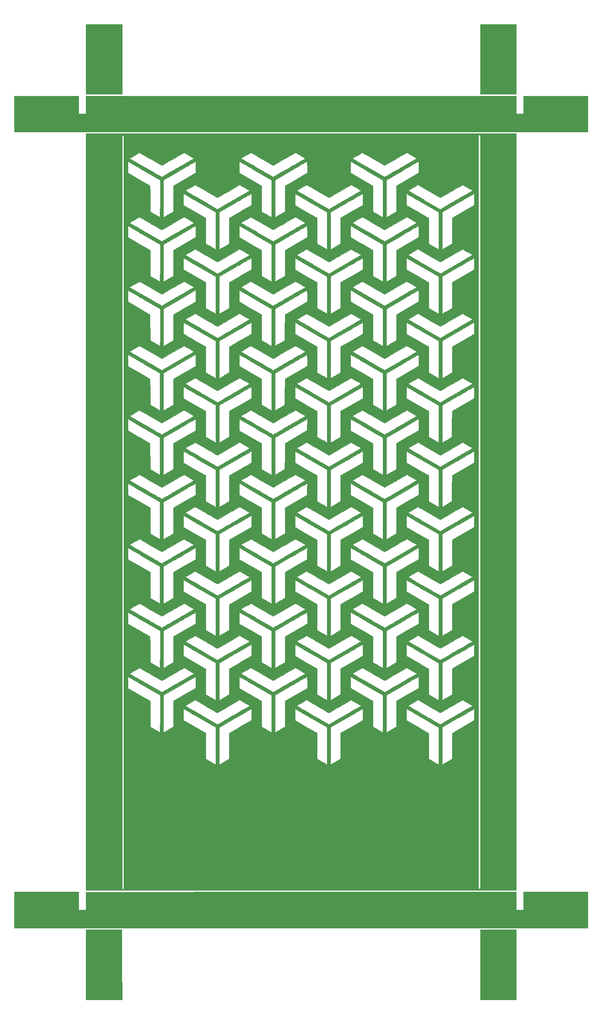
<source format=gbr>
%TF.GenerationSoftware,KiCad,Pcbnew,(5.1.6)-1*%
%TF.CreationDate,2020-10-10T00:17:57+01:00*%
%TF.ProjectId,Side 2,53696465-2032-42e6-9b69-6361645f7063,rev?*%
%TF.SameCoordinates,Original*%
%TF.FileFunction,Copper,L1,Top*%
%TF.FilePolarity,Positive*%
%FSLAX46Y46*%
G04 Gerber Fmt 4.6, Leading zero omitted, Abs format (unit mm)*
G04 Created by KiCad (PCBNEW (5.1.6)-1) date 2020-10-10 00:17:57*
%MOMM*%
%LPD*%
G01*
G04 APERTURE LIST*
%TA.AperFunction,EtchedComponent*%
%ADD10C,0.010000*%
%TD*%
G04 APERTURE END LIST*
D10*
%TO.C,G\u002A\u002A\u002A*%
G36*
X-32516000Y-28466000D02*
G01*
X-40390000Y-28466000D01*
X-40390000Y-13077833D01*
X-32516000Y-13077833D01*
X-32516000Y-28466000D01*
G37*
X-32516000Y-28466000D02*
X-40390000Y-28466000D01*
X-40390000Y-13077833D01*
X-32516000Y-13077833D01*
X-32516000Y-28466000D01*
G36*
X-119130000Y-28466000D02*
G01*
X-127025166Y-28466000D01*
X-127025166Y-13077833D01*
X-119130000Y-13077833D01*
X-119130000Y-28466000D01*
G37*
X-119130000Y-28466000D02*
X-127025166Y-28466000D01*
X-127025166Y-13077833D01*
X-119130000Y-13077833D01*
X-119130000Y-28466000D01*
G36*
X-128655000Y-32762833D02*
G01*
X-127025166Y-32762833D01*
X-127025166Y-28825833D01*
X-32516219Y-28825833D01*
X-32510818Y-30789042D01*
X-32505416Y-32752250D01*
X-30875583Y-32752250D01*
X-30870182Y-30789042D01*
X-30864781Y-28825833D01*
X-16768000Y-28825833D01*
X-16768000Y-36699833D01*
X-142773166Y-36699833D01*
X-142773166Y-28825833D01*
X-128655000Y-28825833D01*
X-128655000Y-32762833D01*
G37*
X-128655000Y-32762833D02*
X-127025166Y-32762833D01*
X-127025166Y-28825833D01*
X-32516219Y-28825833D01*
X-32510818Y-30789042D01*
X-32505416Y-32752250D01*
X-30875583Y-32752250D01*
X-30870182Y-30789042D01*
X-30864781Y-28825833D01*
X-16768000Y-28825833D01*
X-16768000Y-36699833D01*
X-142773166Y-36699833D01*
X-142773166Y-28825833D01*
X-128655000Y-28825833D01*
X-128655000Y-32762833D01*
G36*
X-32516000Y-203302667D02*
G01*
X-127025166Y-203302667D01*
X-127025166Y-37461833D01*
X-119130000Y-37461833D01*
X-119130000Y-203006333D01*
X-118791333Y-203006333D01*
X-118791333Y-157600666D01*
X-117860000Y-157600666D01*
X-117860000Y-158867500D01*
X-115462875Y-160250347D01*
X-115168338Y-160420307D01*
X-114883319Y-160584868D01*
X-114610036Y-160742744D01*
X-114350706Y-160892652D01*
X-114107547Y-161033305D01*
X-113882777Y-161163420D01*
X-113678612Y-161281710D01*
X-113497272Y-161386891D01*
X-113340972Y-161477679D01*
X-113211931Y-161552788D01*
X-113112366Y-161610932D01*
X-113044495Y-161650828D01*
X-113010535Y-161671190D01*
X-113007618Y-161673068D01*
X-112949487Y-161712940D01*
X-112944118Y-164540145D01*
X-112938750Y-167367350D01*
X-111869833Y-167986992D01*
X-111674906Y-168099765D01*
X-111490552Y-168205989D01*
X-111320081Y-168303785D01*
X-111166802Y-168391275D01*
X-111034025Y-168466581D01*
X-110925060Y-168527824D01*
X-110843215Y-168573128D01*
X-110791802Y-168600613D01*
X-110774458Y-168608567D01*
X-110771185Y-168601312D01*
X-110768176Y-168578048D01*
X-110765421Y-168537277D01*
X-110762910Y-168477498D01*
X-110760635Y-168397212D01*
X-110758584Y-168294920D01*
X-110756749Y-168169122D01*
X-110755120Y-168018318D01*
X-110753688Y-167841010D01*
X-110752441Y-167635696D01*
X-110751371Y-167400878D01*
X-110750468Y-167135056D01*
X-110749723Y-166836731D01*
X-110749125Y-166504403D01*
X-110748665Y-166136573D01*
X-110748626Y-166088026D01*
X-110003083Y-166088026D01*
X-110003063Y-166443261D01*
X-110002926Y-166778907D01*
X-110002676Y-167092927D01*
X-110002315Y-167383284D01*
X-110001846Y-167647941D01*
X-110001273Y-167884863D01*
X-110000598Y-168092013D01*
X-109999825Y-168267354D01*
X-109998958Y-168408851D01*
X-109997998Y-168514465D01*
X-109996950Y-168582162D01*
X-109995816Y-168609904D01*
X-109995617Y-168610500D01*
X-109975690Y-168600197D01*
X-109922358Y-168570518D01*
X-109838846Y-168523307D01*
X-109728381Y-168460408D01*
X-109594187Y-168383667D01*
X-109439491Y-168294927D01*
X-109267517Y-168196033D01*
X-109081491Y-168088829D01*
X-108894973Y-167981132D01*
X-107805986Y-167351765D01*
X-107799362Y-163856562D01*
X-105601224Y-163856562D01*
X-105601160Y-164033993D01*
X-105600836Y-164231841D01*
X-105600246Y-164446453D01*
X-105599387Y-164674176D01*
X-105599373Y-164677466D01*
X-105593916Y-165951432D01*
X-100715000Y-168764440D01*
X-100715000Y-174423318D01*
X-99630208Y-175051059D01*
X-99434113Y-175164395D01*
X-99248888Y-175271176D01*
X-99077779Y-175369549D01*
X-98924033Y-175457662D01*
X-98790896Y-175533660D01*
X-98681615Y-175595691D01*
X-98599437Y-175641900D01*
X-98547607Y-175670434D01*
X-98529488Y-175679484D01*
X-98527909Y-175658726D01*
X-98526427Y-175597672D01*
X-98525048Y-175498356D01*
X-98523776Y-175362816D01*
X-98522616Y-175193087D01*
X-98521575Y-174991206D01*
X-98520658Y-174759209D01*
X-98519868Y-174499131D01*
X-98519213Y-174213010D01*
X-98518697Y-173902881D01*
X-98518325Y-173570781D01*
X-98518103Y-173218745D01*
X-98518036Y-172848810D01*
X-98518129Y-172463012D01*
X-98518387Y-172063387D01*
X-98518816Y-171651972D01*
X-98518905Y-171582191D01*
X-98524236Y-167494596D01*
X-97772833Y-167494596D01*
X-97772833Y-171587381D01*
X-97772749Y-172000315D01*
X-97772500Y-172401804D01*
X-97772096Y-172789809D01*
X-97771546Y-173162293D01*
X-97770856Y-173517218D01*
X-97770035Y-173852546D01*
X-97769093Y-174166240D01*
X-97768036Y-174456260D01*
X-97766873Y-174720569D01*
X-97765613Y-174957130D01*
X-97764264Y-175163904D01*
X-97762834Y-175338854D01*
X-97761331Y-175479941D01*
X-97759764Y-175585128D01*
X-97758141Y-175652376D01*
X-97756470Y-175679649D01*
X-97756205Y-175680167D01*
X-97735345Y-175669874D01*
X-97681106Y-175640233D01*
X-97596751Y-175593096D01*
X-97485542Y-175530315D01*
X-97350742Y-175453744D01*
X-97195612Y-175365235D01*
X-97023416Y-175266640D01*
X-96837417Y-175159813D01*
X-96660830Y-175058114D01*
X-95582083Y-174436062D01*
X-95576715Y-171609334D01*
X-95571346Y-168782606D01*
X-95513215Y-168742292D01*
X-95487999Y-168726924D01*
X-95428314Y-168691720D01*
X-95336377Y-168637965D01*
X-95214407Y-168566944D01*
X-95064622Y-168479940D01*
X-94889241Y-168378240D01*
X-94690482Y-168263127D01*
X-94470564Y-168135886D01*
X-94231706Y-167997802D01*
X-93976124Y-167850160D01*
X-93706039Y-167694243D01*
X-93423669Y-167531337D01*
X-93131231Y-167362727D01*
X-93057958Y-167320496D01*
X-90660833Y-165939016D01*
X-90660833Y-164671258D01*
X-90661029Y-164443944D01*
X-90661592Y-164229700D01*
X-90662488Y-164032186D01*
X-90663683Y-163855065D01*
X-90665140Y-163701997D01*
X-90666826Y-163576646D01*
X-90668706Y-163482671D01*
X-90670745Y-163423736D01*
X-90672890Y-163403500D01*
X-90692155Y-163413917D01*
X-90746304Y-163444489D01*
X-90833566Y-163494196D01*
X-90952166Y-163562018D01*
X-91100333Y-163646936D01*
X-91276294Y-163747929D01*
X-91478275Y-163863978D01*
X-91704505Y-163994064D01*
X-91953211Y-164137166D01*
X-92222619Y-164292265D01*
X-92510958Y-164458341D01*
X-92816453Y-164634375D01*
X-93137334Y-164819346D01*
X-93471827Y-165012235D01*
X-93818159Y-165212022D01*
X-94174557Y-165417688D01*
X-94228890Y-165449048D01*
X-97772833Y-167494596D01*
X-98524236Y-167494596D01*
X-98524250Y-167484215D01*
X-102057506Y-165443857D01*
X-102414630Y-165237649D01*
X-102761905Y-165037168D01*
X-103097560Y-164843435D01*
X-103419823Y-164657473D01*
X-103726922Y-164480301D01*
X-104017085Y-164312941D01*
X-104288540Y-164156414D01*
X-104539515Y-164011742D01*
X-104768237Y-163879946D01*
X-104972936Y-163762046D01*
X-105151840Y-163659065D01*
X-105303175Y-163572024D01*
X-105425171Y-163501942D01*
X-105516055Y-163449843D01*
X-105574055Y-163416747D01*
X-105597400Y-163403675D01*
X-105597796Y-163403500D01*
X-105598967Y-163424057D01*
X-105599899Y-163483295D01*
X-105600589Y-163577560D01*
X-105601032Y-163703200D01*
X-105601224Y-163856562D01*
X-107799362Y-163856562D01*
X-107797262Y-162748477D01*
X-105223277Y-162748477D01*
X-105205260Y-162760082D01*
X-105152341Y-162791816D01*
X-105066287Y-162842654D01*
X-104948863Y-162911568D01*
X-104801837Y-162997533D01*
X-104626974Y-163099522D01*
X-104426040Y-163216509D01*
X-104200802Y-163347468D01*
X-103953027Y-163491372D01*
X-103684480Y-163647195D01*
X-103396927Y-163813910D01*
X-103092136Y-163990492D01*
X-102771872Y-164175915D01*
X-102437902Y-164369151D01*
X-102091991Y-164569175D01*
X-101735907Y-164774960D01*
X-101683375Y-164805309D01*
X-98143250Y-166850414D01*
X-98023581Y-166783249D01*
X-97993089Y-166765847D01*
X-97927812Y-166728366D01*
X-97829628Y-166671889D01*
X-97700416Y-166597499D01*
X-97542056Y-166506280D01*
X-97356426Y-166399313D01*
X-97145405Y-166277684D01*
X-96910871Y-166142475D01*
X-96654705Y-165994769D01*
X-96378783Y-165835649D01*
X-96084986Y-165666199D01*
X-95775192Y-165487502D01*
X-95451279Y-165300642D01*
X-95115128Y-165106700D01*
X-94768615Y-164906762D01*
X-94474429Y-164737000D01*
X-94030839Y-164480906D01*
X-93622951Y-164245194D01*
X-93249712Y-164029245D01*
X-92910070Y-163832439D01*
X-92602970Y-163654156D01*
X-92327360Y-163493776D01*
X-92082185Y-163350681D01*
X-91866393Y-163224250D01*
X-91678929Y-163113863D01*
X-91518741Y-163018902D01*
X-91384775Y-162938746D01*
X-91275977Y-162872775D01*
X-91191294Y-162820371D01*
X-91129672Y-162780914D01*
X-91090059Y-162753783D01*
X-91071400Y-162738360D01*
X-91069848Y-162734445D01*
X-91092290Y-162719856D01*
X-91148128Y-162686124D01*
X-91234046Y-162635187D01*
X-91346729Y-162568984D01*
X-91482862Y-162489451D01*
X-91639127Y-162398527D01*
X-91812211Y-162298149D01*
X-91998797Y-162190255D01*
X-92167045Y-162093214D01*
X-93239340Y-161475454D01*
X-95680309Y-162885167D01*
X-95976782Y-163056184D01*
X-96263426Y-163221134D01*
X-96538080Y-163378792D01*
X-96798582Y-163527936D01*
X-97042771Y-163667340D01*
X-97268486Y-163795781D01*
X-97473565Y-163912034D01*
X-97655848Y-164014875D01*
X-97813172Y-164103081D01*
X-97943377Y-164175427D01*
X-98044302Y-164230689D01*
X-98113785Y-164267643D01*
X-98149665Y-164285065D01*
X-98154106Y-164286295D01*
X-98176125Y-164274845D01*
X-98232619Y-164243444D01*
X-98321419Y-164193338D01*
X-98440354Y-164125770D01*
X-98587254Y-164041984D01*
X-98759949Y-163943223D01*
X-98956267Y-163830733D01*
X-99174040Y-163705757D01*
X-99411097Y-163569538D01*
X-99665267Y-163423321D01*
X-99934379Y-163268350D01*
X-100216265Y-163105868D01*
X-100508753Y-162937120D01*
X-100613468Y-162876669D01*
X-103040001Y-161475627D01*
X-104131527Y-162106189D01*
X-104327890Y-162219814D01*
X-104512921Y-162327250D01*
X-104683434Y-162426620D01*
X-104836243Y-162516052D01*
X-104968164Y-162593672D01*
X-105076010Y-162657605D01*
X-105156597Y-162705977D01*
X-105206740Y-162736915D01*
X-105223277Y-162748477D01*
X-107797262Y-162748477D01*
X-107795250Y-161687021D01*
X-105361083Y-160281465D01*
X-102926916Y-158875908D01*
X-102921460Y-157604870D01*
X-102920627Y-157377257D01*
X-102920123Y-157162708D01*
X-102919936Y-156964880D01*
X-102920058Y-156787429D01*
X-102920478Y-156634013D01*
X-102921186Y-156508289D01*
X-102922173Y-156413913D01*
X-102923427Y-156354542D01*
X-102924939Y-156333833D01*
X-102924945Y-156333833D01*
X-102943891Y-156344254D01*
X-102997715Y-156374836D01*
X-103084646Y-156424558D01*
X-103202908Y-156492397D01*
X-103350728Y-156577331D01*
X-103526334Y-156678339D01*
X-103727952Y-156794400D01*
X-103953807Y-156924490D01*
X-104202128Y-157067589D01*
X-104471139Y-157222675D01*
X-104759069Y-157388726D01*
X-105064143Y-157564720D01*
X-105384587Y-157749635D01*
X-105718629Y-157942450D01*
X-106064495Y-158142143D01*
X-106420411Y-158347692D01*
X-106465235Y-158373582D01*
X-109996583Y-160413331D01*
X-110001928Y-164511915D01*
X-110002408Y-164925145D01*
X-110002758Y-165326931D01*
X-110002982Y-165715237D01*
X-110003083Y-166088026D01*
X-110748626Y-166088026D01*
X-110748333Y-165731741D01*
X-110748119Y-165288406D01*
X-110748015Y-164805071D01*
X-110748000Y-164518914D01*
X-110748000Y-160427328D01*
X-114293365Y-158380580D01*
X-114651168Y-158174051D01*
X-114999160Y-157973246D01*
X-115335567Y-157779187D01*
X-115658619Y-157592891D01*
X-115966544Y-157415380D01*
X-116257572Y-157247672D01*
X-116529930Y-157090788D01*
X-116781847Y-156945745D01*
X-117011552Y-156813565D01*
X-117217274Y-156695267D01*
X-117397242Y-156591870D01*
X-117549683Y-156504393D01*
X-117672827Y-156433857D01*
X-117764902Y-156381280D01*
X-117824137Y-156347683D01*
X-117848760Y-156334085D01*
X-117849365Y-156333833D01*
X-117851272Y-156354389D01*
X-117853070Y-156413616D01*
X-117854727Y-156507849D01*
X-117856214Y-156633427D01*
X-117857498Y-156786686D01*
X-117858549Y-156963964D01*
X-117859337Y-157161597D01*
X-117859831Y-157375922D01*
X-117860000Y-157600666D01*
X-118791333Y-157600666D01*
X-118791333Y-155677667D01*
X-117477757Y-155677667D01*
X-117459637Y-155689141D01*
X-117406600Y-155720720D01*
X-117320412Y-155771380D01*
X-117202840Y-155840098D01*
X-117055650Y-155925850D01*
X-116880608Y-156027612D01*
X-116679481Y-156144360D01*
X-116454036Y-156275072D01*
X-116206039Y-156418723D01*
X-115937256Y-156574290D01*
X-115649454Y-156740749D01*
X-115344400Y-156917077D01*
X-115023860Y-157102250D01*
X-114689599Y-157295244D01*
X-114343386Y-157495036D01*
X-113986986Y-157700602D01*
X-113930669Y-157733075D01*
X-110384287Y-159777901D01*
X-109417852Y-159219594D01*
X-109279135Y-159139472D01*
X-109106993Y-159040068D01*
X-108904671Y-158923256D01*
X-108675413Y-158790907D01*
X-108422464Y-158644894D01*
X-108149068Y-158487091D01*
X-107858470Y-158319369D01*
X-107553915Y-158143600D01*
X-107238645Y-157961659D01*
X-106915907Y-157775416D01*
X-106588945Y-157586745D01*
X-106261003Y-157397518D01*
X-105935325Y-157209609D01*
X-105874939Y-157174768D01*
X-105570642Y-156999127D01*
X-105276562Y-156829234D01*
X-104994770Y-156666296D01*
X-104727340Y-156511515D01*
X-104476344Y-156366098D01*
X-104243854Y-156231247D01*
X-104031943Y-156108167D01*
X-103842683Y-155998064D01*
X-103678146Y-155902140D01*
X-103540405Y-155821602D01*
X-103431533Y-155757652D01*
X-103353602Y-155711495D01*
X-103308683Y-155684336D01*
X-103297897Y-155677127D01*
X-103315503Y-155665390D01*
X-103365880Y-155634763D01*
X-103445128Y-155587515D01*
X-103549352Y-155525911D01*
X-103674652Y-155452219D01*
X-103817133Y-155368706D01*
X-103972895Y-155277639D01*
X-104138043Y-155181287D01*
X-104308677Y-155081915D01*
X-104480901Y-154981791D01*
X-104650817Y-154883182D01*
X-104814527Y-154788355D01*
X-104968134Y-154699578D01*
X-105107741Y-154619118D01*
X-105229449Y-154549241D01*
X-105329361Y-154492216D01*
X-105403580Y-154450309D01*
X-105448209Y-154425787D01*
X-105455806Y-154421883D01*
X-105470817Y-154424739D01*
X-105505286Y-154439398D01*
X-105560523Y-154466597D01*
X-105637834Y-154507069D01*
X-105738526Y-154561551D01*
X-105863908Y-154630778D01*
X-106015286Y-154715486D01*
X-106193968Y-154816410D01*
X-106401262Y-154934286D01*
X-106638475Y-155069849D01*
X-106906914Y-155223835D01*
X-107207887Y-155396979D01*
X-107542702Y-155590018D01*
X-107912665Y-155803685D01*
X-107932870Y-155815363D01*
X-108285276Y-156018982D01*
X-108602889Y-156202333D01*
X-108887511Y-156366424D01*
X-109140949Y-156512262D01*
X-109365007Y-156640856D01*
X-109561490Y-156753212D01*
X-109732201Y-156850339D01*
X-109878947Y-156933243D01*
X-110003531Y-157002932D01*
X-110107759Y-157060414D01*
X-110193435Y-157106696D01*
X-110262364Y-157142786D01*
X-110316350Y-157169692D01*
X-110357199Y-157188420D01*
X-110386714Y-157199979D01*
X-110406701Y-157205376D01*
X-110418965Y-157205619D01*
X-110421560Y-157204769D01*
X-110445411Y-157191704D01*
X-110503716Y-157158720D01*
X-110594277Y-157107081D01*
X-110714896Y-157038051D01*
X-110863375Y-156952894D01*
X-111037516Y-156852874D01*
X-111235120Y-156739255D01*
X-111453991Y-156613302D01*
X-111691929Y-156476277D01*
X-111946736Y-156329446D01*
X-112216215Y-156174071D01*
X-112498167Y-156011418D01*
X-112790394Y-155842751D01*
X-112874664Y-155794096D01*
X-113168697Y-155624440D01*
X-113452670Y-155460825D01*
X-113724423Y-155304485D01*
X-113981798Y-155156652D01*
X-114222633Y-155018559D01*
X-114444768Y-154891439D01*
X-114646045Y-154776523D01*
X-114824302Y-154675046D01*
X-114977380Y-154588239D01*
X-115103119Y-154517335D01*
X-115199360Y-154463567D01*
X-115263941Y-154428168D01*
X-115294704Y-154412370D01*
X-115297025Y-154411640D01*
X-115322310Y-154424919D01*
X-115379523Y-154456892D01*
X-115464783Y-154505306D01*
X-115574207Y-154567907D01*
X-115703913Y-154642442D01*
X-115850021Y-154726657D01*
X-116008649Y-154818298D01*
X-116175914Y-154915113D01*
X-116347935Y-155014848D01*
X-116520831Y-155115248D01*
X-116690719Y-155214062D01*
X-116853719Y-155309034D01*
X-117005948Y-155397912D01*
X-117143524Y-155478442D01*
X-117262567Y-155548370D01*
X-117359193Y-155605443D01*
X-117429522Y-155647408D01*
X-117469673Y-155672011D01*
X-117477757Y-155677667D01*
X-118791333Y-155677667D01*
X-118791333Y-143459651D01*
X-117860000Y-143459651D01*
X-117860000Y-144724803D01*
X-115441708Y-146119715D01*
X-115146283Y-146290196D01*
X-114860657Y-146455167D01*
X-114587014Y-146613361D01*
X-114327536Y-146763511D01*
X-114084405Y-146904347D01*
X-113859803Y-147034603D01*
X-113655914Y-147153010D01*
X-113474920Y-147258301D01*
X-113319003Y-147349208D01*
X-113190346Y-147424463D01*
X-113091131Y-147482799D01*
X-113023541Y-147522948D01*
X-112989758Y-147543641D01*
X-112986452Y-147545941D01*
X-112981165Y-147552185D01*
X-112976396Y-147562920D01*
X-112972112Y-147580276D01*
X-112968284Y-147606380D01*
X-112964878Y-147643361D01*
X-112961864Y-147693346D01*
X-112959210Y-147758464D01*
X-112956884Y-147840843D01*
X-112954854Y-147942610D01*
X-112953090Y-148065895D01*
X-112951560Y-148212825D01*
X-112950231Y-148385529D01*
X-112949074Y-148586133D01*
X-112948055Y-148816768D01*
X-112947143Y-149079560D01*
X-112946308Y-149376638D01*
X-112945516Y-149710129D01*
X-112944738Y-150082163D01*
X-112944118Y-150401113D01*
X-112938750Y-153224971D01*
X-111859250Y-153847993D01*
X-111663586Y-153960767D01*
X-111478807Y-154066978D01*
X-111308171Y-154164771D01*
X-111154934Y-154252294D01*
X-111022355Y-154327693D01*
X-110913690Y-154389116D01*
X-110832198Y-154434709D01*
X-110781136Y-154462620D01*
X-110763875Y-154471090D01*
X-110762273Y-154450271D01*
X-110760716Y-154389156D01*
X-110759211Y-154289783D01*
X-110757767Y-154154190D01*
X-110756390Y-153984414D01*
X-110755090Y-153782493D01*
X-110753873Y-153550465D01*
X-110752748Y-153290368D01*
X-110751723Y-153004238D01*
X-110750805Y-152694115D01*
X-110750003Y-152362034D01*
X-110749324Y-152010035D01*
X-110748777Y-151640155D01*
X-110748720Y-151585382D01*
X-110002708Y-151585382D01*
X-110002596Y-151960015D01*
X-110002309Y-152316468D01*
X-110001853Y-152652748D01*
X-110001234Y-152966860D01*
X-110000459Y-153256813D01*
X-109999533Y-153520612D01*
X-109998463Y-153756263D01*
X-109997255Y-153961775D01*
X-109995915Y-154135152D01*
X-109994449Y-154274402D01*
X-109992865Y-154377532D01*
X-109991167Y-154442547D01*
X-109989362Y-154467455D01*
X-109989145Y-154467657D01*
X-109968005Y-154456071D01*
X-109913474Y-154425181D01*
X-109828818Y-154376863D01*
X-109717301Y-154312989D01*
X-109582189Y-154235434D01*
X-109426748Y-154146072D01*
X-109254241Y-154046776D01*
X-109067934Y-153939422D01*
X-108888913Y-153836167D01*
X-107806810Y-153211750D01*
X-107801030Y-150378038D01*
X-107799683Y-149717167D01*
X-105601212Y-149717167D01*
X-105601152Y-149894554D01*
X-105600830Y-150092341D01*
X-105600241Y-150306870D01*
X-105599380Y-150534488D01*
X-105599373Y-150536100D01*
X-105593916Y-151808033D01*
X-100715000Y-154625321D01*
X-100714580Y-160281417D01*
X-99629998Y-160909662D01*
X-99433940Y-161023101D01*
X-99248749Y-161130006D01*
X-99077672Y-161228517D01*
X-98923955Y-161316779D01*
X-98790844Y-161392934D01*
X-98681584Y-161455124D01*
X-98599421Y-161501493D01*
X-98547602Y-161530183D01*
X-98529488Y-161539370D01*
X-98527909Y-161518692D01*
X-98526427Y-161457717D01*
X-98525048Y-161358479D01*
X-98523776Y-161223016D01*
X-98522617Y-161053362D01*
X-98521575Y-160851553D01*
X-98520658Y-160619625D01*
X-98519869Y-160359614D01*
X-98519213Y-160073555D01*
X-98518697Y-159763484D01*
X-98518325Y-159431437D01*
X-98518103Y-159079449D01*
X-98518036Y-158709557D01*
X-98518129Y-158323795D01*
X-98518387Y-157924199D01*
X-98518816Y-157512806D01*
X-98518905Y-157443014D01*
X-98524236Y-153355597D01*
X-97772833Y-153355597D01*
X-97772833Y-157448215D01*
X-97772765Y-157861141D01*
X-97772564Y-158262621D01*
X-97772237Y-158650617D01*
X-97771791Y-159023093D01*
X-97771233Y-159378009D01*
X-97770569Y-159713328D01*
X-97769806Y-160027012D01*
X-97768951Y-160317022D01*
X-97768010Y-160581322D01*
X-97766990Y-160817872D01*
X-97765898Y-161024635D01*
X-97764741Y-161199574D01*
X-97763525Y-161340649D01*
X-97762256Y-161445823D01*
X-97760943Y-161513059D01*
X-97759590Y-161540318D01*
X-97759376Y-161540833D01*
X-97739109Y-161530542D01*
X-97685436Y-161500897D01*
X-97601593Y-161453744D01*
X-97490818Y-161390927D01*
X-97356347Y-161314291D01*
X-97201418Y-161225680D01*
X-97029267Y-161126939D01*
X-96843132Y-161019912D01*
X-96658709Y-160913632D01*
X-95571500Y-160286432D01*
X-95571500Y-157598667D01*
X-93370166Y-157598667D01*
X-93370166Y-158863502D01*
X-90953480Y-160259968D01*
X-90658180Y-160430677D01*
X-90372650Y-160595880D01*
X-90099072Y-160754306D01*
X-89839633Y-160904685D01*
X-89596515Y-161045745D01*
X-89371903Y-161176216D01*
X-89167981Y-161294827D01*
X-88986933Y-161400308D01*
X-88830942Y-161491388D01*
X-88702194Y-161566796D01*
X-88602871Y-161625262D01*
X-88535159Y-161665515D01*
X-88501241Y-161686284D01*
X-88497900Y-161688592D01*
X-88492345Y-161694451D01*
X-88487337Y-161703796D01*
X-88482844Y-161718762D01*
X-88478832Y-161741487D01*
X-88475270Y-161774106D01*
X-88472123Y-161818755D01*
X-88469359Y-161877572D01*
X-88466945Y-161952691D01*
X-88464848Y-162046250D01*
X-88463036Y-162160384D01*
X-88461476Y-162297231D01*
X-88460134Y-162458925D01*
X-88458978Y-162647604D01*
X-88457974Y-162865403D01*
X-88457091Y-163114460D01*
X-88456295Y-163396909D01*
X-88455553Y-163714888D01*
X-88454833Y-164070532D01*
X-88454101Y-164465979D01*
X-88453961Y-164543658D01*
X-88448916Y-167366565D01*
X-87369662Y-167988533D01*
X-87173979Y-168101150D01*
X-86989179Y-168207207D01*
X-86818521Y-168304852D01*
X-86665267Y-168392234D01*
X-86532677Y-168467501D01*
X-86424012Y-168528803D01*
X-86342532Y-168574287D01*
X-86291498Y-168602103D01*
X-86274287Y-168610500D01*
X-86272661Y-168589673D01*
X-86271079Y-168528550D01*
X-86269551Y-168429171D01*
X-86268084Y-168293571D01*
X-86266686Y-168123791D01*
X-86265365Y-167921866D01*
X-86264129Y-167689836D01*
X-86262987Y-167429739D01*
X-86261946Y-167143611D01*
X-86261014Y-166833492D01*
X-86260200Y-166501419D01*
X-86259511Y-166149431D01*
X-86259420Y-166088723D01*
X-85513106Y-166088723D01*
X-85513009Y-166443912D01*
X-85512781Y-166779509D01*
X-85512426Y-167093479D01*
X-85511947Y-167383785D01*
X-85511348Y-167648390D01*
X-85510635Y-167885257D01*
X-85509810Y-168092350D01*
X-85508877Y-168267632D01*
X-85507842Y-168409066D01*
X-85506708Y-168514616D01*
X-85505478Y-168582245D01*
X-85504158Y-168609916D01*
X-85503930Y-168610500D01*
X-85483653Y-168600208D01*
X-85429970Y-168570563D01*
X-85346118Y-168523410D01*
X-85235335Y-168460593D01*
X-85100856Y-168383956D01*
X-84945921Y-168295344D01*
X-84773765Y-168196602D01*
X-84587627Y-168089575D01*
X-84403209Y-167983299D01*
X-83316000Y-167356098D01*
X-83316000Y-164033928D01*
X-81111068Y-164033928D01*
X-81110882Y-164231738D01*
X-81110379Y-164446300D01*
X-81109550Y-164673960D01*
X-81109540Y-164676234D01*
X-81104083Y-165948968D01*
X-78664625Y-167355827D01*
X-76225166Y-168762687D01*
X-76225166Y-174421512D01*
X-75140375Y-175049395D01*
X-74944279Y-175162769D01*
X-74759052Y-175269611D01*
X-74587943Y-175368064D01*
X-74434196Y-175456273D01*
X-74301060Y-175532382D01*
X-74191779Y-175594534D01*
X-74109601Y-175640873D01*
X-74057772Y-175669543D01*
X-74039655Y-175678723D01*
X-74038076Y-175658042D01*
X-74036595Y-175597064D01*
X-74035215Y-175497823D01*
X-74033944Y-175362355D01*
X-74032785Y-175192694D01*
X-74031744Y-174990875D01*
X-74030826Y-174758935D01*
X-74030037Y-174498908D01*
X-74029381Y-174212829D01*
X-74028865Y-173902734D01*
X-74028493Y-173570657D01*
X-74028270Y-173218635D01*
X-74028213Y-172907666D01*
X-73257469Y-172907666D01*
X-73257341Y-173304183D01*
X-73257011Y-173675528D01*
X-73256485Y-174020196D01*
X-73255768Y-174336682D01*
X-73254864Y-174623483D01*
X-73253779Y-174879094D01*
X-73252518Y-175102009D01*
X-73251086Y-175290726D01*
X-73249488Y-175443738D01*
X-73247729Y-175559543D01*
X-73245813Y-175636634D01*
X-73243747Y-175673509D01*
X-73242865Y-175676657D01*
X-73221553Y-175665063D01*
X-73166863Y-175634154D01*
X-73082064Y-175585804D01*
X-72970424Y-175521891D01*
X-72835213Y-175444289D01*
X-72679700Y-175354876D01*
X-72507153Y-175255526D01*
X-72320842Y-175148116D01*
X-72142467Y-175045167D01*
X-71061145Y-174420750D01*
X-71055531Y-171587818D01*
X-71049916Y-168754886D01*
X-68615750Y-167351039D01*
X-66181583Y-165947193D01*
X-66176125Y-164673018D01*
X-66175115Y-164400159D01*
X-66174629Y-164166967D01*
X-66174711Y-163970778D01*
X-66175407Y-163808930D01*
X-66176761Y-163678758D01*
X-66178818Y-163577600D01*
X-66181622Y-163502792D01*
X-66185217Y-163451669D01*
X-66189649Y-163421570D01*
X-66194963Y-163409830D01*
X-66197292Y-163409656D01*
X-66218052Y-163421186D01*
X-66273673Y-163452871D01*
X-66362365Y-163503678D01*
X-66482339Y-163572575D01*
X-66631804Y-163658531D01*
X-66808972Y-163760514D01*
X-67012051Y-163877493D01*
X-67239253Y-164008434D01*
X-67488788Y-164152308D01*
X-67758866Y-164308082D01*
X-68047697Y-164474724D01*
X-68353492Y-164651203D01*
X-68674460Y-164836487D01*
X-69008812Y-165029544D01*
X-69354758Y-165229343D01*
X-69710508Y-165434851D01*
X-69737583Y-165450493D01*
X-73251250Y-167480518D01*
X-73256595Y-171582124D01*
X-73257101Y-172045132D01*
X-73257391Y-172487480D01*
X-73257469Y-172907666D01*
X-74028213Y-172907666D01*
X-74028202Y-172848701D01*
X-74028295Y-172462892D01*
X-74028552Y-172063243D01*
X-74028980Y-171651788D01*
X-74029071Y-171580296D01*
X-74034416Y-167480425D01*
X-77565798Y-165441962D01*
X-77922868Y-165235873D01*
X-78270106Y-165035509D01*
X-78605738Y-164841893D01*
X-78927991Y-164656047D01*
X-79235089Y-164478991D01*
X-79525260Y-164311747D01*
X-79796729Y-164155336D01*
X-80047723Y-164010779D01*
X-80276468Y-163879099D01*
X-80481190Y-163761316D01*
X-80660114Y-163658452D01*
X-80811468Y-163571528D01*
X-80933478Y-163501565D01*
X-81024368Y-163449585D01*
X-81082367Y-163416610D01*
X-81105699Y-163403660D01*
X-81106088Y-163403500D01*
X-81107594Y-163424057D01*
X-81108843Y-163483293D01*
X-81109825Y-163577552D01*
X-81110530Y-163703180D01*
X-81110947Y-163856524D01*
X-81111068Y-164033928D01*
X-83316000Y-164033928D01*
X-83316000Y-162747436D01*
X-80733274Y-162747436D01*
X-80715336Y-162759035D01*
X-80662866Y-162790514D01*
X-80578017Y-162840629D01*
X-80462945Y-162908135D01*
X-80319803Y-162991787D01*
X-80150744Y-163090340D01*
X-79957923Y-163202550D01*
X-79743493Y-163327172D01*
X-79509609Y-163462962D01*
X-79258425Y-163608674D01*
X-78992093Y-163763064D01*
X-78712769Y-163924888D01*
X-78422607Y-164092901D01*
X-78123759Y-164265857D01*
X-77818380Y-164442513D01*
X-77508624Y-164621624D01*
X-77196645Y-164801945D01*
X-76884596Y-164982231D01*
X-76574633Y-165161237D01*
X-76268908Y-165337720D01*
X-75969575Y-165510434D01*
X-75678789Y-165678135D01*
X-75398703Y-165839577D01*
X-75131471Y-165993517D01*
X-74879248Y-166138709D01*
X-74644186Y-166273909D01*
X-74428441Y-166397873D01*
X-74234165Y-166509355D01*
X-74063513Y-166607111D01*
X-73918639Y-166689896D01*
X-73801697Y-166756465D01*
X-73714840Y-166805575D01*
X-73660223Y-166835979D01*
X-73639999Y-166846435D01*
X-73639959Y-166846431D01*
X-73620551Y-166835670D01*
X-73566263Y-166804754D01*
X-73478871Y-166754705D01*
X-73360150Y-166686546D01*
X-73211874Y-166601301D01*
X-73035821Y-166499993D01*
X-72833763Y-166383644D01*
X-72607478Y-166253278D01*
X-72358739Y-166109917D01*
X-72089323Y-165954584D01*
X-71801004Y-165788304D01*
X-71495558Y-165612097D01*
X-71174760Y-165426989D01*
X-70840386Y-165234000D01*
X-70494210Y-165034156D01*
X-70138007Y-164828477D01*
X-70089561Y-164800500D01*
X-69732301Y-164594127D01*
X-69384963Y-164393376D01*
X-69049312Y-164199273D01*
X-68727116Y-164012844D01*
X-68420142Y-163835114D01*
X-68130158Y-163667111D01*
X-67858929Y-163509859D01*
X-67608224Y-163364384D01*
X-67379809Y-163231713D01*
X-67175451Y-163112870D01*
X-66996918Y-163008884D01*
X-66845976Y-162920778D01*
X-66724392Y-162849579D01*
X-66633934Y-162796313D01*
X-66576368Y-162762005D01*
X-66553462Y-162747683D01*
X-66553122Y-162747333D01*
X-66571027Y-162735110D01*
X-66622362Y-162703739D01*
X-66703842Y-162655147D01*
X-66812181Y-162591260D01*
X-66944093Y-162514004D01*
X-67096294Y-162425304D01*
X-67265497Y-162327086D01*
X-67448417Y-162221277D01*
X-67582242Y-162144083D01*
X-67775161Y-162032926D01*
X-67958632Y-161927210D01*
X-68129090Y-161828990D01*
X-68282970Y-161740320D01*
X-68416708Y-161663253D01*
X-68526738Y-161599845D01*
X-68609495Y-161552149D01*
X-68661416Y-161522219D01*
X-68676806Y-161513342D01*
X-68742750Y-161475268D01*
X-71184844Y-162885663D01*
X-71503822Y-163069665D01*
X-71808082Y-163244742D01*
X-72095797Y-163409861D01*
X-72365143Y-163563991D01*
X-72614294Y-163706099D01*
X-72841425Y-163835152D01*
X-73044710Y-163950119D01*
X-73222323Y-164049966D01*
X-73372439Y-164133661D01*
X-73493234Y-164200172D01*
X-73582880Y-164248466D01*
X-73639553Y-164277511D01*
X-73661344Y-164286304D01*
X-73683557Y-164274702D01*
X-73740234Y-164243140D01*
X-73829204Y-164192865D01*
X-73948293Y-164125125D01*
X-74095328Y-164041165D01*
X-74268135Y-163942233D01*
X-74464541Y-163829575D01*
X-74682374Y-163704439D01*
X-74919459Y-163568071D01*
X-75173624Y-163421719D01*
X-75442696Y-163266629D01*
X-75724500Y-163104048D01*
X-76016865Y-162935223D01*
X-76118588Y-162876449D01*
X-78425162Y-161543534D01*
X-73261940Y-161543534D01*
X-73161345Y-161488498D01*
X-73124062Y-161467521D01*
X-73053945Y-161427495D01*
X-72954783Y-161370602D01*
X-72830365Y-161299026D01*
X-72684483Y-161214949D01*
X-72520923Y-161120555D01*
X-72343478Y-161018028D01*
X-72155934Y-160909549D01*
X-72065916Y-160857440D01*
X-71071083Y-160281417D01*
X-71063612Y-158281127D01*
X-68855971Y-158281127D01*
X-68855585Y-158438572D01*
X-68854586Y-158566217D01*
X-68852907Y-158667196D01*
X-68850483Y-158744640D01*
X-68847247Y-158801683D01*
X-68843136Y-158841459D01*
X-68838082Y-158867099D01*
X-68832020Y-158881737D01*
X-68827102Y-158887145D01*
X-68805100Y-158900475D01*
X-68748609Y-158933699D01*
X-68659806Y-158985554D01*
X-68540871Y-159054778D01*
X-68393982Y-159140109D01*
X-68221317Y-159240283D01*
X-68025055Y-159354039D01*
X-67807374Y-159480114D01*
X-67570452Y-159617246D01*
X-67316468Y-159764171D01*
X-67047601Y-159919628D01*
X-66766028Y-160082354D01*
X-66473928Y-160251087D01*
X-66382127Y-160304101D01*
X-63969666Y-161697162D01*
X-63969666Y-167355953D01*
X-62884875Y-167982403D01*
X-62688729Y-168095537D01*
X-62503460Y-168202130D01*
X-62332316Y-168300332D01*
X-62178547Y-168388290D01*
X-62045401Y-168464154D01*
X-61936129Y-168526072D01*
X-61853978Y-168572192D01*
X-61802198Y-168600662D01*
X-61784155Y-168609677D01*
X-61782576Y-168588933D01*
X-61781094Y-168527893D01*
X-61779714Y-168428592D01*
X-61778442Y-168293065D01*
X-61777283Y-168123350D01*
X-61776242Y-167921482D01*
X-61775324Y-167689498D01*
X-61774535Y-167429433D01*
X-61773880Y-167143324D01*
X-61773364Y-166833206D01*
X-61772992Y-166501116D01*
X-61772770Y-166149091D01*
X-61772702Y-165779165D01*
X-61772795Y-165393375D01*
X-61773054Y-164993758D01*
X-61773483Y-164582349D01*
X-61773571Y-164512632D01*
X-61778902Y-160425312D01*
X-61027500Y-160425312D01*
X-61027500Y-164517906D01*
X-61027416Y-164930830D01*
X-61027170Y-165332309D01*
X-61026771Y-165720304D01*
X-61026226Y-166092778D01*
X-61025543Y-166447693D01*
X-61024731Y-166783011D01*
X-61023798Y-167096693D01*
X-61022753Y-167386702D01*
X-61021602Y-167651000D01*
X-61020355Y-167887549D01*
X-61019020Y-168094311D01*
X-61017605Y-168269248D01*
X-61016118Y-168410321D01*
X-61014568Y-168515494D01*
X-61012961Y-168582728D01*
X-61011308Y-168609984D01*
X-61011046Y-168610500D01*
X-60990226Y-168600195D01*
X-60936040Y-168570517D01*
X-60851747Y-168523320D01*
X-60740605Y-168460459D01*
X-60605875Y-168383788D01*
X-60450817Y-168295161D01*
X-60278689Y-168196434D01*
X-60092752Y-168089460D01*
X-59915671Y-167987305D01*
X-58836750Y-167364110D01*
X-58831647Y-164671272D01*
X-56624833Y-164671272D01*
X-56624833Y-165939045D01*
X-54227708Y-167320453D01*
X-53933130Y-167490264D01*
X-53648074Y-167654687D01*
X-53374757Y-167812438D01*
X-53115398Y-167962232D01*
X-52872216Y-168102785D01*
X-52647429Y-168232812D01*
X-52443256Y-168351029D01*
X-52261915Y-168456150D01*
X-52105624Y-168546891D01*
X-51976603Y-168621967D01*
X-51877069Y-168680094D01*
X-51809241Y-168719987D01*
X-51775338Y-168740361D01*
X-51772452Y-168742234D01*
X-51714320Y-168782606D01*
X-51708952Y-171609066D01*
X-51703583Y-174435526D01*
X-50634666Y-175055875D01*
X-50439767Y-175168762D01*
X-50255437Y-175275095D01*
X-50084984Y-175372995D01*
X-49931718Y-175460581D01*
X-49798945Y-175535975D01*
X-49689975Y-175597297D01*
X-49608116Y-175642667D01*
X-49556675Y-175670206D01*
X-49539291Y-175678195D01*
X-49536018Y-175670945D01*
X-49533009Y-175647687D01*
X-49530254Y-175606921D01*
X-49527744Y-175547149D01*
X-49525468Y-175466870D01*
X-49523418Y-175364584D01*
X-49521583Y-175238794D01*
X-49519954Y-175087998D01*
X-49518521Y-174910698D01*
X-49517275Y-174705393D01*
X-49516205Y-174470585D01*
X-49515302Y-174204774D01*
X-49514556Y-173906460D01*
X-49513958Y-173574144D01*
X-49513498Y-173206326D01*
X-49513458Y-173157536D01*
X-48767930Y-173157536D01*
X-48767918Y-173512782D01*
X-48767791Y-173848439D01*
X-48767551Y-174162470D01*
X-48767201Y-174452838D01*
X-48766746Y-174717507D01*
X-48766186Y-174954442D01*
X-48765527Y-175161604D01*
X-48764770Y-175336959D01*
X-48763919Y-175478469D01*
X-48762977Y-175584098D01*
X-48761947Y-175651810D01*
X-48760831Y-175679567D01*
X-48760635Y-175680167D01*
X-48740735Y-175669877D01*
X-48687414Y-175640235D01*
X-48603901Y-175593084D01*
X-48493421Y-175530266D01*
X-48359201Y-175453623D01*
X-48204467Y-175364997D01*
X-48032446Y-175266231D01*
X-47846365Y-175159166D01*
X-47659915Y-175051684D01*
X-46570666Y-174423202D01*
X-46570666Y-168764782D01*
X-44131208Y-167358119D01*
X-41691750Y-165951457D01*
X-41686293Y-164677478D01*
X-41685429Y-164449595D01*
X-41684832Y-164234771D01*
X-41684498Y-164036660D01*
X-41684423Y-163858914D01*
X-41684602Y-163705186D01*
X-41685030Y-163579128D01*
X-41685705Y-163484394D01*
X-41686620Y-163424635D01*
X-41687773Y-163403504D01*
X-41687791Y-163403500D01*
X-41706537Y-163413915D01*
X-41760170Y-163444479D01*
X-41846919Y-163494172D01*
X-41965011Y-163561973D01*
X-42112674Y-163646860D01*
X-42288136Y-163747812D01*
X-42489624Y-163863810D01*
X-42715367Y-163993831D01*
X-42963592Y-164136855D01*
X-43232528Y-164291861D01*
X-43520401Y-164457828D01*
X-43825441Y-164633735D01*
X-44145874Y-164818561D01*
X-44479929Y-165011286D01*
X-44825833Y-165210887D01*
X-45181814Y-165416345D01*
X-45228081Y-165443052D01*
X-48761416Y-167482603D01*
X-48766762Y-171581385D01*
X-48767242Y-171994625D01*
X-48767595Y-172396421D01*
X-48767824Y-172784737D01*
X-48767930Y-173157536D01*
X-49513458Y-173157536D01*
X-49513166Y-172801508D01*
X-49512953Y-172358188D01*
X-49512848Y-171874868D01*
X-49512833Y-171588380D01*
X-49512833Y-167496593D01*
X-53056579Y-165450046D01*
X-53414306Y-165243492D01*
X-53762236Y-165042665D01*
X-54098597Y-164848585D01*
X-54421616Y-164662273D01*
X-54729520Y-164484749D01*
X-55020537Y-164317033D01*
X-55292895Y-164160146D01*
X-55544821Y-164015106D01*
X-55774543Y-163882935D01*
X-55980287Y-163764652D01*
X-56160282Y-163661278D01*
X-56312754Y-163573832D01*
X-56435932Y-163503336D01*
X-56528043Y-163450808D01*
X-56587315Y-163417270D01*
X-56611974Y-163403740D01*
X-56612579Y-163403500D01*
X-56614776Y-163424056D01*
X-56616847Y-163483284D01*
X-56618756Y-163577522D01*
X-56620468Y-163703108D01*
X-56621948Y-163856381D01*
X-56623159Y-164033679D01*
X-56624068Y-164231341D01*
X-56624638Y-164445704D01*
X-56624833Y-164671272D01*
X-58831647Y-164671272D01*
X-58831382Y-164531525D01*
X-58827977Y-162734389D01*
X-56215751Y-162734389D01*
X-56209266Y-162742964D01*
X-56182538Y-162762861D01*
X-56134528Y-162794691D01*
X-56064197Y-162839068D01*
X-55970507Y-162896601D01*
X-55852419Y-162967902D01*
X-55708895Y-163053584D01*
X-55538896Y-163154257D01*
X-55341383Y-163270534D01*
X-55115318Y-163403025D01*
X-54859663Y-163552343D01*
X-54573378Y-163719099D01*
X-54255426Y-163903905D01*
X-53904767Y-164107373D01*
X-53520363Y-164330113D01*
X-53101176Y-164572737D01*
X-52702084Y-164803533D01*
X-52344756Y-165010102D01*
X-51997290Y-165210963D01*
X-51661456Y-165405093D01*
X-51339022Y-165591469D01*
X-51031758Y-165769071D01*
X-50741432Y-165936875D01*
X-50469814Y-166093859D01*
X-50218671Y-166239001D01*
X-49989773Y-166371279D01*
X-49784889Y-166489671D01*
X-49605788Y-166593153D01*
X-49454238Y-166680705D01*
X-49332008Y-166751304D01*
X-49240868Y-166803927D01*
X-49182585Y-166837553D01*
X-49158930Y-166851158D01*
X-49158480Y-166851408D01*
X-49139925Y-166841222D01*
X-49086480Y-166810879D01*
X-48999912Y-166761399D01*
X-48881990Y-166693799D01*
X-48734480Y-166609097D01*
X-48559152Y-166508310D01*
X-48357772Y-166392457D01*
X-48132108Y-166262555D01*
X-47883929Y-166119622D01*
X-47615001Y-165964677D01*
X-47327092Y-165798737D01*
X-47021970Y-165622819D01*
X-46701403Y-165437943D01*
X-46367158Y-165245125D01*
X-46021004Y-165045383D01*
X-45664707Y-164839736D01*
X-45607772Y-164806869D01*
X-45250042Y-164600300D01*
X-44902228Y-164399340D01*
X-44566097Y-164205014D01*
X-44243412Y-164018347D01*
X-43935941Y-163840365D01*
X-43645448Y-163672091D01*
X-43373699Y-163514552D01*
X-43122458Y-163368771D01*
X-42893493Y-163235775D01*
X-42688568Y-163116588D01*
X-42509448Y-163012235D01*
X-42357899Y-162923741D01*
X-42235687Y-162852131D01*
X-42144577Y-162798430D01*
X-42086334Y-162763663D01*
X-42062724Y-162748855D01*
X-42062278Y-162748411D01*
X-42080082Y-162735434D01*
X-42130836Y-162703862D01*
X-42210641Y-162655933D01*
X-42315593Y-162593885D01*
X-42441794Y-162519957D01*
X-42585340Y-162436388D01*
X-42742331Y-162345414D01*
X-42908866Y-162249276D01*
X-43081043Y-162150211D01*
X-43254962Y-162050457D01*
X-43426722Y-161952253D01*
X-43592420Y-161857838D01*
X-43748156Y-161769449D01*
X-43890029Y-161689325D01*
X-44014138Y-161619704D01*
X-44116580Y-161562825D01*
X-44193457Y-161520926D01*
X-44240865Y-161496246D01*
X-44254859Y-161490385D01*
X-44275806Y-161501083D01*
X-44331236Y-161531742D01*
X-44418988Y-161581123D01*
X-44536900Y-161647989D01*
X-44682813Y-161731103D01*
X-44854564Y-161829227D01*
X-45049994Y-161941122D01*
X-45266941Y-162065552D01*
X-45503244Y-162201279D01*
X-45756742Y-162347065D01*
X-46025274Y-162501673D01*
X-46306681Y-162663864D01*
X-46598799Y-162832401D01*
X-46703202Y-162892677D01*
X-46998504Y-163063103D01*
X-47283819Y-163227583D01*
X-47556989Y-163384882D01*
X-47815856Y-163533764D01*
X-48058262Y-163672995D01*
X-48282049Y-163801340D01*
X-48485058Y-163917564D01*
X-48665133Y-164020431D01*
X-48820115Y-164108706D01*
X-48947846Y-164181156D01*
X-49046168Y-164236544D01*
X-49112923Y-164273636D01*
X-49145954Y-164291196D01*
X-49149153Y-164292500D01*
X-49169794Y-164282100D01*
X-49224921Y-164251722D01*
X-49312382Y-164202598D01*
X-49430025Y-164135959D01*
X-49575698Y-164053039D01*
X-49747251Y-163955069D01*
X-49942531Y-163843281D01*
X-50159388Y-163718907D01*
X-50395670Y-163583179D01*
X-50649226Y-163437330D01*
X-50917904Y-163282591D01*
X-51199552Y-163120195D01*
X-51492020Y-162951373D01*
X-51608395Y-162884147D01*
X-54045873Y-161475793D01*
X-55118395Y-162093327D01*
X-55313952Y-162206079D01*
X-55498847Y-162312981D01*
X-55669764Y-162412096D01*
X-55823386Y-162501488D01*
X-55956398Y-162579219D01*
X-56065485Y-162643353D01*
X-56147331Y-162691952D01*
X-56198620Y-162723079D01*
X-56215751Y-162734389D01*
X-58827977Y-162734389D01*
X-58826014Y-161698939D01*
X-56370757Y-160281372D01*
X-53915500Y-158863806D01*
X-53915500Y-157598819D01*
X-53915724Y-157371761D01*
X-53916371Y-157157776D01*
X-53917399Y-156960529D01*
X-53918770Y-156783687D01*
X-53920442Y-156630915D01*
X-53922377Y-156505878D01*
X-53924533Y-156412243D01*
X-53926872Y-156353675D01*
X-53929307Y-156333833D01*
X-53948748Y-156344256D01*
X-54003065Y-156374844D01*
X-54090486Y-156424576D01*
X-54209236Y-156492432D01*
X-54357542Y-156577392D01*
X-54533629Y-156678435D01*
X-54735724Y-156794540D01*
X-54962053Y-156924688D01*
X-55210842Y-157067857D01*
X-55480317Y-157223027D01*
X-55768704Y-157389178D01*
X-56074230Y-157565289D01*
X-56395121Y-157750340D01*
X-56729602Y-157943310D01*
X-57075900Y-158143179D01*
X-57432241Y-158348926D01*
X-57485307Y-158379572D01*
X-61027500Y-160425312D01*
X-61778902Y-160425312D01*
X-61778916Y-160414764D01*
X-65313750Y-158374418D01*
X-68848583Y-156334073D01*
X-68854100Y-157598661D01*
X-68855163Y-157864304D01*
X-68855808Y-158090748D01*
X-68855971Y-158281127D01*
X-71063612Y-158281127D01*
X-71060500Y-157448265D01*
X-71053878Y-155675441D01*
X-68478166Y-155675441D01*
X-68460125Y-155687212D01*
X-68407179Y-155719106D01*
X-68321096Y-155770095D01*
X-68203640Y-155839154D01*
X-68056580Y-155925254D01*
X-67881683Y-156027369D01*
X-67680713Y-156144471D01*
X-67455440Y-156275534D01*
X-67207628Y-156419530D01*
X-66939045Y-156575433D01*
X-66651457Y-156742215D01*
X-66346631Y-156918850D01*
X-66026334Y-157104309D01*
X-65692332Y-157297567D01*
X-65346392Y-157497596D01*
X-64990281Y-157703368D01*
X-64938041Y-157733542D01*
X-61397916Y-159778270D01*
X-61334416Y-159741419D01*
X-61309723Y-159727149D01*
X-61250219Y-159692794D01*
X-61157762Y-159639426D01*
X-61034211Y-159568117D01*
X-60881422Y-159479939D01*
X-60701253Y-159375963D01*
X-60495561Y-159257263D01*
X-60266204Y-159124908D01*
X-60015040Y-158979973D01*
X-59743926Y-158823527D01*
X-59454719Y-158656644D01*
X-59149276Y-158480395D01*
X-58829456Y-158295852D01*
X-58497116Y-158104087D01*
X-58154114Y-157906171D01*
X-57905416Y-157762672D01*
X-57554965Y-157560446D01*
X-57213283Y-157363249D01*
X-56882270Y-157172180D01*
X-56563828Y-156988337D01*
X-56259857Y-156812819D01*
X-55972258Y-156646723D01*
X-55702933Y-156491149D01*
X-55453783Y-156347196D01*
X-55226708Y-156215960D01*
X-55023609Y-156098541D01*
X-54846387Y-155996037D01*
X-54696944Y-155909547D01*
X-54577179Y-155840170D01*
X-54488995Y-155789002D01*
X-54434292Y-155757144D01*
X-54417218Y-155747087D01*
X-54294519Y-155673398D01*
X-55126301Y-155192931D01*
X-55309378Y-155087192D01*
X-55491043Y-154982293D01*
X-55665909Y-154881344D01*
X-55828587Y-154787454D01*
X-55973691Y-154703731D01*
X-56095833Y-154633285D01*
X-56189625Y-154579226D01*
X-56226672Y-154557894D01*
X-56495260Y-154403325D01*
X-58919045Y-155802744D01*
X-59214560Y-155973320D01*
X-59500207Y-156138114D01*
X-59773818Y-156295876D01*
X-60033222Y-156445361D01*
X-60276249Y-156585321D01*
X-60500728Y-156714506D01*
X-60704491Y-156831671D01*
X-60885365Y-156935568D01*
X-61041183Y-157024948D01*
X-61169772Y-157098565D01*
X-61268964Y-157155169D01*
X-61336588Y-157193515D01*
X-61370474Y-157212354D01*
X-61373936Y-157214099D01*
X-61396222Y-157205252D01*
X-61453363Y-157176073D01*
X-61543634Y-157127538D01*
X-61665308Y-157060621D01*
X-61816660Y-156976297D01*
X-61995964Y-156875542D01*
X-62201495Y-156759330D01*
X-62431527Y-156628637D01*
X-62684335Y-156484437D01*
X-62958193Y-156327706D01*
X-63251375Y-156159418D01*
X-63562155Y-155980549D01*
X-63803896Y-155841111D01*
X-64098256Y-155671188D01*
X-64382974Y-155506868D01*
X-64655846Y-155349422D01*
X-64914669Y-155200118D01*
X-65157240Y-155060226D01*
X-65381356Y-154931016D01*
X-65584814Y-154813758D01*
X-65765410Y-154709722D01*
X-65920942Y-154620176D01*
X-66049206Y-154546391D01*
X-66147999Y-154489637D01*
X-66215118Y-154451183D01*
X-66248360Y-154432298D01*
X-66251196Y-154430743D01*
X-66263793Y-154426818D01*
X-66281568Y-154427549D01*
X-66307353Y-154434437D01*
X-66343980Y-154448983D01*
X-66394282Y-154472688D01*
X-66461090Y-154507053D01*
X-66547238Y-154553579D01*
X-66655557Y-154613767D01*
X-66788879Y-154689118D01*
X-66950038Y-154781133D01*
X-67141865Y-154891313D01*
X-67367193Y-155021159D01*
X-67388904Y-155033683D01*
X-67585098Y-155147084D01*
X-67769944Y-155254350D01*
X-67940250Y-155353601D01*
X-68092828Y-155442958D01*
X-68224486Y-155520541D01*
X-68332035Y-155584469D01*
X-68412284Y-155632865D01*
X-68462043Y-155663848D01*
X-68478166Y-155675441D01*
X-71053878Y-155675441D01*
X-71049916Y-154615113D01*
X-68610458Y-153206732D01*
X-66171000Y-151798352D01*
X-66171000Y-150528995D01*
X-66171164Y-150256112D01*
X-66171693Y-150022927D01*
X-66172643Y-149826803D01*
X-66174068Y-149665107D01*
X-66176025Y-149535203D01*
X-66178569Y-149434457D01*
X-66181754Y-149360232D01*
X-66185638Y-149309895D01*
X-66190273Y-149280809D01*
X-66195718Y-149270341D01*
X-66197458Y-149270412D01*
X-66218201Y-149281939D01*
X-66273805Y-149313620D01*
X-66362480Y-149364424D01*
X-66482437Y-149433318D01*
X-66631886Y-149519272D01*
X-66809037Y-149621253D01*
X-67012101Y-149738229D01*
X-67239289Y-149869170D01*
X-67488810Y-150013042D01*
X-67758875Y-150168815D01*
X-68047694Y-150335457D01*
X-68353478Y-150511937D01*
X-68674437Y-150697221D01*
X-69008781Y-150890279D01*
X-69354721Y-151090080D01*
X-69710467Y-151295590D01*
X-69737583Y-151311257D01*
X-73251250Y-153341327D01*
X-73256595Y-157442430D01*
X-73261940Y-161543534D01*
X-78425162Y-161543534D01*
X-78541426Y-161476348D01*
X-79050171Y-161769304D01*
X-79208846Y-161860647D01*
X-79393050Y-161966639D01*
X-79591601Y-162080850D01*
X-79793320Y-162196848D01*
X-79987022Y-162308203D01*
X-80145899Y-162399505D01*
X-80288631Y-162481825D01*
X-80418856Y-162557537D01*
X-80532214Y-162624058D01*
X-80624344Y-162678805D01*
X-80690888Y-162719197D01*
X-80727485Y-162742650D01*
X-80733274Y-162747436D01*
X-83316000Y-162747436D01*
X-83316000Y-161697208D01*
X-78405964Y-158863250D01*
X-78405649Y-157598542D01*
X-78405850Y-157371511D01*
X-78406540Y-157157556D01*
X-78407674Y-156960342D01*
X-78409205Y-156783535D01*
X-78411091Y-156630800D01*
X-78413284Y-156505804D01*
X-78415741Y-156412212D01*
X-78418415Y-156353691D01*
X-78421208Y-156333897D01*
X-78440863Y-156344324D01*
X-78495394Y-156374909D01*
X-78583025Y-156424632D01*
X-78701977Y-156492470D01*
X-78850475Y-156577403D01*
X-79026739Y-156678410D01*
X-79228993Y-156794467D01*
X-79455460Y-156924555D01*
X-79704362Y-157067652D01*
X-79973923Y-157222736D01*
X-80262364Y-157388786D01*
X-80567908Y-157564781D01*
X-80888778Y-157749698D01*
X-81223197Y-157942517D01*
X-81569388Y-158142216D01*
X-81925573Y-158347773D01*
X-81971916Y-158374526D01*
X-85506750Y-160415090D01*
X-85512095Y-164512795D01*
X-85512565Y-164925980D01*
X-85512888Y-165327721D01*
X-85513067Y-165715981D01*
X-85513106Y-166088723D01*
X-86259420Y-166088723D01*
X-86258955Y-165779564D01*
X-86258541Y-165393857D01*
X-86258276Y-164994349D01*
X-86258169Y-164583076D01*
X-86258166Y-164517827D01*
X-86258166Y-160425154D01*
X-89800168Y-158379493D01*
X-90157827Y-158172971D01*
X-90505705Y-157972177D01*
X-90842028Y-157778133D01*
X-91165022Y-157591858D01*
X-91472914Y-157414373D01*
X-91763928Y-157246698D01*
X-92036292Y-157089855D01*
X-92288231Y-156944864D01*
X-92517971Y-156812745D01*
X-92723739Y-156694518D01*
X-92903759Y-156591205D01*
X-93056258Y-156503826D01*
X-93179463Y-156433402D01*
X-93271599Y-156380952D01*
X-93330891Y-156347498D01*
X-93355567Y-156334060D01*
X-93356168Y-156333833D01*
X-93358681Y-156354389D01*
X-93361049Y-156413612D01*
X-93363232Y-156507836D01*
X-93365189Y-156633396D01*
X-93366879Y-156786626D01*
X-93368263Y-156963859D01*
X-93369299Y-157161430D01*
X-93369947Y-157375674D01*
X-93370166Y-157598667D01*
X-95571500Y-157598667D01*
X-95571500Y-155674671D01*
X-92993350Y-155674671D01*
X-92817789Y-155776710D01*
X-92781303Y-155797850D01*
X-92710093Y-155839042D01*
X-92606097Y-155899169D01*
X-92471248Y-155977111D01*
X-92307484Y-156071750D01*
X-92116740Y-156181969D01*
X-91900952Y-156306647D01*
X-91662057Y-156444668D01*
X-91401989Y-156594912D01*
X-91122685Y-156756262D01*
X-90826081Y-156927598D01*
X-90514113Y-157107802D01*
X-90188716Y-157295756D01*
X-89851827Y-157490342D01*
X-89505381Y-157690440D01*
X-89266872Y-157828193D01*
X-85891514Y-159777637D01*
X-85465663Y-159532110D01*
X-85400601Y-159494585D01*
X-85301117Y-159437188D01*
X-85169453Y-159361213D01*
X-85007848Y-159267953D01*
X-84818545Y-159158701D01*
X-84603783Y-159034751D01*
X-84365804Y-158897397D01*
X-84106849Y-158747931D01*
X-83829158Y-158587647D01*
X-83534972Y-158417839D01*
X-83226533Y-158239800D01*
X-82906080Y-158054823D01*
X-82575856Y-157864201D01*
X-82238101Y-157669229D01*
X-81923656Y-157487710D01*
X-81588564Y-157294194D01*
X-81263507Y-157106320D01*
X-80950368Y-156925185D01*
X-80651029Y-156751883D01*
X-80367376Y-156587511D01*
X-80101291Y-156433164D01*
X-79854658Y-156289936D01*
X-79629360Y-156158925D01*
X-79427282Y-156041224D01*
X-79250306Y-155937929D01*
X-79100316Y-155850136D01*
X-78979196Y-155778940D01*
X-78888829Y-155725436D01*
X-78831098Y-155690721D01*
X-78807888Y-155675889D01*
X-78807500Y-155675453D01*
X-78825324Y-155662759D01*
X-78876671Y-155630867D01*
X-78958349Y-155581654D01*
X-79067169Y-155517002D01*
X-79199941Y-155438790D01*
X-79353473Y-155348897D01*
X-79524576Y-155249203D01*
X-79710060Y-155141588D01*
X-79896762Y-155033683D01*
X-80125177Y-154902032D01*
X-80319840Y-154790178D01*
X-80483585Y-154696621D01*
X-80619243Y-154619860D01*
X-80729649Y-154558393D01*
X-80817634Y-154510720D01*
X-80886033Y-154475338D01*
X-80937678Y-154450748D01*
X-80975402Y-154435447D01*
X-81002038Y-154427934D01*
X-81020420Y-154426709D01*
X-81033379Y-154430270D01*
X-81034470Y-154430824D01*
X-81058460Y-154444373D01*
X-81116906Y-154477823D01*
X-81207606Y-154529905D01*
X-81328355Y-154599348D01*
X-81476950Y-154684883D01*
X-81651189Y-154785240D01*
X-81848869Y-154899150D01*
X-82067785Y-155025343D01*
X-82305735Y-155162549D01*
X-82560515Y-155309500D01*
X-82829923Y-155464924D01*
X-83111755Y-155627553D01*
X-83403808Y-155796116D01*
X-83481846Y-155841163D01*
X-83811359Y-156031151D01*
X-84122997Y-156210377D01*
X-84415153Y-156377933D01*
X-84686217Y-156532910D01*
X-84934582Y-156674401D01*
X-85158638Y-156801495D01*
X-85356776Y-156913286D01*
X-85527389Y-157008863D01*
X-85668868Y-157087319D01*
X-85779603Y-157147745D01*
X-85857987Y-157189231D01*
X-85902410Y-157210871D01*
X-85912206Y-157213916D01*
X-85934057Y-157202040D01*
X-85990388Y-157170226D01*
X-86079029Y-157119723D01*
X-86197809Y-157051779D01*
X-86344558Y-156967642D01*
X-86517104Y-156868560D01*
X-86713278Y-156755781D01*
X-86930908Y-156630553D01*
X-87167825Y-156494125D01*
X-87421857Y-156347743D01*
X-87690834Y-156192657D01*
X-87972585Y-156030115D01*
X-88264940Y-155861364D01*
X-88366874Y-155802505D01*
X-90790111Y-154403155D01*
X-91058847Y-154557809D01*
X-91135034Y-154601695D01*
X-91242493Y-154663653D01*
X-91375841Y-154740577D01*
X-91529696Y-154829362D01*
X-91698675Y-154926900D01*
X-91877396Y-155030086D01*
X-92060476Y-155135813D01*
X-92160466Y-155193567D01*
X-92993350Y-155674671D01*
X-95571500Y-155674671D01*
X-95571500Y-154643382D01*
X-95513291Y-154603019D01*
X-95488074Y-154587635D01*
X-95428397Y-154552395D01*
X-95336480Y-154498584D01*
X-95214539Y-154427488D01*
X-95064792Y-154340392D01*
X-94889456Y-154238584D01*
X-94690748Y-154123347D01*
X-94470886Y-153995969D01*
X-94232088Y-153857735D01*
X-93976570Y-153709930D01*
X-93706551Y-153553841D01*
X-93424247Y-153390752D01*
X-93131876Y-153221951D01*
X-93057958Y-153179290D01*
X-90660833Y-151795926D01*
X-90660833Y-150530046D01*
X-90661030Y-150302905D01*
X-90661598Y-150088837D01*
X-90662500Y-149891504D01*
X-90663703Y-149714572D01*
X-90665172Y-149561704D01*
X-90666870Y-149436566D01*
X-90668763Y-149342822D01*
X-90670816Y-149284135D01*
X-90672961Y-149264167D01*
X-90692233Y-149274585D01*
X-90746388Y-149305159D01*
X-90833654Y-149354870D01*
X-90952259Y-149422697D01*
X-91100429Y-149507622D01*
X-91276391Y-149608623D01*
X-91478374Y-149724682D01*
X-91704604Y-149854778D01*
X-91953309Y-149997892D01*
X-92222715Y-150153003D01*
X-92511051Y-150319093D01*
X-92816543Y-150495140D01*
X-93137420Y-150680126D01*
X-93471907Y-150873031D01*
X-93818232Y-151072834D01*
X-94174624Y-151278516D01*
X-94228961Y-151309882D01*
X-97772833Y-153355597D01*
X-98524236Y-153355597D01*
X-98524250Y-153345196D01*
X-102057454Y-151304681D01*
X-102414571Y-151098457D01*
X-102761841Y-150897962D01*
X-103097492Y-150704215D01*
X-103419751Y-150518238D01*
X-103726847Y-150341053D01*
X-104017007Y-150173680D01*
X-104288461Y-150017142D01*
X-104539435Y-149872459D01*
X-104768158Y-149740652D01*
X-104972858Y-149622744D01*
X-105151763Y-149519755D01*
X-105303101Y-149432706D01*
X-105425101Y-149362619D01*
X-105515989Y-149310515D01*
X-105573995Y-149277416D01*
X-105597347Y-149264342D01*
X-105597744Y-149264167D01*
X-105598924Y-149284724D01*
X-105599866Y-149343958D01*
X-105600564Y-149438214D01*
X-105601014Y-149563835D01*
X-105601212Y-149717167D01*
X-107799683Y-149717167D01*
X-107797418Y-148606698D01*
X-105223300Y-148606698D01*
X-105205240Y-148618321D01*
X-105152280Y-148650075D01*
X-105066187Y-148700933D01*
X-104948726Y-148769871D01*
X-104801665Y-148855860D01*
X-104626769Y-148957874D01*
X-104425806Y-149074887D01*
X-104200542Y-149205873D01*
X-103952743Y-149349804D01*
X-103684176Y-149505655D01*
X-103396607Y-149672398D01*
X-103091804Y-149849008D01*
X-102771531Y-150034457D01*
X-102437557Y-150227720D01*
X-102091647Y-150427769D01*
X-101735569Y-150633578D01*
X-101683175Y-150663851D01*
X-98143250Y-152709120D01*
X-98069166Y-152666973D01*
X-98043451Y-152652200D01*
X-97982907Y-152617335D01*
X-97889375Y-152563440D01*
X-97764697Y-152491577D01*
X-97610714Y-152402806D01*
X-97429266Y-152298191D01*
X-97222195Y-152178792D01*
X-96991341Y-152045672D01*
X-96738545Y-151899891D01*
X-96465649Y-151742511D01*
X-96174494Y-151574595D01*
X-95866920Y-151397203D01*
X-95544769Y-151211397D01*
X-95209881Y-151018239D01*
X-94864097Y-150818791D01*
X-94544916Y-150634682D01*
X-94191657Y-150430866D01*
X-93848099Y-150232555D01*
X-93516052Y-150040798D01*
X-93197323Y-149856641D01*
X-92893719Y-149681133D01*
X-92607049Y-149515319D01*
X-92339119Y-149360249D01*
X-92091738Y-149216968D01*
X-91866713Y-149086525D01*
X-91665852Y-148969967D01*
X-91490963Y-148868341D01*
X-91343853Y-148782694D01*
X-91226329Y-148714075D01*
X-91140201Y-148663530D01*
X-91087274Y-148632106D01*
X-91069451Y-148620977D01*
X-91071488Y-148608630D01*
X-91095652Y-148585750D01*
X-91144467Y-148550713D01*
X-91220457Y-148501894D01*
X-91326148Y-148437670D01*
X-91464065Y-148356417D01*
X-91630368Y-148260171D01*
X-91807375Y-148158330D01*
X-92002778Y-148045887D01*
X-92205324Y-147929319D01*
X-92403761Y-147815102D01*
X-92586834Y-147709713D01*
X-92728565Y-147628109D01*
X-93240547Y-147333292D01*
X-95663955Y-148732740D01*
X-95959447Y-148903333D01*
X-96245079Y-149068145D01*
X-96518679Y-149225926D01*
X-96778076Y-149375430D01*
X-97021101Y-149515408D01*
X-97245583Y-149644613D01*
X-97449350Y-149761795D01*
X-97630233Y-149865707D01*
X-97786060Y-149955101D01*
X-97914662Y-150028729D01*
X-98013867Y-150085343D01*
X-98081505Y-150123694D01*
X-98115405Y-150142536D01*
X-98118869Y-150144278D01*
X-98141350Y-150135475D01*
X-98198820Y-150106236D01*
X-98289696Y-150057455D01*
X-98412399Y-149990024D01*
X-98565348Y-149904836D01*
X-98746962Y-149802784D01*
X-98955662Y-149684760D01*
X-99189866Y-149551658D01*
X-99447993Y-149404369D01*
X-99728465Y-149243788D01*
X-100029699Y-149070806D01*
X-100350115Y-148886317D01*
X-100549229Y-148771445D01*
X-100843585Y-148601524D01*
X-101128296Y-148437208D01*
X-101401158Y-148279767D01*
X-101659969Y-148130469D01*
X-101902527Y-147990585D01*
X-102126627Y-147861384D01*
X-102330068Y-147744135D01*
X-102510645Y-147640108D01*
X-102666158Y-147550573D01*
X-102794401Y-147476799D01*
X-102893173Y-147420056D01*
X-102960271Y-147381613D01*
X-102993492Y-147362739D01*
X-102996323Y-147361187D01*
X-103008922Y-147357313D01*
X-103026792Y-147358148D01*
X-103052763Y-147365194D01*
X-103089661Y-147379951D01*
X-103140316Y-147403922D01*
X-103207553Y-147438608D01*
X-103294203Y-147485511D01*
X-103403091Y-147546133D01*
X-103537047Y-147621974D01*
X-103698898Y-147714538D01*
X-103891472Y-147825325D01*
X-104117596Y-147955837D01*
X-104134031Y-147965333D01*
X-104330189Y-148078866D01*
X-104514999Y-148186212D01*
X-104685275Y-148285495D01*
X-104837830Y-148374837D01*
X-104969478Y-148452363D01*
X-105077031Y-148516197D01*
X-105157303Y-148564461D01*
X-105207108Y-148595280D01*
X-105223300Y-148606698D01*
X-107797418Y-148606698D01*
X-107795250Y-147544327D01*
X-105355791Y-146135690D01*
X-102916333Y-144727053D01*
X-102916333Y-143460777D01*
X-102916591Y-143233634D01*
X-102917333Y-143019590D01*
X-102918514Y-142822303D01*
X-102920088Y-142645436D01*
X-102922009Y-142492646D01*
X-102924231Y-142367595D01*
X-102926709Y-142273942D01*
X-102929395Y-142215348D01*
X-102932208Y-142195467D01*
X-102951860Y-142205994D01*
X-103006377Y-142236693D01*
X-103093980Y-142286541D01*
X-103212889Y-142354512D01*
X-103361325Y-142439584D01*
X-103537509Y-142540731D01*
X-103739661Y-142656930D01*
X-103966003Y-142787157D01*
X-104214754Y-142930386D01*
X-104484135Y-143085595D01*
X-104772368Y-143251758D01*
X-105077673Y-143427852D01*
X-105398270Y-143612853D01*
X-105732380Y-143805735D01*
X-106078224Y-144005476D01*
X-106434022Y-144211050D01*
X-106472333Y-144233190D01*
X-109996583Y-146269947D01*
X-110001928Y-150372339D01*
X-110002380Y-150789551D01*
X-110002638Y-151194563D01*
X-110002708Y-151585382D01*
X-110748720Y-151585382D01*
X-110748369Y-151254431D01*
X-110748108Y-150854901D01*
X-110748002Y-150443603D01*
X-110748000Y-150377589D01*
X-110748000Y-146284012D01*
X-114290254Y-144239256D01*
X-114647944Y-144032820D01*
X-114995851Y-143832111D01*
X-115332199Y-143638148D01*
X-115655214Y-143451952D01*
X-115963122Y-143274542D01*
X-116254149Y-143106939D01*
X-116526521Y-142950164D01*
X-116778464Y-142805235D01*
X-117008204Y-142673174D01*
X-117213966Y-142555001D01*
X-117393976Y-142451735D01*
X-117546461Y-142364396D01*
X-117669645Y-142294006D01*
X-117761756Y-142241584D01*
X-117821019Y-142208150D01*
X-117845659Y-142194725D01*
X-117846254Y-142194500D01*
X-117848721Y-142215056D01*
X-117851046Y-142274279D01*
X-117853189Y-142368505D01*
X-117855111Y-142494068D01*
X-117856771Y-142647302D01*
X-117858130Y-142824542D01*
X-117859147Y-143022123D01*
X-117859784Y-143236380D01*
X-117860000Y-143459651D01*
X-118791333Y-143459651D01*
X-118791333Y-141538333D01*
X-117477800Y-141538333D01*
X-117459650Y-141550762D01*
X-117406905Y-141582955D01*
X-117321727Y-141633669D01*
X-117206276Y-141701663D01*
X-117062713Y-141785694D01*
X-116893199Y-141884521D01*
X-116699893Y-141996902D01*
X-116484957Y-142121595D01*
X-116250551Y-142257358D01*
X-115998835Y-142402950D01*
X-115731971Y-142557128D01*
X-115452118Y-142718650D01*
X-115161438Y-142886275D01*
X-114862091Y-143058760D01*
X-114556237Y-143234864D01*
X-114246037Y-143413346D01*
X-113933651Y-143592962D01*
X-113621241Y-143772471D01*
X-113310966Y-143950632D01*
X-113004988Y-144126201D01*
X-112705466Y-144297939D01*
X-112414562Y-144464602D01*
X-112134436Y-144624948D01*
X-111867248Y-144777736D01*
X-111615159Y-144921724D01*
X-111380330Y-145055671D01*
X-111164921Y-145178333D01*
X-110971093Y-145288469D01*
X-110801006Y-145384838D01*
X-110656821Y-145466197D01*
X-110540699Y-145531305D01*
X-110454800Y-145578919D01*
X-110401284Y-145607798D01*
X-110382425Y-145616751D01*
X-110360553Y-145605938D01*
X-110303822Y-145574971D01*
X-110214027Y-145524875D01*
X-110092963Y-145456677D01*
X-109942425Y-145371402D01*
X-109764207Y-145270077D01*
X-109560105Y-145153729D01*
X-109331913Y-145023383D01*
X-109081426Y-144880065D01*
X-108810438Y-144724802D01*
X-108520745Y-144558619D01*
X-108214141Y-144382544D01*
X-107892421Y-144197602D01*
X-107557380Y-144004819D01*
X-107210813Y-143805222D01*
X-106854515Y-143599836D01*
X-106821709Y-143580917D01*
X-106465077Y-143375176D01*
X-106118363Y-143175048D01*
X-105783339Y-142981561D01*
X-105461778Y-142795742D01*
X-105155450Y-142618619D01*
X-104866128Y-142451219D01*
X-104595585Y-142294569D01*
X-104345592Y-142149697D01*
X-104117922Y-142017631D01*
X-103914346Y-141899397D01*
X-103736637Y-141796024D01*
X-103586566Y-141708539D01*
X-103465906Y-141637969D01*
X-103376429Y-141585341D01*
X-103319907Y-141551684D01*
X-103298111Y-141538024D01*
X-103297909Y-141537794D01*
X-103315514Y-141526056D01*
X-103365889Y-141495429D01*
X-103445136Y-141448180D01*
X-103549358Y-141386576D01*
X-103674658Y-141312884D01*
X-103817137Y-141229371D01*
X-103972900Y-141138304D01*
X-104138047Y-141041951D01*
X-104308682Y-140942579D01*
X-104480907Y-140842454D01*
X-104650824Y-140743844D01*
X-104814537Y-140649017D01*
X-104968147Y-140560238D01*
X-105107757Y-140479776D01*
X-105229469Y-140409898D01*
X-105329387Y-140352871D01*
X-105403612Y-140310961D01*
X-105448247Y-140286436D01*
X-105455848Y-140282531D01*
X-105470975Y-140285305D01*
X-105505526Y-140299873D01*
X-105560845Y-140326989D01*
X-105638277Y-140367408D01*
X-105739166Y-140421883D01*
X-105864857Y-140491169D01*
X-106016695Y-140576020D01*
X-106196023Y-140677190D01*
X-106404187Y-140795434D01*
X-106642531Y-140931505D01*
X-106912399Y-141086159D01*
X-107215136Y-141260148D01*
X-107552086Y-141454228D01*
X-107818219Y-141607746D01*
X-108109659Y-141775939D01*
X-108392460Y-141939120D01*
X-108664288Y-142095943D01*
X-108922810Y-142245064D01*
X-109165694Y-142385138D01*
X-109390608Y-142514822D01*
X-109595219Y-142632770D01*
X-109777195Y-142737638D01*
X-109934202Y-142828081D01*
X-110063909Y-142902755D01*
X-110163983Y-142960315D01*
X-110232091Y-142999416D01*
X-110265902Y-143018714D01*
X-110266113Y-143018833D01*
X-110387477Y-143087152D01*
X-112833777Y-141676380D01*
X-113130364Y-141505460D01*
X-113416904Y-141340565D01*
X-113691255Y-141182916D01*
X-113951272Y-141033736D01*
X-114194815Y-140894246D01*
X-114419739Y-140765666D01*
X-114623903Y-140649220D01*
X-114805163Y-140546127D01*
X-114961376Y-140457610D01*
X-115090400Y-140384891D01*
X-115183821Y-140332694D01*
X-110007166Y-140332694D01*
X-109927791Y-140290800D01*
X-109894823Y-140272473D01*
X-109828877Y-140235004D01*
X-109733595Y-140180488D01*
X-109612620Y-140111021D01*
X-109469594Y-140028698D01*
X-109308160Y-139935615D01*
X-109131960Y-139833867D01*
X-108944636Y-139725551D01*
X-108832416Y-139660595D01*
X-107816416Y-139072284D01*
X-107806404Y-136389806D01*
X-105604500Y-136389806D01*
X-105604500Y-137659307D01*
X-103165041Y-139067858D01*
X-100725583Y-140476409D01*
X-100713261Y-146142083D01*
X-99629339Y-146770448D01*
X-99433361Y-146883930D01*
X-99248250Y-146990868D01*
X-99077250Y-147089404D01*
X-98923608Y-147177680D01*
X-98790570Y-147253838D01*
X-98681381Y-147316020D01*
X-98599288Y-147362366D01*
X-98547536Y-147391018D01*
X-98529488Y-147400157D01*
X-98527909Y-147379466D01*
X-98526428Y-147318478D01*
X-98525049Y-147219227D01*
X-98523777Y-147083749D01*
X-98522618Y-146914079D01*
X-98521577Y-146712252D01*
X-98520659Y-146480304D01*
X-98519870Y-146220270D01*
X-98519214Y-145934185D01*
X-98518698Y-145624084D01*
X-98518326Y-145292004D01*
X-98518103Y-144939979D01*
X-98518093Y-144879912D01*
X-97768586Y-144879912D01*
X-97768479Y-145235087D01*
X-97768239Y-145570672D01*
X-97767869Y-145884629D01*
X-97767374Y-146174921D01*
X-97766758Y-146439511D01*
X-97766025Y-146676364D01*
X-97765179Y-146883441D01*
X-97764226Y-147058707D01*
X-97763167Y-147200125D01*
X-97762009Y-147305657D01*
X-97760755Y-147373267D01*
X-97759409Y-147400919D01*
X-97759177Y-147401500D01*
X-97738868Y-147391187D01*
X-97685175Y-147361479D01*
X-97601335Y-147314225D01*
X-97490583Y-147251273D01*
X-97356155Y-147174470D01*
X-97201284Y-147085666D01*
X-97029208Y-146986708D01*
X-96843160Y-146879444D01*
X-96658457Y-146772713D01*
X-95571500Y-146143925D01*
X-95571500Y-143459208D01*
X-93369676Y-143459208D01*
X-93369185Y-144723917D01*
X-90914343Y-146140944D01*
X-88459500Y-147557972D01*
X-88459500Y-153216724D01*
X-87374708Y-153843365D01*
X-87178572Y-153956523D01*
X-86993310Y-154063133D01*
X-86822173Y-154161343D01*
X-86668408Y-154249301D01*
X-86535265Y-154325158D01*
X-86425990Y-154387061D01*
X-86343834Y-154433159D01*
X-86292045Y-154461602D01*
X-86273988Y-154470586D01*
X-86272409Y-154449818D01*
X-86270927Y-154388753D01*
X-86269547Y-154289428D01*
X-86268275Y-154153878D01*
X-86267116Y-153984141D01*
X-86266075Y-153782252D01*
X-86265157Y-153550247D01*
X-86264368Y-153290164D01*
X-86263713Y-153004039D01*
X-86263197Y-152693907D01*
X-86262825Y-152361805D01*
X-86262603Y-152009770D01*
X-86262559Y-151763293D01*
X-85513022Y-151763293D01*
X-85512881Y-152171775D01*
X-85512522Y-152550886D01*
X-85511950Y-152899449D01*
X-85511168Y-153216287D01*
X-85510180Y-153500223D01*
X-85508990Y-153750080D01*
X-85507603Y-153964682D01*
X-85506023Y-154142851D01*
X-85504253Y-154283411D01*
X-85502298Y-154385184D01*
X-85500163Y-154446994D01*
X-85497850Y-154467664D01*
X-85497817Y-154467657D01*
X-85476402Y-154456066D01*
X-85421607Y-154425166D01*
X-85336706Y-154376833D01*
X-85224969Y-154312941D01*
X-85089670Y-154235367D01*
X-84934079Y-154145988D01*
X-84761470Y-154046677D01*
X-84575114Y-153939312D01*
X-84397097Y-153836628D01*
X-83316000Y-153212672D01*
X-83316000Y-150531992D01*
X-81114666Y-150531992D01*
X-81114666Y-151799818D01*
X-78675208Y-153208567D01*
X-76235750Y-154617317D01*
X-76229941Y-157449367D01*
X-76224133Y-160281417D01*
X-75129275Y-160911469D01*
X-74034416Y-161541521D01*
X-74029071Y-157451831D01*
X-74028620Y-157038772D01*
X-74028358Y-156636999D01*
X-74028277Y-156248561D01*
X-74028371Y-155875508D01*
X-74028636Y-155519892D01*
X-74029063Y-155183763D01*
X-74029648Y-154869171D01*
X-74030384Y-154578165D01*
X-74031266Y-154312798D01*
X-74032287Y-154075118D01*
X-74033440Y-153867177D01*
X-74034721Y-153691024D01*
X-74036123Y-153548710D01*
X-74037639Y-153442286D01*
X-74039264Y-153373801D01*
X-74040992Y-153345306D01*
X-74041247Y-153344619D01*
X-74060896Y-153332572D01*
X-74114997Y-153300669D01*
X-74201389Y-153250157D01*
X-74317911Y-153182285D01*
X-74462402Y-153098301D01*
X-74632701Y-152999453D01*
X-74826647Y-152886990D01*
X-75042080Y-152762159D01*
X-75276837Y-152626208D01*
X-75528760Y-152480386D01*
X-75795686Y-152325940D01*
X-76075455Y-152164119D01*
X-76365905Y-151996171D01*
X-76664876Y-151823344D01*
X-76970208Y-151646886D01*
X-77279738Y-151468045D01*
X-77591307Y-151288069D01*
X-77902753Y-151108207D01*
X-78211915Y-150929706D01*
X-78516632Y-150753815D01*
X-78814745Y-150581781D01*
X-79104090Y-150414853D01*
X-79382509Y-150254279D01*
X-79647839Y-150101307D01*
X-79897920Y-149957184D01*
X-80130591Y-149823161D01*
X-80343692Y-149700483D01*
X-80535060Y-149590400D01*
X-80702536Y-149494159D01*
X-80843958Y-149413008D01*
X-80957166Y-149348197D01*
X-81039998Y-149300972D01*
X-81090293Y-149272582D01*
X-81105954Y-149264167D01*
X-81107516Y-149284723D01*
X-81108988Y-149343951D01*
X-81110346Y-149438189D01*
X-81111563Y-149563776D01*
X-81112615Y-149717050D01*
X-81113476Y-149894349D01*
X-81114122Y-150092012D01*
X-81114527Y-150306378D01*
X-81114666Y-150531992D01*
X-83316000Y-150531992D01*
X-83316000Y-148607740D01*
X-80733096Y-148607740D01*
X-80714960Y-148620279D01*
X-80662227Y-148652577D01*
X-80577059Y-148703394D01*
X-80461616Y-148771486D01*
X-80318058Y-148855612D01*
X-80148546Y-148954531D01*
X-79955239Y-149066999D01*
X-79740299Y-149191776D01*
X-79505886Y-149327619D01*
X-79254160Y-149473286D01*
X-78987281Y-149627536D01*
X-78707411Y-149789126D01*
X-78416709Y-149956814D01*
X-78117335Y-150129359D01*
X-77811451Y-150305519D01*
X-77501217Y-150484051D01*
X-77188793Y-150663714D01*
X-76876339Y-150843266D01*
X-76566016Y-151021464D01*
X-76259984Y-151197067D01*
X-75960404Y-151368834D01*
X-75669436Y-151535521D01*
X-75389240Y-151695887D01*
X-75121977Y-151848690D01*
X-74869807Y-151992689D01*
X-74634892Y-152126640D01*
X-74419390Y-152249303D01*
X-74225462Y-152359436D01*
X-74055270Y-152455795D01*
X-73910973Y-152537140D01*
X-73794731Y-152602229D01*
X-73708706Y-152649819D01*
X-73655057Y-152678668D01*
X-73636058Y-152687588D01*
X-73614081Y-152676653D01*
X-73557249Y-152645559D01*
X-73467357Y-152595334D01*
X-73346202Y-152527005D01*
X-73195578Y-152441600D01*
X-73017283Y-152340145D01*
X-72813110Y-152223669D01*
X-72584856Y-152093198D01*
X-72334316Y-151949759D01*
X-72063287Y-151794380D01*
X-71773563Y-151628089D01*
X-71466941Y-151451913D01*
X-71145215Y-151266878D01*
X-70810183Y-151074013D01*
X-70463638Y-150874344D01*
X-70107377Y-150668899D01*
X-70075630Y-150650583D01*
X-69719084Y-150444818D01*
X-69372456Y-150244673D01*
X-69037517Y-150051176D01*
X-68716039Y-149865354D01*
X-68409795Y-149688235D01*
X-68120556Y-149520847D01*
X-67850094Y-149364217D01*
X-67600182Y-149219373D01*
X-67372593Y-149087342D01*
X-67169097Y-148969152D01*
X-66991467Y-148865830D01*
X-66841476Y-148778405D01*
X-66720894Y-148707904D01*
X-66631496Y-148655353D01*
X-66575052Y-148621782D01*
X-66553334Y-148608218D01*
X-66553141Y-148608000D01*
X-66570738Y-148596311D01*
X-66621097Y-148565718D01*
X-66700319Y-148518488D01*
X-66804509Y-148456892D01*
X-66929769Y-148383196D01*
X-67072202Y-148299670D01*
X-67227911Y-148208582D01*
X-67392999Y-148112201D01*
X-67563569Y-148012795D01*
X-67735725Y-147912633D01*
X-67905568Y-147813983D01*
X-68069203Y-147719114D01*
X-68222732Y-147630294D01*
X-68362258Y-147549793D01*
X-68483884Y-147479878D01*
X-68583713Y-147422817D01*
X-68657848Y-147380881D01*
X-68702393Y-147356336D01*
X-68710321Y-147352250D01*
X-68725384Y-147355133D01*
X-68759999Y-147369863D01*
X-68815470Y-147397172D01*
X-68893099Y-147437794D01*
X-68994190Y-147492461D01*
X-69120046Y-147561905D01*
X-69271970Y-147646859D01*
X-69451264Y-147748054D01*
X-69659233Y-147866225D01*
X-69897180Y-148002102D01*
X-70166406Y-148156419D01*
X-70468216Y-148329908D01*
X-70803913Y-148523301D01*
X-71174800Y-148737332D01*
X-71186275Y-148743958D01*
X-71482462Y-148914939D01*
X-71768593Y-149079980D01*
X-72042524Y-149237849D01*
X-72302110Y-149387318D01*
X-72545206Y-149527156D01*
X-72769669Y-149656133D01*
X-72973352Y-149773017D01*
X-73154113Y-149876579D01*
X-73309806Y-149965589D01*
X-73438286Y-150038816D01*
X-73537409Y-150095030D01*
X-73605030Y-150133000D01*
X-73639005Y-150151496D01*
X-73642691Y-150153167D01*
X-73662658Y-150142774D01*
X-73717126Y-150112416D01*
X-73803949Y-150063322D01*
X-73920984Y-149996725D01*
X-74066085Y-149913853D01*
X-74237109Y-149815937D01*
X-74431910Y-149704208D01*
X-74648344Y-149579896D01*
X-74884266Y-149444232D01*
X-75137532Y-149298445D01*
X-75405998Y-149143767D01*
X-75687518Y-148981427D01*
X-75979948Y-148812657D01*
X-76099061Y-148743874D01*
X-76470221Y-148529657D01*
X-76806175Y-148336083D01*
X-77108249Y-148162406D01*
X-77377770Y-148007880D01*
X-77616064Y-147871761D01*
X-77824458Y-147753301D01*
X-78004279Y-147651756D01*
X-78156852Y-147566380D01*
X-78283505Y-147496428D01*
X-78385565Y-147441153D01*
X-78459497Y-147402360D01*
X-73261833Y-147402360D01*
X-73182458Y-147360763D01*
X-73149503Y-147342479D01*
X-73083585Y-147305021D01*
X-72988346Y-147250487D01*
X-72867423Y-147180971D01*
X-72724457Y-147098572D01*
X-72563088Y-147005386D01*
X-72386955Y-146903510D01*
X-72199698Y-146795040D01*
X-72087083Y-146729734D01*
X-71071083Y-146140303D01*
X-71060500Y-143306390D01*
X-71058702Y-142824851D01*
X-68855579Y-142824851D01*
X-68855386Y-143022616D01*
X-68854877Y-143237117D01*
X-68854045Y-143464699D01*
X-68854040Y-143465742D01*
X-68848583Y-144736983D01*
X-66409125Y-146145543D01*
X-63969666Y-147554102D01*
X-63969666Y-153212512D01*
X-62884875Y-153840395D01*
X-62688779Y-153953769D01*
X-62503552Y-154060611D01*
X-62332443Y-154159064D01*
X-62178696Y-154247273D01*
X-62045560Y-154323382D01*
X-61936279Y-154385534D01*
X-61854101Y-154431873D01*
X-61802272Y-154460543D01*
X-61784155Y-154469723D01*
X-61782576Y-154449042D01*
X-61781095Y-154388064D01*
X-61779715Y-154288824D01*
X-61778443Y-154153355D01*
X-61777284Y-153983695D01*
X-61776243Y-153781877D01*
X-61775326Y-153549938D01*
X-61774536Y-153289912D01*
X-61773881Y-153003835D01*
X-61773365Y-152693743D01*
X-61772993Y-152361669D01*
X-61772770Y-152009650D01*
X-61772759Y-151949561D01*
X-61023274Y-151949561D01*
X-61023179Y-152304738D01*
X-61022952Y-152640324D01*
X-61022598Y-152954282D01*
X-61022120Y-153244575D01*
X-61021523Y-153509167D01*
X-61020811Y-153746021D01*
X-61019988Y-153953100D01*
X-61019058Y-154128367D01*
X-61018025Y-154269786D01*
X-61016893Y-154375320D01*
X-61015665Y-154442932D01*
X-61014347Y-154470585D01*
X-61014120Y-154471167D01*
X-60993854Y-154460865D01*
X-60940192Y-154431192D01*
X-60856368Y-154383993D01*
X-60745620Y-154321114D01*
X-60611181Y-154244402D01*
X-60456289Y-154155701D01*
X-60284178Y-154056860D01*
X-60098085Y-153949722D01*
X-59913400Y-153843157D01*
X-58826166Y-153215148D01*
X-58826166Y-150530101D01*
X-56624833Y-150530101D01*
X-56624833Y-151796036D01*
X-54227708Y-153179267D01*
X-53933176Y-153349274D01*
X-53648161Y-153513889D01*
X-53374881Y-153671826D01*
X-53115551Y-153821800D01*
X-52872391Y-153962524D01*
X-52647618Y-154092713D01*
X-52443449Y-154211080D01*
X-52262101Y-154316341D01*
X-52105792Y-154407209D01*
X-51976740Y-154482399D01*
X-51877162Y-154540625D01*
X-51809275Y-154580601D01*
X-51775298Y-154601042D01*
X-51772375Y-154602940D01*
X-51714166Y-154643382D01*
X-51714166Y-160287581D01*
X-50629375Y-160913902D01*
X-50433230Y-161027003D01*
X-50247963Y-161133550D01*
X-50076824Y-161231692D01*
X-49923060Y-161319580D01*
X-49789921Y-161395365D01*
X-49680656Y-161457197D01*
X-49598514Y-161503225D01*
X-49546743Y-161531601D01*
X-49528708Y-161540528D01*
X-49527106Y-161519732D01*
X-49525549Y-161458641D01*
X-49524044Y-161359292D01*
X-49522599Y-161223725D01*
X-49521222Y-161053975D01*
X-49519921Y-160852083D01*
X-49518704Y-160620085D01*
X-49517579Y-160360020D01*
X-49516554Y-160073926D01*
X-49515637Y-159763840D01*
X-49514835Y-159431801D01*
X-49514156Y-159079846D01*
X-49513609Y-158710014D01*
X-49513605Y-158705786D01*
X-48767583Y-158705786D01*
X-48767465Y-159090010D01*
X-48767160Y-159453061D01*
X-48766675Y-159793145D01*
X-48766015Y-160108469D01*
X-48765186Y-160397240D01*
X-48764194Y-160657664D01*
X-48763044Y-160887950D01*
X-48761743Y-161086303D01*
X-48760296Y-161250931D01*
X-48758709Y-161380040D01*
X-48756987Y-161471837D01*
X-48755137Y-161524530D01*
X-48753568Y-161537323D01*
X-48732352Y-161525736D01*
X-48677749Y-161494844D01*
X-48593024Y-161446522D01*
X-48481444Y-161382643D01*
X-48346277Y-161305082D01*
X-48190788Y-161215714D01*
X-48018244Y-161116411D01*
X-47831913Y-161009050D01*
X-47652959Y-160905833D01*
X-46570889Y-160281417D01*
X-46570778Y-157453282D01*
X-46570666Y-154625148D01*
X-41691750Y-151808390D01*
X-41686293Y-150536278D01*
X-41685430Y-150308566D01*
X-41684836Y-150093916D01*
X-41684508Y-149895985D01*
X-41684440Y-149718426D01*
X-41684629Y-149564896D01*
X-41685069Y-149439050D01*
X-41685756Y-149344543D01*
X-41686686Y-149285030D01*
X-41687854Y-149264168D01*
X-41687864Y-149264167D01*
X-41706617Y-149274582D01*
X-41760257Y-149305149D01*
X-41847010Y-149354846D01*
X-41965106Y-149422652D01*
X-42112772Y-149507546D01*
X-42288236Y-149608507D01*
X-42489726Y-149724514D01*
X-42715469Y-149854546D01*
X-42963693Y-149997581D01*
X-43232627Y-150152600D01*
X-43520498Y-150318580D01*
X-43825534Y-150494502D01*
X-44145962Y-150679343D01*
X-44480012Y-150872083D01*
X-44825909Y-151071701D01*
X-45181883Y-151277176D01*
X-45228154Y-151303887D01*
X-48761416Y-153343608D01*
X-48766762Y-157444002D01*
X-48767237Y-157880989D01*
X-48767509Y-158302181D01*
X-48767583Y-158705786D01*
X-49513605Y-158705786D01*
X-49513201Y-158324343D01*
X-49512941Y-157924871D01*
X-49512835Y-157513635D01*
X-49512833Y-157449162D01*
X-49512833Y-153357491D01*
X-53056597Y-151310829D01*
X-53414323Y-151104264D01*
X-53762251Y-150903428D01*
X-54098610Y-150709339D01*
X-54421628Y-150523018D01*
X-54729531Y-150345485D01*
X-55020547Y-150177761D01*
X-55292904Y-150020865D01*
X-55544829Y-149875818D01*
X-55774550Y-149743639D01*
X-55980294Y-149625350D01*
X-56160289Y-149521969D01*
X-56312763Y-149434518D01*
X-56435942Y-149364016D01*
X-56528055Y-149311483D01*
X-56587329Y-149277941D01*
X-56611991Y-149264408D01*
X-56612597Y-149264167D01*
X-56614793Y-149284722D01*
X-56616862Y-149343947D01*
X-56618769Y-149438177D01*
X-56620479Y-149563747D01*
X-56621957Y-149716993D01*
X-56623167Y-149894250D01*
X-56624073Y-150091855D01*
X-56624640Y-150306144D01*
X-56624833Y-150530101D01*
X-58826166Y-150530101D01*
X-58826166Y-148615161D01*
X-56223669Y-148615161D01*
X-56203846Y-148627385D01*
X-56149138Y-148659735D01*
X-56061324Y-148711178D01*
X-55942187Y-148780682D01*
X-55793506Y-148867215D01*
X-55617064Y-148969743D01*
X-55414641Y-149087236D01*
X-55188017Y-149218659D01*
X-54938975Y-149362982D01*
X-54669294Y-149519171D01*
X-54380756Y-149686194D01*
X-54075141Y-149863019D01*
X-53754232Y-150048613D01*
X-53419808Y-150241945D01*
X-53073650Y-150441981D01*
X-52717541Y-150647689D01*
X-52677848Y-150670612D01*
X-49149468Y-152708319D01*
X-47061026Y-151502664D01*
X-46749337Y-151322734D01*
X-46422087Y-151133837D01*
X-46084295Y-150938868D01*
X-45740983Y-150740726D01*
X-45397171Y-150542307D01*
X-45057879Y-150346509D01*
X-44728129Y-150156229D01*
X-44412941Y-149974365D01*
X-44117336Y-149803813D01*
X-43846335Y-149647472D01*
X-43604957Y-149508237D01*
X-43517501Y-149457795D01*
X-43289987Y-149326433D01*
X-43073385Y-149201091D01*
X-42870453Y-149083381D01*
X-42683952Y-148974918D01*
X-42516639Y-148877316D01*
X-42371275Y-148792187D01*
X-42250618Y-148721145D01*
X-42157427Y-148665805D01*
X-42094463Y-148627779D01*
X-42064483Y-148608681D01*
X-42062293Y-148606774D01*
X-42080092Y-148594368D01*
X-42131414Y-148562743D01*
X-42213078Y-148513769D01*
X-42321899Y-148449318D01*
X-42454695Y-148371261D01*
X-42608284Y-148281468D01*
X-42779483Y-148181811D01*
X-42965110Y-148074159D01*
X-43155746Y-147963983D01*
X-43383284Y-147832747D01*
X-43577055Y-147721203D01*
X-43739936Y-147627848D01*
X-43874807Y-147551181D01*
X-43984544Y-147489701D01*
X-44072028Y-147441905D01*
X-44140135Y-147406292D01*
X-44191746Y-147381361D01*
X-44229737Y-147365609D01*
X-44256988Y-147357535D01*
X-44276377Y-147355637D01*
X-44290783Y-147358414D01*
X-44303084Y-147364363D01*
X-44304037Y-147364916D01*
X-44328821Y-147379264D01*
X-44388053Y-147413498D01*
X-44479517Y-147466337D01*
X-44600997Y-147536503D01*
X-44750279Y-147622717D01*
X-44925148Y-147723699D01*
X-45123387Y-147838170D01*
X-45342781Y-147964851D01*
X-45581116Y-148102463D01*
X-45836175Y-148249726D01*
X-46105743Y-148405361D01*
X-46387606Y-148568089D01*
X-46679547Y-148736630D01*
X-46748981Y-148776715D01*
X-47096930Y-148977523D01*
X-47410105Y-149158104D01*
X-47690343Y-149319480D01*
X-47939483Y-149462676D01*
X-48159363Y-149588715D01*
X-48351822Y-149698620D01*
X-48518697Y-149793416D01*
X-48661828Y-149874124D01*
X-48783051Y-149941770D01*
X-48884205Y-149997376D01*
X-48967129Y-150041966D01*
X-49033661Y-150076564D01*
X-49085639Y-150102193D01*
X-49124901Y-150119876D01*
X-49153286Y-150130638D01*
X-49172632Y-150135501D01*
X-49184776Y-150135489D01*
X-49187633Y-150134538D01*
X-49211604Y-150121409D01*
X-49270020Y-150088349D01*
X-49360683Y-150036623D01*
X-49481392Y-149967496D01*
X-49629949Y-149882234D01*
X-49804154Y-149782103D01*
X-50001809Y-149668369D01*
X-50220714Y-149542296D01*
X-50458670Y-149405151D01*
X-50713479Y-149258199D01*
X-50982941Y-149102705D01*
X-51264856Y-148939936D01*
X-51557027Y-148771156D01*
X-51640574Y-148722877D01*
X-54045095Y-147333278D01*
X-54557089Y-147628102D01*
X-54716869Y-147720101D01*
X-54902085Y-147826734D01*
X-55101481Y-147941520D01*
X-55303799Y-148057980D01*
X-55497784Y-148169634D01*
X-55655097Y-148260171D01*
X-55796873Y-148342596D01*
X-55925220Y-148418822D01*
X-56035934Y-148486227D01*
X-56124813Y-148542184D01*
X-56187652Y-148584070D01*
X-56220248Y-148609262D01*
X-56223669Y-148615161D01*
X-58826166Y-148615161D01*
X-58826166Y-147556120D01*
X-56371287Y-146140018D01*
X-53916407Y-144723917D01*
X-53915954Y-143459208D01*
X-53916148Y-143232176D01*
X-53916866Y-143018217D01*
X-53918060Y-142820997D01*
X-53919683Y-142644183D01*
X-53921685Y-142491441D01*
X-53924019Y-142366436D01*
X-53926638Y-142272835D01*
X-53929493Y-142214303D01*
X-53932478Y-142194500D01*
X-53952243Y-142204924D01*
X-54006879Y-142235515D01*
X-54094609Y-142285250D01*
X-54213653Y-142353108D01*
X-54362235Y-142438067D01*
X-54538576Y-142539106D01*
X-54740898Y-142655201D01*
X-54967423Y-142785331D01*
X-55216373Y-142928475D01*
X-55485970Y-143083609D01*
X-55774437Y-143249713D01*
X-56079994Y-143425764D01*
X-56400865Y-143610741D01*
X-56735272Y-143803621D01*
X-57081435Y-144003383D01*
X-57437578Y-144209004D01*
X-57483186Y-144235344D01*
X-61016916Y-146276188D01*
X-61022262Y-150373677D01*
X-61022732Y-150786851D01*
X-61023055Y-151188581D01*
X-61023234Y-151576830D01*
X-61023274Y-151949561D01*
X-61772759Y-151949561D01*
X-61772702Y-151639720D01*
X-61772795Y-151253916D01*
X-61773052Y-150854272D01*
X-61773481Y-150442823D01*
X-61773571Y-150371504D01*
X-61778916Y-146271841D01*
X-65310376Y-144233171D01*
X-65667446Y-144027064D01*
X-66014683Y-143826685D01*
X-66350314Y-143633053D01*
X-66672564Y-143447191D01*
X-66979661Y-143270120D01*
X-67269830Y-143102862D01*
X-67541298Y-142946437D01*
X-67792290Y-142801867D01*
X-68021034Y-142670173D01*
X-68225755Y-142552378D01*
X-68404679Y-142449502D01*
X-68556034Y-142362567D01*
X-68678045Y-142292593D01*
X-68768938Y-142240604D01*
X-68826940Y-142207619D01*
X-68850276Y-142194661D01*
X-68850666Y-142194500D01*
X-68852159Y-142215057D01*
X-68853396Y-142274290D01*
X-68854365Y-142368542D01*
X-68855059Y-142494157D01*
X-68855467Y-142647479D01*
X-68855579Y-142824851D01*
X-71058702Y-142824851D01*
X-71053890Y-141536263D01*
X-68478166Y-141536263D01*
X-68460143Y-141549106D01*
X-68407512Y-141581688D01*
X-68322434Y-141632767D01*
X-68207072Y-141701103D01*
X-68063585Y-141785451D01*
X-67894135Y-141884571D01*
X-67700882Y-141997221D01*
X-67485988Y-142122158D01*
X-67251612Y-142258141D01*
X-66999918Y-142403928D01*
X-66733064Y-142558276D01*
X-66453212Y-142719944D01*
X-66162524Y-142887690D01*
X-65863159Y-143060272D01*
X-65557279Y-143236447D01*
X-65247045Y-143414974D01*
X-64934618Y-143594611D01*
X-64622158Y-143774116D01*
X-64311827Y-143952246D01*
X-64005785Y-144127761D01*
X-63706194Y-144299417D01*
X-63415214Y-144465974D01*
X-63135006Y-144626188D01*
X-62867731Y-144778818D01*
X-62615551Y-144922623D01*
X-62380625Y-145056359D01*
X-62165115Y-145178785D01*
X-61971182Y-145288660D01*
X-61800987Y-145384741D01*
X-61656691Y-145465785D01*
X-61540454Y-145530552D01*
X-61454438Y-145577799D01*
X-61400803Y-145606284D01*
X-61381831Y-145614841D01*
X-61359956Y-145603536D01*
X-61303228Y-145572098D01*
X-61213454Y-145521563D01*
X-61092442Y-145452966D01*
X-60942000Y-145367343D01*
X-60763935Y-145265730D01*
X-60560054Y-145149162D01*
X-60332165Y-145018675D01*
X-60082077Y-144875305D01*
X-59811595Y-144720087D01*
X-59522529Y-144554056D01*
X-59216684Y-144378249D01*
X-58895870Y-144193701D01*
X-58561893Y-144001448D01*
X-58216562Y-143802525D01*
X-57868164Y-143601705D01*
X-57513166Y-143397002D01*
X-57167639Y-143197733D01*
X-56833398Y-143004947D01*
X-56512262Y-142819693D01*
X-56206048Y-142643021D01*
X-55916572Y-142475979D01*
X-55645652Y-142319616D01*
X-55395104Y-142174982D01*
X-55166747Y-142043126D01*
X-54962396Y-141925097D01*
X-54783870Y-141821943D01*
X-54632985Y-141734715D01*
X-54511558Y-141664460D01*
X-54421406Y-141612229D01*
X-54364348Y-141579069D01*
X-54342326Y-141566112D01*
X-54334316Y-141560665D01*
X-54329290Y-141554630D01*
X-54329253Y-141546786D01*
X-54336212Y-141535910D01*
X-54352171Y-141520782D01*
X-54379137Y-141500179D01*
X-54419117Y-141472881D01*
X-54474115Y-141437664D01*
X-54546138Y-141393309D01*
X-54637192Y-141338593D01*
X-54749282Y-141272295D01*
X-54884415Y-141193193D01*
X-55044596Y-141100065D01*
X-55231831Y-140991690D01*
X-55448127Y-140866847D01*
X-55695490Y-140724314D01*
X-55975924Y-140562868D01*
X-56226784Y-140418496D01*
X-56495486Y-140263862D01*
X-58944728Y-141676285D01*
X-59293872Y-141877611D01*
X-59608224Y-142058807D01*
X-59889657Y-142220906D01*
X-60140044Y-142364940D01*
X-60361256Y-142491941D01*
X-60555167Y-142602941D01*
X-60723649Y-142698973D01*
X-60868575Y-142781070D01*
X-60991817Y-142850263D01*
X-61095248Y-142907586D01*
X-61180740Y-142954069D01*
X-61250166Y-142990747D01*
X-61305399Y-143018650D01*
X-61348310Y-143038812D01*
X-61380774Y-143052265D01*
X-61404661Y-143060041D01*
X-61421845Y-143063173D01*
X-61434199Y-143062692D01*
X-61443594Y-143059631D01*
X-61448860Y-143056831D01*
X-61506704Y-143023327D01*
X-61595790Y-142971848D01*
X-61713477Y-142903914D01*
X-61857124Y-142821046D01*
X-62024089Y-142724766D01*
X-62211730Y-142616595D01*
X-62417407Y-142498052D01*
X-62638479Y-142370661D01*
X-62872303Y-142235940D01*
X-63116239Y-142095412D01*
X-63367646Y-141950597D01*
X-63623882Y-141803016D01*
X-63882305Y-141654190D01*
X-64140275Y-141505641D01*
X-64395151Y-141358889D01*
X-64644290Y-141215455D01*
X-64885052Y-141076860D01*
X-65114796Y-140944626D01*
X-65330879Y-140820272D01*
X-65530662Y-140705321D01*
X-65711501Y-140601293D01*
X-65870758Y-140509708D01*
X-66005789Y-140432089D01*
X-66113953Y-140369956D01*
X-66192610Y-140324830D01*
X-66239119Y-140298232D01*
X-66251196Y-140291417D01*
X-66263791Y-140287490D01*
X-66281561Y-140288217D01*
X-66307337Y-140295099D01*
X-66343952Y-140309637D01*
X-66394239Y-140333332D01*
X-66461029Y-140367686D01*
X-66547155Y-140414199D01*
X-66655450Y-140474373D01*
X-66788745Y-140549708D01*
X-66949873Y-140641705D01*
X-67141667Y-140751866D01*
X-67366959Y-140881691D01*
X-67388904Y-140894350D01*
X-67585100Y-141007754D01*
X-67769946Y-141115028D01*
X-67940254Y-141214292D01*
X-68092832Y-141303664D01*
X-68224490Y-141381266D01*
X-68332039Y-141445216D01*
X-68412287Y-141493636D01*
X-68462045Y-141524644D01*
X-68478166Y-141536263D01*
X-71053890Y-141536263D01*
X-71049916Y-140472476D01*
X-68610458Y-139063821D01*
X-66171000Y-137655167D01*
X-66171000Y-136390000D01*
X-66171217Y-136162925D01*
X-66171841Y-135948923D01*
X-66172835Y-135751659D01*
X-66174159Y-135574799D01*
X-66175775Y-135422007D01*
X-66177645Y-135296950D01*
X-66179728Y-135203293D01*
X-66181988Y-135144701D01*
X-66184343Y-135124833D01*
X-66203743Y-135135247D01*
X-66258026Y-135165808D01*
X-66345417Y-135215495D01*
X-66464136Y-135283287D01*
X-66612409Y-135368161D01*
X-66788457Y-135469097D01*
X-66990503Y-135585073D01*
X-67216771Y-135715069D01*
X-67465483Y-135858062D01*
X-67734862Y-136013031D01*
X-68023132Y-136178955D01*
X-68328515Y-136354812D01*
X-68649235Y-136539581D01*
X-68983514Y-136732241D01*
X-69329575Y-136931771D01*
X-69685641Y-137137148D01*
X-69728934Y-137162125D01*
X-73260181Y-139199417D01*
X-73261007Y-143300888D01*
X-73261833Y-147402360D01*
X-78459497Y-147402360D01*
X-78464357Y-147399810D01*
X-78521209Y-147371654D01*
X-78557446Y-147355939D01*
X-78574396Y-147351920D01*
X-78575153Y-147352166D01*
X-78608637Y-147370176D01*
X-78673057Y-147406356D01*
X-78764516Y-147458437D01*
X-78879116Y-147524153D01*
X-79012960Y-147601235D01*
X-79162152Y-147687417D01*
X-79322793Y-147780430D01*
X-79490987Y-147878008D01*
X-79662837Y-147977883D01*
X-79834445Y-148077787D01*
X-80001914Y-148175452D01*
X-80161348Y-148268612D01*
X-80308848Y-148354998D01*
X-80440519Y-148432344D01*
X-80552462Y-148498381D01*
X-80640781Y-148550842D01*
X-80701578Y-148587460D01*
X-80730957Y-148605967D01*
X-80733096Y-148607740D01*
X-83316000Y-148607740D01*
X-83316000Y-147554047D01*
X-80940041Y-146182903D01*
X-80646394Y-146013414D01*
X-80361976Y-145849198D01*
X-80089041Y-145691557D01*
X-79829843Y-145541797D01*
X-79586634Y-145401221D01*
X-79361670Y-145271133D01*
X-79157202Y-145152837D01*
X-78975486Y-145047637D01*
X-78818774Y-144956837D01*
X-78689320Y-144881740D01*
X-78589377Y-144823650D01*
X-78521200Y-144783872D01*
X-78487041Y-144763709D01*
X-78484708Y-144762281D01*
X-78405333Y-144712802D01*
X-78405333Y-143453651D01*
X-78405647Y-143207074D01*
X-78406558Y-142980376D01*
X-78408022Y-142776503D01*
X-78409994Y-142598401D01*
X-78412429Y-142449015D01*
X-78415283Y-142331289D01*
X-78418512Y-142248169D01*
X-78422069Y-142202602D01*
X-78424434Y-142194500D01*
X-78444418Y-142204922D01*
X-78499273Y-142235505D01*
X-78587220Y-142285229D01*
X-78706479Y-142353071D01*
X-78855268Y-142438008D01*
X-79031808Y-142539019D01*
X-79234319Y-142655081D01*
X-79461021Y-142785172D01*
X-79710133Y-142928271D01*
X-79979876Y-143083355D01*
X-80268469Y-143249401D01*
X-80574132Y-143425388D01*
X-80895085Y-143610294D01*
X-81229547Y-143803097D01*
X-81575740Y-144002773D01*
X-81931882Y-144208302D01*
X-81975142Y-144233275D01*
X-85506750Y-146272050D01*
X-85512095Y-150373390D01*
X-85512633Y-150862924D01*
X-85512941Y-151326617D01*
X-85513022Y-151763293D01*
X-86262559Y-151763293D01*
X-86262536Y-151639838D01*
X-86262629Y-151254045D01*
X-86262887Y-150854428D01*
X-86263316Y-150443022D01*
X-86263405Y-150373595D01*
X-86268750Y-146276024D01*
X-89802074Y-144235262D01*
X-90159332Y-144028969D01*
X-90506839Y-143828408D01*
X-90842818Y-143634600D01*
X-91165489Y-143448567D01*
X-91473074Y-143271331D01*
X-91763796Y-143103915D01*
X-92035875Y-142947339D01*
X-92287534Y-142802628D01*
X-92516994Y-142670801D01*
X-92722477Y-142552883D01*
X-92902205Y-142449894D01*
X-93054398Y-142362856D01*
X-93177280Y-142292793D01*
X-93269072Y-142240725D01*
X-93327995Y-142207676D01*
X-93352272Y-142194666D01*
X-93352782Y-142194500D01*
X-93355895Y-142215055D01*
X-93358813Y-142274278D01*
X-93361487Y-142368501D01*
X-93363869Y-142494060D01*
X-93365909Y-142647287D01*
X-93367559Y-142824518D01*
X-93368769Y-143022085D01*
X-93369490Y-143236322D01*
X-93369676Y-143459208D01*
X-95571500Y-143459208D01*
X-95571500Y-141534063D01*
X-92990489Y-141534063D01*
X-92921036Y-141576728D01*
X-92881989Y-141600018D01*
X-92809660Y-141642417D01*
X-92706219Y-141702676D01*
X-92573835Y-141779547D01*
X-92414675Y-141871780D01*
X-92230910Y-141978128D01*
X-92024707Y-142097342D01*
X-91798235Y-142228173D01*
X-91553663Y-142369374D01*
X-91293161Y-142519695D01*
X-91018896Y-142677888D01*
X-90733038Y-142842704D01*
X-90437755Y-143012896D01*
X-90135216Y-143187214D01*
X-89827590Y-143364411D01*
X-89517045Y-143543237D01*
X-89205751Y-143722444D01*
X-88895876Y-143900784D01*
X-88589589Y-144077008D01*
X-88289059Y-144249868D01*
X-87996454Y-144418115D01*
X-87713944Y-144580500D01*
X-87443696Y-144735776D01*
X-87187881Y-144882694D01*
X-86948666Y-145020005D01*
X-86728220Y-145146460D01*
X-86528712Y-145260812D01*
X-86352312Y-145361812D01*
X-86201187Y-145448211D01*
X-86077506Y-145518760D01*
X-85983439Y-145572213D01*
X-85921154Y-145607319D01*
X-85892819Y-145622830D01*
X-85891291Y-145623500D01*
X-85871217Y-145613086D01*
X-85816263Y-145582526D01*
X-85728211Y-145532840D01*
X-85608842Y-145465051D01*
X-85459937Y-145380180D01*
X-85283277Y-145279248D01*
X-85080644Y-145163277D01*
X-84853820Y-145033288D01*
X-84604584Y-144890302D01*
X-84334720Y-144735342D01*
X-84046007Y-144569428D01*
X-83740227Y-144393583D01*
X-83419163Y-144208827D01*
X-83084594Y-144016182D01*
X-82738302Y-143816669D01*
X-82382068Y-143611310D01*
X-82339429Y-143586722D01*
X-81982341Y-143380729D01*
X-81635176Y-143180323D01*
X-81299703Y-142986532D01*
X-80977692Y-142800384D01*
X-80670912Y-142622905D01*
X-80381134Y-142455123D01*
X-80110127Y-142298065D01*
X-79859661Y-142152759D01*
X-79631505Y-142020233D01*
X-79427430Y-141901513D01*
X-79249205Y-141797627D01*
X-79098600Y-141709603D01*
X-78977384Y-141638468D01*
X-78887329Y-141585249D01*
X-78830203Y-141550973D01*
X-78807775Y-141536669D01*
X-78807500Y-141536339D01*
X-78825325Y-141523606D01*
X-78876672Y-141491675D01*
X-78958352Y-141442428D01*
X-79067174Y-141377744D01*
X-79199948Y-141299504D01*
X-79353482Y-141209588D01*
X-79524588Y-141109876D01*
X-79710075Y-141002249D01*
X-79896762Y-140894350D01*
X-80125189Y-140762692D01*
X-80319865Y-140650832D01*
X-80483621Y-140557270D01*
X-80619290Y-140480505D01*
X-80729705Y-140419035D01*
X-80817699Y-140371359D01*
X-80886104Y-140335976D01*
X-80937753Y-140311386D01*
X-80975478Y-140296086D01*
X-81002112Y-140288577D01*
X-81020488Y-140287356D01*
X-81033438Y-140290923D01*
X-81034470Y-140291447D01*
X-81056360Y-140303860D01*
X-81112288Y-140335890D01*
X-81199615Y-140386015D01*
X-81315699Y-140452714D01*
X-81457901Y-140534469D01*
X-81623580Y-140629757D01*
X-81810095Y-140737059D01*
X-82014806Y-140854854D01*
X-82235073Y-140981622D01*
X-82468256Y-141115842D01*
X-82711713Y-141255993D01*
X-82962804Y-141400556D01*
X-83218890Y-141548009D01*
X-83477329Y-141696832D01*
X-83735481Y-141845505D01*
X-83990705Y-141992507D01*
X-84240362Y-142136318D01*
X-84481810Y-142275417D01*
X-84712410Y-142408284D01*
X-84929520Y-142533399D01*
X-85130501Y-142649239D01*
X-85312712Y-142754287D01*
X-85473513Y-142847020D01*
X-85610262Y-142925918D01*
X-85720320Y-142989461D01*
X-85801047Y-143036129D01*
X-85836802Y-143056846D01*
X-85845326Y-143061017D01*
X-85855630Y-143063251D01*
X-85869594Y-143062511D01*
X-85889098Y-143057762D01*
X-85916024Y-143047966D01*
X-85952250Y-143032088D01*
X-85999657Y-143009092D01*
X-86060125Y-142977941D01*
X-86135535Y-142937598D01*
X-86227767Y-142887028D01*
X-86338700Y-142825195D01*
X-86470215Y-142751061D01*
X-86624192Y-142663591D01*
X-86802512Y-142561748D01*
X-87007054Y-142444497D01*
X-87239699Y-142310800D01*
X-87502326Y-142159623D01*
X-87796816Y-141989927D01*
X-88125050Y-141800677D01*
X-88321831Y-141687194D01*
X-88617626Y-141516638D01*
X-88903448Y-141351896D01*
X-89177140Y-141194211D01*
X-89436542Y-141044822D01*
X-89679495Y-140904973D01*
X-89903840Y-140775904D01*
X-90107418Y-140658855D01*
X-90288068Y-140555070D01*
X-90443634Y-140465788D01*
X-90571954Y-140392251D01*
X-90670871Y-140335700D01*
X-90738225Y-140297376D01*
X-90771857Y-140278521D01*
X-90775302Y-140276735D01*
X-90797341Y-140285437D01*
X-90852710Y-140313627D01*
X-90938153Y-140359489D01*
X-91050417Y-140421209D01*
X-91186247Y-140496971D01*
X-91342390Y-140584962D01*
X-91515591Y-140683365D01*
X-91702596Y-140790368D01*
X-91894559Y-140900923D01*
X-92990489Y-141534063D01*
X-95571500Y-141534063D01*
X-95571500Y-140488795D01*
X-93116362Y-139071522D01*
X-90661225Y-137654250D01*
X-90660833Y-135107538D01*
X-93576541Y-136790483D01*
X-93912594Y-136984453D01*
X-94245923Y-137176851D01*
X-94573975Y-137366204D01*
X-94894197Y-137551038D01*
X-95204036Y-137729879D01*
X-95500939Y-137901254D01*
X-95782353Y-138063689D01*
X-96045725Y-138215711D01*
X-96288502Y-138355846D01*
X-96508131Y-138482620D01*
X-96702059Y-138594560D01*
X-96867733Y-138690192D01*
X-97002600Y-138768042D01*
X-97104107Y-138826637D01*
X-97127250Y-138839997D01*
X-97762250Y-139206565D01*
X-97767595Y-143304032D01*
X-97768064Y-143717205D01*
X-97768383Y-144118934D01*
X-97768556Y-144507181D01*
X-97768586Y-144879912D01*
X-98518093Y-144879912D01*
X-98518036Y-144570044D01*
X-98518128Y-144184235D01*
X-98518386Y-143784588D01*
X-98518814Y-143373136D01*
X-98518905Y-143301826D01*
X-98524250Y-139202151D01*
X-102037916Y-137172114D01*
X-102394329Y-136966217D01*
X-102741071Y-136765952D01*
X-103076351Y-136572350D01*
X-103398380Y-136386443D01*
X-103705369Y-136209263D01*
X-103995527Y-136041842D01*
X-104267066Y-135885211D01*
X-104518196Y-135740402D01*
X-104747126Y-135608446D01*
X-104952068Y-135490377D01*
X-105131231Y-135387224D01*
X-105282826Y-135300021D01*
X-105405064Y-135229799D01*
X-105496154Y-135177589D01*
X-105554307Y-135144423D01*
X-105577734Y-135131334D01*
X-105578041Y-135131190D01*
X-105583730Y-135136718D01*
X-105588595Y-135160096D01*
X-105592691Y-135203958D01*
X-105596073Y-135270938D01*
X-105598797Y-135363672D01*
X-105600919Y-135484795D01*
X-105602493Y-135636941D01*
X-105603576Y-135822746D01*
X-105604222Y-136044843D01*
X-105604486Y-136305869D01*
X-105604500Y-136389806D01*
X-107806404Y-136389806D01*
X-107805833Y-136236829D01*
X-107799222Y-134465555D01*
X-105222613Y-134465555D01*
X-105204523Y-134477428D01*
X-105151892Y-134509156D01*
X-105066876Y-134559493D01*
X-104951634Y-134627193D01*
X-104808323Y-134711010D01*
X-104639101Y-134809699D01*
X-104446127Y-134922014D01*
X-104231557Y-135046709D01*
X-103997550Y-135182539D01*
X-103746264Y-135328257D01*
X-103479856Y-135482619D01*
X-103200484Y-135644377D01*
X-102910306Y-135812287D01*
X-102611481Y-135985103D01*
X-102306165Y-136161579D01*
X-101996516Y-136340469D01*
X-101684694Y-136520528D01*
X-101372854Y-136700510D01*
X-101063156Y-136879169D01*
X-100757756Y-137055259D01*
X-100458813Y-137227535D01*
X-100168485Y-137394750D01*
X-99888929Y-137555660D01*
X-99622304Y-137709018D01*
X-99370767Y-137853579D01*
X-99136476Y-137988097D01*
X-98921588Y-138111326D01*
X-98728262Y-138222021D01*
X-98558656Y-138318935D01*
X-98414927Y-138400823D01*
X-98299233Y-138466440D01*
X-98213732Y-138514539D01*
X-98160582Y-138543875D01*
X-98142032Y-138553230D01*
X-98121710Y-138542870D01*
X-98066522Y-138512346D01*
X-97978252Y-138462684D01*
X-97858684Y-138394905D01*
X-97709604Y-138310034D01*
X-97532795Y-138209092D01*
X-97330042Y-138093104D01*
X-97103130Y-137963093D01*
X-96853843Y-137820081D01*
X-96583966Y-137665092D01*
X-96295282Y-137499148D01*
X-95989577Y-137323275D01*
X-95668635Y-137138493D01*
X-95334241Y-136945827D01*
X-94988178Y-136746300D01*
X-94632232Y-136540934D01*
X-94596616Y-136520378D01*
X-94239809Y-136314402D01*
X-93892781Y-136114009D01*
X-93557311Y-135920230D01*
X-93235181Y-135734096D01*
X-92928173Y-135556639D01*
X-92638067Y-135388890D01*
X-92366645Y-135231879D01*
X-92115688Y-135086639D01*
X-91886978Y-134954199D01*
X-91682294Y-134835592D01*
X-91503420Y-134731849D01*
X-91352135Y-134644000D01*
X-91230221Y-134573078D01*
X-91139460Y-134520112D01*
X-91081632Y-134486135D01*
X-91058519Y-134472176D01*
X-91058188Y-134471925D01*
X-91072983Y-134458978D01*
X-91120793Y-134427468D01*
X-91197758Y-134379623D01*
X-91300019Y-134317673D01*
X-91423714Y-134243844D01*
X-91564983Y-134160366D01*
X-91719967Y-134069467D01*
X-91884804Y-133973375D01*
X-92055634Y-133874317D01*
X-92228597Y-133774524D01*
X-92399833Y-133676222D01*
X-92565482Y-133581641D01*
X-92721682Y-133493008D01*
X-92864574Y-133412552D01*
X-92990297Y-133342501D01*
X-93094991Y-133285083D01*
X-93174795Y-133242527D01*
X-93225850Y-133217061D01*
X-93243507Y-133210492D01*
X-93265641Y-133221047D01*
X-93322240Y-133251579D01*
X-93411136Y-133300854D01*
X-93530162Y-133367635D01*
X-93677149Y-133450687D01*
X-93849928Y-133548773D01*
X-94046331Y-133660657D01*
X-94264190Y-133785104D01*
X-94501336Y-133920878D01*
X-94755601Y-134066742D01*
X-95024817Y-134221461D01*
X-95306814Y-134383800D01*
X-95599425Y-134552521D01*
X-95708330Y-134615384D01*
X-96056049Y-134816139D01*
X-96368995Y-134996750D01*
X-96649045Y-135158252D01*
X-96898080Y-135301683D01*
X-97117978Y-135428079D01*
X-97310618Y-135538478D01*
X-97477879Y-135633916D01*
X-97621641Y-135715431D01*
X-97743782Y-135784058D01*
X-97846182Y-135840835D01*
X-97930719Y-135886799D01*
X-97999273Y-135922987D01*
X-98053722Y-135950435D01*
X-98095946Y-135970180D01*
X-98127823Y-135983259D01*
X-98151234Y-135990709D01*
X-98168056Y-135993568D01*
X-98180168Y-135992870D01*
X-98189451Y-135989655D01*
X-98194200Y-135987090D01*
X-98519610Y-135797910D01*
X-98848643Y-135607021D01*
X-99179246Y-135415594D01*
X-99509370Y-135224799D01*
X-99836964Y-135035805D01*
X-100159978Y-134849783D01*
X-100476361Y-134667902D01*
X-100784063Y-134491332D01*
X-101081032Y-134321244D01*
X-101365218Y-134158808D01*
X-101634572Y-134005192D01*
X-101887042Y-133861568D01*
X-102120577Y-133729106D01*
X-102333128Y-133608974D01*
X-102522643Y-133502344D01*
X-102687073Y-133410385D01*
X-102824366Y-133334267D01*
X-102932472Y-133275160D01*
X-103009340Y-133234234D01*
X-103052920Y-133212660D01*
X-103062332Y-133209518D01*
X-103090605Y-133223855D01*
X-103150454Y-133256790D01*
X-103237975Y-133306056D01*
X-103349266Y-133369382D01*
X-103480427Y-133444501D01*
X-103627555Y-133529144D01*
X-103786748Y-133621042D01*
X-103954104Y-133717926D01*
X-104125721Y-133817528D01*
X-104297697Y-133917580D01*
X-104466131Y-134015812D01*
X-104627120Y-134109955D01*
X-104776763Y-134197742D01*
X-104911157Y-134276903D01*
X-105026401Y-134345170D01*
X-105118593Y-134400274D01*
X-105183831Y-134439947D01*
X-105218212Y-134461919D01*
X-105222613Y-134465555D01*
X-107799222Y-134465555D01*
X-107795250Y-133401375D01*
X-105355893Y-131992979D01*
X-102916535Y-130584583D01*
X-102916333Y-128038009D01*
X-104159875Y-128756193D01*
X-104345565Y-128863423D01*
X-104563837Y-128989445D01*
X-104810600Y-129131900D01*
X-105081767Y-129288427D01*
X-105373249Y-129456668D01*
X-105680956Y-129634263D01*
X-106000800Y-129818851D01*
X-106328692Y-130008072D01*
X-106660543Y-130199568D01*
X-106992264Y-130390977D01*
X-107319766Y-130579941D01*
X-107638961Y-130764100D01*
X-107704766Y-130802064D01*
X-110006116Y-132129750D01*
X-110007166Y-140332694D01*
X-115183821Y-140332694D01*
X-115190093Y-140329190D01*
X-115258311Y-140291729D01*
X-115292911Y-140273730D01*
X-115296892Y-140272263D01*
X-115322162Y-140285531D01*
X-115379362Y-140317495D01*
X-115464612Y-140365900D01*
X-115574029Y-140428494D01*
X-115703731Y-140503022D01*
X-115849838Y-140587233D01*
X-116008467Y-140678871D01*
X-116175737Y-140775684D01*
X-116347766Y-140875418D01*
X-116520671Y-140975819D01*
X-116690573Y-141074635D01*
X-116853588Y-141169613D01*
X-117005835Y-141258497D01*
X-117143433Y-141339036D01*
X-117262499Y-141408975D01*
X-117359152Y-141466062D01*
X-117429511Y-141508042D01*
X-117469693Y-141532663D01*
X-117477800Y-141538333D01*
X-118791333Y-141538333D01*
X-118791333Y-128035715D01*
X-117860000Y-128035715D01*
X-117859118Y-130584583D01*
X-115404225Y-132001013D01*
X-112949333Y-133417442D01*
X-112949333Y-139076774D01*
X-111864541Y-139703237D01*
X-111668394Y-139816378D01*
X-111483123Y-139922985D01*
X-111311978Y-140021208D01*
X-111158209Y-140109193D01*
X-111025063Y-140185089D01*
X-110915790Y-140247042D01*
X-110833640Y-140293200D01*
X-110781862Y-140321712D01*
X-110763821Y-140330766D01*
X-110762242Y-140310048D01*
X-110760761Y-140249032D01*
X-110759381Y-140149755D01*
X-110758109Y-140014251D01*
X-110756950Y-139844558D01*
X-110755909Y-139642711D01*
X-110754991Y-139410745D01*
X-110754202Y-139150697D01*
X-110753547Y-138864603D01*
X-110753031Y-138554497D01*
X-110752659Y-138222416D01*
X-110752436Y-137870397D01*
X-110752369Y-137500474D01*
X-110752462Y-137114683D01*
X-110752720Y-136715061D01*
X-110753149Y-136303642D01*
X-110753238Y-136233470D01*
X-110758583Y-132135106D01*
X-113891250Y-130326712D01*
X-114234671Y-130128465D01*
X-114572512Y-129933440D01*
X-114902547Y-129742922D01*
X-115222548Y-129558196D01*
X-115530290Y-129380547D01*
X-115823547Y-129211260D01*
X-116100092Y-129051620D01*
X-116357699Y-128902913D01*
X-116594142Y-128766423D01*
X-116807195Y-128643436D01*
X-116994631Y-128535236D01*
X-117154225Y-128443110D01*
X-117283749Y-128368342D01*
X-117380978Y-128312216D01*
X-117441958Y-128277017D01*
X-117860000Y-128035715D01*
X-118791333Y-128035715D01*
X-118791333Y-127409326D01*
X-117449186Y-127409326D01*
X-117443792Y-127416780D01*
X-117418660Y-127432418D01*
X-117359349Y-127467691D01*
X-117268028Y-127521349D01*
X-117146865Y-127592141D01*
X-116998030Y-127678817D01*
X-116823692Y-127780126D01*
X-116626020Y-127894818D01*
X-116407182Y-128021642D01*
X-116169347Y-128159348D01*
X-115914685Y-128306686D01*
X-115645364Y-128462404D01*
X-115363553Y-128625253D01*
X-115071421Y-128793982D01*
X-114771138Y-128967341D01*
X-114464871Y-129144079D01*
X-114154790Y-129322945D01*
X-113843063Y-129502690D01*
X-113531861Y-129682063D01*
X-113223350Y-129859812D01*
X-112919702Y-130034689D01*
X-112623084Y-130205442D01*
X-112335665Y-130370821D01*
X-112059614Y-130529575D01*
X-111797101Y-130680454D01*
X-111550293Y-130822208D01*
X-111321361Y-130953586D01*
X-111112472Y-131073337D01*
X-110925797Y-131180212D01*
X-110763503Y-131272959D01*
X-110627760Y-131350328D01*
X-110520736Y-131411070D01*
X-110444601Y-131453932D01*
X-110401523Y-131477666D01*
X-110392268Y-131482243D01*
X-110371403Y-131472015D01*
X-110315683Y-131441620D01*
X-110226900Y-131392082D01*
X-110106846Y-131324427D01*
X-109957312Y-131239679D01*
X-109780091Y-131138865D01*
X-109576974Y-131023008D01*
X-109349753Y-130893135D01*
X-109100221Y-130750270D01*
X-108830168Y-130595438D01*
X-108541387Y-130429665D01*
X-108235669Y-130253975D01*
X-107914807Y-130069394D01*
X-107580592Y-129876947D01*
X-107234816Y-129677659D01*
X-106879271Y-129472555D01*
X-106857435Y-129459952D01*
X-106501228Y-129254314D01*
X-106154692Y-129054163D01*
X-105819622Y-128860540D01*
X-105497810Y-128674483D01*
X-105191051Y-128497034D01*
X-104901137Y-128329232D01*
X-104629864Y-128172118D01*
X-104379023Y-128026731D01*
X-104150410Y-127894111D01*
X-103945817Y-127775300D01*
X-103767038Y-127671335D01*
X-103615867Y-127583259D01*
X-103494098Y-127512110D01*
X-103403523Y-127458929D01*
X-103345938Y-127424756D01*
X-103323135Y-127410630D01*
X-103322926Y-127410456D01*
X-103323929Y-127401018D01*
X-103341123Y-127383527D01*
X-103376751Y-127356604D01*
X-103433055Y-127318869D01*
X-103512274Y-127268943D01*
X-103616653Y-127205446D01*
X-103748432Y-127126998D01*
X-103909853Y-127032220D01*
X-104103157Y-126919733D01*
X-104330587Y-126788157D01*
X-104387632Y-126755237D01*
X-104584676Y-126641972D01*
X-104771133Y-126535566D01*
X-104943734Y-126437831D01*
X-105099209Y-126350584D01*
X-105234289Y-126275639D01*
X-105345705Y-126214810D01*
X-105430186Y-126169911D01*
X-105484464Y-126142758D01*
X-105505091Y-126135058D01*
X-105526267Y-126146678D01*
X-105581870Y-126178214D01*
X-105669684Y-126228389D01*
X-105787488Y-126295925D01*
X-105933065Y-126379545D01*
X-106104197Y-126477973D01*
X-106298665Y-126589930D01*
X-106514250Y-126714140D01*
X-106748734Y-126849325D01*
X-106999899Y-126994209D01*
X-107265526Y-127147514D01*
X-107543396Y-127307963D01*
X-107831292Y-127474279D01*
X-107837635Y-127477943D01*
X-108127821Y-127645609D01*
X-108409376Y-127808260D01*
X-108679956Y-127964545D01*
X-108937219Y-128113112D01*
X-109178821Y-128252608D01*
X-109402421Y-128381682D01*
X-109605676Y-128498981D01*
X-109786242Y-128603155D01*
X-109941777Y-128692850D01*
X-110069939Y-128766714D01*
X-110168385Y-128823397D01*
X-110234771Y-128861545D01*
X-110266173Y-128879478D01*
X-110387595Y-128947885D01*
X-112811384Y-127548392D01*
X-113106874Y-127377820D01*
X-113392483Y-127213036D01*
X-113666041Y-127055287D01*
X-113925380Y-126905822D01*
X-114168331Y-126765886D01*
X-114392725Y-126636727D01*
X-114596394Y-126519593D01*
X-114777169Y-126415729D01*
X-114932880Y-126326384D01*
X-115061360Y-126252805D01*
X-115160439Y-126196238D01*
X-115227949Y-126157930D01*
X-115261721Y-126139130D01*
X-115265147Y-126137397D01*
X-115288450Y-126145629D01*
X-115345079Y-126173400D01*
X-115431790Y-126218920D01*
X-115545342Y-126280402D01*
X-115682489Y-126356058D01*
X-115839991Y-126444100D01*
X-116014602Y-126542739D01*
X-116203081Y-126650187D01*
X-116388895Y-126756988D01*
X-116617488Y-126889010D01*
X-116811903Y-127001648D01*
X-116974717Y-127096516D01*
X-117108511Y-127175227D01*
X-117215865Y-127239394D01*
X-117299357Y-127290630D01*
X-117361568Y-127330549D01*
X-117405076Y-127360765D01*
X-117432462Y-127382891D01*
X-117446306Y-127398540D01*
X-117449186Y-127409326D01*
X-118791333Y-127409326D01*
X-118791333Y-113892273D01*
X-117860000Y-113892273D01*
X-117859527Y-115168761D01*
X-117859053Y-116445250D01*
X-115404193Y-117860041D01*
X-112949333Y-119274833D01*
X-112949333Y-124933509D01*
X-111864541Y-125561279D01*
X-111668439Y-125674641D01*
X-111483207Y-125781480D01*
X-111312092Y-125879940D01*
X-111158343Y-125968163D01*
X-111025205Y-126044293D01*
X-110915925Y-126106473D01*
X-110833751Y-126152846D01*
X-110781928Y-126181555D01*
X-110763821Y-126190775D01*
X-110762243Y-126170123D01*
X-110760761Y-126109174D01*
X-110759382Y-126009961D01*
X-110758110Y-125874519D01*
X-110756951Y-125704885D01*
X-110755910Y-125503092D01*
X-110754993Y-125271176D01*
X-110754203Y-125011171D01*
X-110753548Y-124725113D01*
X-110753032Y-124415037D01*
X-110752659Y-124082977D01*
X-110752437Y-123730969D01*
X-110752369Y-123361048D01*
X-110752461Y-122975248D01*
X-110752719Y-122575604D01*
X-110753147Y-122164152D01*
X-110753238Y-122092511D01*
X-110758583Y-117992522D01*
X-110762271Y-117990393D01*
X-110007166Y-117990393D01*
X-110007166Y-126193587D01*
X-109948958Y-126162165D01*
X-109920179Y-126145918D01*
X-109858284Y-126110458D01*
X-109766778Y-126057810D01*
X-109649167Y-125989997D01*
X-109508956Y-125909042D01*
X-109349651Y-125816970D01*
X-109174757Y-125715803D01*
X-108987779Y-125607566D01*
X-108853583Y-125529835D01*
X-107816416Y-124928927D01*
X-107810710Y-122249192D01*
X-105604500Y-122249192D01*
X-105604500Y-123516413D01*
X-103165041Y-124925039D01*
X-100725583Y-126333665D01*
X-100719506Y-129168208D01*
X-100713429Y-132002750D01*
X-99629423Y-132630218D01*
X-99433396Y-132743573D01*
X-99248241Y-132850419D01*
X-99077208Y-132948896D01*
X-98923543Y-133037146D01*
X-98790495Y-133113309D01*
X-98681312Y-133175525D01*
X-98599240Y-133221935D01*
X-98547529Y-133250679D01*
X-98529541Y-133259927D01*
X-98527946Y-133239328D01*
X-98526404Y-133178430D01*
X-98524923Y-133079267D01*
X-98523509Y-132943874D01*
X-98522172Y-132774286D01*
X-98520917Y-132572536D01*
X-98519753Y-132340659D01*
X-98518686Y-132080690D01*
X-98517725Y-131794662D01*
X-98516877Y-131484611D01*
X-98516148Y-131152570D01*
X-98516049Y-131094452D01*
X-97768816Y-131094452D01*
X-97768715Y-131430133D01*
X-97768506Y-131744189D01*
X-97768191Y-132034583D01*
X-97767773Y-132299279D01*
X-97767255Y-132536241D01*
X-97766639Y-132743433D01*
X-97765929Y-132918817D01*
X-97765127Y-133060359D01*
X-97764236Y-133166021D01*
X-97763258Y-133233767D01*
X-97762197Y-133261561D01*
X-97762010Y-133262167D01*
X-97742210Y-133251875D01*
X-97688989Y-133222228D01*
X-97605571Y-133175068D01*
X-97495178Y-133112237D01*
X-97361034Y-133035576D01*
X-97206363Y-132946928D01*
X-97034387Y-132848134D01*
X-96848329Y-132741037D01*
X-96661290Y-132633177D01*
X-95571500Y-132004188D01*
X-95571500Y-129809016D01*
X-93366498Y-129809016D01*
X-93366334Y-130006967D01*
X-93365516Y-130170696D01*
X-93364000Y-130302906D01*
X-93361741Y-130406297D01*
X-93358696Y-130483575D01*
X-93354819Y-130537440D01*
X-93350065Y-130570595D01*
X-93344392Y-130585744D01*
X-93343876Y-130586278D01*
X-93322610Y-130599692D01*
X-93266832Y-130632991D01*
X-93178707Y-130684916D01*
X-93060400Y-130754209D01*
X-92914075Y-130839613D01*
X-92741897Y-130939870D01*
X-92546030Y-131053723D01*
X-92328639Y-131179912D01*
X-92091889Y-131317180D01*
X-91837943Y-131464270D01*
X-91568967Y-131619924D01*
X-91287126Y-131782883D01*
X-90994583Y-131951890D01*
X-90888375Y-132013214D01*
X-88459500Y-133415440D01*
X-88459500Y-139073850D01*
X-87374708Y-139701607D01*
X-87178609Y-139814956D01*
X-86993380Y-139921768D01*
X-86822268Y-140020187D01*
X-86668521Y-140108359D01*
X-86535383Y-140184427D01*
X-86426103Y-140246536D01*
X-86343926Y-140292832D01*
X-86292100Y-140321459D01*
X-86273988Y-140330599D01*
X-86272409Y-140309897D01*
X-86270928Y-140248898D01*
X-86269548Y-140149637D01*
X-86268277Y-140014148D01*
X-86267117Y-139844469D01*
X-86266076Y-139642633D01*
X-86265159Y-139410678D01*
X-86264370Y-139150637D01*
X-86263714Y-138864547D01*
X-86263198Y-138554443D01*
X-86262826Y-138222360D01*
X-86262603Y-137870335D01*
X-86262536Y-137500402D01*
X-86262628Y-137114597D01*
X-86262886Y-136714955D01*
X-86262957Y-136645887D01*
X-85516405Y-136645887D01*
X-85516238Y-137047712D01*
X-85515906Y-137435998D01*
X-85515418Y-137808716D01*
X-85514782Y-138163834D01*
X-85514005Y-138499321D01*
X-85513095Y-138813148D01*
X-85512062Y-139103282D01*
X-85510913Y-139367694D01*
X-85509656Y-139604352D01*
X-85508299Y-139811226D01*
X-85506851Y-139986285D01*
X-85505320Y-140127498D01*
X-85503713Y-140232834D01*
X-85502039Y-140300264D01*
X-85500306Y-140327755D01*
X-85499989Y-140328305D01*
X-85478990Y-140316730D01*
X-85424590Y-140285863D01*
X-85340049Y-140237577D01*
X-85228630Y-140173745D01*
X-85093595Y-140096237D01*
X-84938205Y-140006927D01*
X-84765722Y-139907686D01*
X-84579408Y-139800386D01*
X-84399750Y-139696833D01*
X-83316855Y-139072417D01*
X-83311440Y-136389309D01*
X-81114666Y-136389309D01*
X-81114666Y-137657313D01*
X-76235750Y-140474183D01*
X-76225166Y-143308072D01*
X-76214583Y-146141962D01*
X-75125379Y-146771731D01*
X-74929166Y-146885121D01*
X-74744102Y-146991956D01*
X-74573390Y-147090393D01*
X-74420236Y-147178589D01*
X-74287844Y-147254702D01*
X-74179419Y-147316890D01*
X-74098166Y-147363310D01*
X-74047288Y-147392120D01*
X-74030004Y-147401500D01*
X-74029386Y-147380672D01*
X-74028794Y-147319548D01*
X-74028229Y-147220161D01*
X-74027695Y-147084549D01*
X-74027194Y-146914747D01*
X-74026729Y-146712791D01*
X-74026302Y-146480717D01*
X-74025917Y-146220561D01*
X-74025575Y-145934358D01*
X-74025280Y-145624145D01*
X-74025034Y-145291957D01*
X-74024840Y-144939831D01*
X-74024700Y-144569802D01*
X-74024617Y-144183905D01*
X-74024595Y-143784178D01*
X-74024634Y-143372655D01*
X-74024648Y-143300458D01*
X-74025462Y-139199417D01*
X-77549253Y-137167417D01*
X-77906174Y-136961623D01*
X-78253369Y-136761487D01*
X-78589052Y-136568036D01*
X-78911439Y-136382296D01*
X-79218746Y-136205293D01*
X-79509189Y-136038054D01*
X-79780982Y-135881607D01*
X-80032342Y-135736976D01*
X-80261483Y-135605189D01*
X-80466623Y-135487272D01*
X-80645975Y-135384252D01*
X-80797755Y-135297155D01*
X-80920180Y-135227008D01*
X-81011464Y-135174838D01*
X-81069824Y-135141670D01*
X-81093473Y-135128532D01*
X-81093856Y-135128361D01*
X-81098636Y-135147666D01*
X-81102821Y-135208460D01*
X-81106398Y-135309905D01*
X-81109352Y-135451161D01*
X-81111670Y-135631388D01*
X-81113338Y-135849746D01*
X-81114341Y-136105397D01*
X-81114666Y-136389309D01*
X-83311440Y-136389309D01*
X-83311136Y-136238943D01*
X-83307574Y-134474203D01*
X-80715430Y-134474203D01*
X-80694493Y-134487516D01*
X-80639123Y-134520624D01*
X-80551486Y-134572279D01*
X-80433747Y-134641230D01*
X-80288074Y-134726227D01*
X-80116631Y-134826019D01*
X-79921586Y-134939358D01*
X-79705105Y-135064992D01*
X-79469353Y-135201672D01*
X-79216497Y-135348148D01*
X-78948703Y-135503169D01*
X-78668137Y-135665485D01*
X-78376966Y-135833847D01*
X-78077356Y-136007004D01*
X-77771472Y-136183706D01*
X-77461481Y-136362704D01*
X-77149550Y-136542746D01*
X-76837844Y-136722584D01*
X-76528529Y-136900966D01*
X-76223772Y-137076643D01*
X-75925739Y-137248365D01*
X-75636596Y-137414881D01*
X-75358509Y-137574942D01*
X-75093645Y-137727297D01*
X-74844170Y-137870697D01*
X-74612249Y-138003891D01*
X-74400049Y-138125630D01*
X-74209737Y-138234662D01*
X-74043478Y-138329739D01*
X-73903438Y-138409609D01*
X-73791784Y-138473024D01*
X-73710682Y-138518732D01*
X-73662298Y-138545484D01*
X-73648585Y-138552399D01*
X-73627888Y-138542123D01*
X-73572332Y-138511686D01*
X-73483707Y-138462110D01*
X-73363804Y-138394423D01*
X-73214412Y-138309647D01*
X-73037324Y-138208810D01*
X-72834329Y-138092934D01*
X-72607218Y-137963045D01*
X-72357781Y-137820169D01*
X-72087809Y-137665329D01*
X-71799092Y-137499551D01*
X-71493422Y-137323860D01*
X-71172587Y-137139281D01*
X-70838380Y-136946838D01*
X-70492590Y-136747557D01*
X-70137008Y-136542462D01*
X-70113751Y-136529042D01*
X-69757467Y-136323401D01*
X-69410859Y-136123259D01*
X-69075723Y-135929654D01*
X-68753849Y-135743624D01*
X-68447031Y-135566210D01*
X-68157062Y-135398450D01*
X-67885735Y-135241383D01*
X-67634842Y-135096048D01*
X-67406176Y-134963484D01*
X-67201531Y-134844729D01*
X-67022698Y-134740823D01*
X-66871471Y-134652805D01*
X-66749643Y-134581713D01*
X-66659006Y-134528587D01*
X-66601354Y-134494466D01*
X-66578478Y-134480388D01*
X-66578254Y-134480207D01*
X-66580568Y-134470244D01*
X-66601432Y-134450808D01*
X-66642926Y-134420622D01*
X-66707129Y-134378405D01*
X-66796122Y-134322880D01*
X-66911982Y-134252767D01*
X-67056791Y-134166788D01*
X-67232626Y-134063663D01*
X-67441568Y-133942114D01*
X-67639728Y-133827415D01*
X-67836133Y-133714070D01*
X-68021640Y-133607290D01*
X-68193012Y-133508919D01*
X-68347008Y-133420805D01*
X-68480389Y-133344793D01*
X-68589915Y-133282731D01*
X-68672348Y-133236464D01*
X-68724447Y-133207839D01*
X-68742875Y-133198667D01*
X-68762693Y-133209057D01*
X-68817009Y-133239407D01*
X-68903673Y-133288483D01*
X-69020536Y-133355051D01*
X-69165447Y-133437877D01*
X-69336259Y-133535729D01*
X-69530822Y-133647371D01*
X-69746986Y-133771571D01*
X-69982602Y-133907095D01*
X-70235521Y-134052709D01*
X-70503593Y-134207180D01*
X-70784670Y-134369274D01*
X-71076601Y-134537757D01*
X-71184484Y-134600052D01*
X-71480105Y-134770639D01*
X-71765874Y-134935275D01*
X-72039624Y-135092723D01*
X-72299187Y-135241748D01*
X-72542396Y-135381115D01*
X-72767082Y-135509587D01*
X-72971078Y-135625929D01*
X-73152215Y-135728906D01*
X-73308328Y-135817281D01*
X-73437246Y-135889819D01*
X-73536803Y-135945284D01*
X-73604831Y-135982440D01*
X-73639163Y-136000053D01*
X-73642833Y-136001371D01*
X-73664711Y-135990960D01*
X-73721054Y-135960569D01*
X-73809694Y-135911432D01*
X-73928464Y-135844786D01*
X-74075195Y-135761867D01*
X-74247719Y-135663910D01*
X-74443870Y-135552151D01*
X-74661478Y-135427826D01*
X-74898376Y-135292170D01*
X-75152397Y-135146420D01*
X-75421372Y-134991812D01*
X-75703133Y-134829580D01*
X-75995513Y-134660962D01*
X-76101131Y-134599986D01*
X-76396458Y-134429500D01*
X-76681709Y-134264957D01*
X-76954733Y-134107591D01*
X-77213382Y-133958635D01*
X-77455505Y-133819323D01*
X-77678954Y-133690889D01*
X-77881579Y-133574566D01*
X-78061231Y-133471587D01*
X-78215760Y-133383187D01*
X-78343018Y-133310599D01*
X-78423558Y-133264875D01*
X-73261833Y-133264875D01*
X-73182458Y-133220129D01*
X-73149475Y-133201272D01*
X-73083494Y-133163319D01*
X-72988163Y-133108375D01*
X-72867126Y-133038545D01*
X-72724030Y-132955933D01*
X-72562519Y-132862644D01*
X-72386241Y-132760781D01*
X-72198840Y-132652450D01*
X-72087083Y-132587827D01*
X-71071083Y-132000272D01*
X-71065124Y-129319968D01*
X-68859166Y-129319968D01*
X-68859166Y-130588297D01*
X-63980250Y-133405151D01*
X-63974495Y-136238784D01*
X-63968741Y-139072417D01*
X-62884412Y-139699929D01*
X-62688350Y-139813277D01*
X-62503161Y-139920116D01*
X-62332093Y-140018588D01*
X-62178394Y-140106834D01*
X-62045311Y-140182994D01*
X-61936092Y-140245211D01*
X-61853984Y-140291625D01*
X-61802235Y-140320377D01*
X-61784208Y-140329637D01*
X-61782613Y-140309033D01*
X-61781070Y-140248131D01*
X-61779588Y-140148964D01*
X-61778175Y-140013567D01*
X-61776836Y-139843974D01*
X-61775580Y-139642221D01*
X-61774415Y-139410340D01*
X-61773347Y-139150367D01*
X-61772385Y-138864336D01*
X-61771535Y-138554281D01*
X-61770804Y-138222238D01*
X-61770202Y-137870239D01*
X-61769970Y-137686812D01*
X-61023238Y-137686812D01*
X-61023083Y-138106511D01*
X-61022693Y-138492615D01*
X-61022070Y-138844302D01*
X-61021218Y-139160752D01*
X-61020139Y-139441142D01*
X-61018837Y-139684653D01*
X-61017314Y-139890462D01*
X-61015574Y-140057749D01*
X-61013619Y-140185693D01*
X-61011452Y-140273472D01*
X-61009077Y-140320265D01*
X-61007448Y-140328323D01*
X-60985939Y-140316723D01*
X-60931064Y-140285794D01*
X-60846097Y-140237415D01*
X-60734312Y-140173464D01*
X-60598982Y-140095819D01*
X-60443380Y-140006358D01*
X-60270781Y-139906958D01*
X-60084457Y-139799498D01*
X-59906804Y-139696906D01*
X-58826319Y-139072562D01*
X-58818802Y-135105795D01*
X-56624833Y-135105795D01*
X-56624637Y-136380022D01*
X-56624441Y-137654250D01*
X-54169304Y-139071522D01*
X-51714166Y-140488795D01*
X-51714166Y-146144476D01*
X-50629375Y-146772697D01*
X-50433303Y-146886098D01*
X-50248100Y-146992931D01*
X-50077011Y-147091341D01*
X-49923280Y-147179476D01*
X-49790154Y-147255482D01*
X-49680877Y-147317507D01*
X-49598694Y-147363697D01*
X-49546851Y-147392199D01*
X-49528708Y-147401208D01*
X-49527107Y-147380411D01*
X-49525550Y-147319318D01*
X-49524045Y-147219966D01*
X-49522600Y-147084394D01*
X-49521223Y-146914639D01*
X-49519923Y-146712738D01*
X-49518706Y-146480729D01*
X-49517581Y-146220649D01*
X-49516556Y-145934536D01*
X-49515639Y-145624428D01*
X-49514837Y-145292361D01*
X-49514158Y-144940374D01*
X-49513610Y-144570504D01*
X-49513555Y-144518416D01*
X-48767543Y-144518416D01*
X-48767431Y-144893578D01*
X-48767144Y-145250400D01*
X-48766686Y-145586898D01*
X-48766065Y-145901091D01*
X-48765287Y-146190995D01*
X-48764357Y-146454626D01*
X-48763283Y-146690002D01*
X-48762070Y-146895140D01*
X-48760725Y-147068058D01*
X-48759253Y-147206770D01*
X-48757661Y-147309296D01*
X-48755955Y-147373652D01*
X-48754142Y-147397854D01*
X-48753956Y-147397990D01*
X-48732813Y-147386402D01*
X-48678281Y-147355508D01*
X-48593626Y-147307181D01*
X-48482114Y-147243298D01*
X-48347009Y-147165731D01*
X-48191577Y-147076356D01*
X-48019084Y-146977047D01*
X-47832794Y-146869678D01*
X-47653946Y-146766500D01*
X-46572087Y-146142083D01*
X-46560083Y-140476473D01*
X-44120625Y-139067950D01*
X-41681166Y-137659427D01*
X-41681166Y-136389865D01*
X-41681330Y-136116975D01*
X-41681859Y-135883782D01*
X-41682808Y-135687652D01*
X-41684233Y-135525949D01*
X-41686189Y-135396040D01*
X-41688731Y-135295288D01*
X-41691915Y-135221060D01*
X-41695796Y-135170721D01*
X-41700429Y-135141635D01*
X-41705871Y-135131169D01*
X-41707625Y-135131247D01*
X-41728370Y-135142787D01*
X-41783980Y-135174474D01*
X-41872666Y-135225276D01*
X-41992637Y-135294161D01*
X-42142104Y-135380098D01*
X-42319275Y-135482056D01*
X-42522362Y-135599003D01*
X-42749575Y-135729907D01*
X-42999123Y-135873737D01*
X-43269216Y-136029462D01*
X-43558065Y-136196050D01*
X-43863880Y-136372469D01*
X-44184870Y-136557689D01*
X-44519246Y-136750677D01*
X-44865217Y-136950402D01*
X-45220994Y-137155833D01*
X-45247750Y-137171284D01*
X-48761416Y-139200378D01*
X-48766762Y-143302721D01*
X-48767215Y-143721004D01*
X-48767473Y-144126897D01*
X-48767543Y-144518416D01*
X-49513555Y-144518416D01*
X-49513202Y-144184789D01*
X-49512941Y-143785266D01*
X-49512835Y-143373972D01*
X-49512833Y-143307904D01*
X-49512833Y-139214308D01*
X-52767208Y-137335080D01*
X-53114913Y-137134294D01*
X-53455694Y-136937498D01*
X-53787472Y-136745890D01*
X-54108172Y-136560672D01*
X-54415718Y-136383041D01*
X-54708034Y-136214198D01*
X-54983042Y-136055342D01*
X-55238667Y-135907672D01*
X-55472832Y-135772389D01*
X-55683462Y-135650691D01*
X-55868478Y-135543777D01*
X-56025806Y-135452849D01*
X-56153369Y-135379104D01*
X-56249090Y-135323743D01*
X-56310894Y-135287964D01*
X-56323208Y-135280824D01*
X-56624833Y-135105795D01*
X-58818802Y-135105795D01*
X-58817608Y-134475783D01*
X-56209971Y-134475783D01*
X-56205658Y-134484170D01*
X-56198523Y-134489833D01*
X-56162644Y-134512181D01*
X-56093236Y-134553717D01*
X-55992470Y-134613191D01*
X-55862514Y-134689357D01*
X-55705539Y-134780964D01*
X-55523714Y-134886764D01*
X-55319211Y-135005509D01*
X-55094198Y-135135950D01*
X-54850846Y-135276838D01*
X-54591325Y-135426925D01*
X-54317804Y-135584962D01*
X-54032454Y-135749701D01*
X-53737444Y-135919892D01*
X-53434945Y-136094288D01*
X-53127126Y-136271639D01*
X-52816158Y-136450697D01*
X-52504211Y-136630213D01*
X-52193453Y-136808940D01*
X-51886057Y-136985627D01*
X-51584190Y-137159027D01*
X-51290024Y-137327890D01*
X-51005728Y-137490969D01*
X-50733472Y-137647014D01*
X-50475427Y-137794777D01*
X-50233762Y-137933010D01*
X-50010647Y-138060463D01*
X-49808252Y-138175889D01*
X-49628747Y-138278037D01*
X-49474302Y-138365661D01*
X-49347087Y-138437511D01*
X-49249273Y-138492338D01*
X-49183028Y-138528894D01*
X-49150523Y-138545931D01*
X-49147544Y-138547055D01*
X-49125701Y-138536245D01*
X-49068999Y-138505282D01*
X-48979233Y-138455189D01*
X-48858197Y-138386995D01*
X-48707685Y-138301724D01*
X-48529493Y-138200403D01*
X-48325415Y-138084059D01*
X-48097246Y-137953717D01*
X-47846779Y-137810403D01*
X-47575811Y-137655144D01*
X-47286135Y-137488966D01*
X-46979547Y-137312894D01*
X-46657840Y-137127956D01*
X-46322809Y-136935176D01*
X-45976249Y-136735582D01*
X-45619955Y-136530199D01*
X-45587098Y-136511250D01*
X-45230448Y-136305486D01*
X-44883715Y-136105309D01*
X-44548670Y-135911747D01*
X-44227086Y-135725830D01*
X-43920735Y-135548585D01*
X-43631391Y-135381043D01*
X-43360825Y-135224232D01*
X-43110810Y-135079182D01*
X-42883119Y-134946920D01*
X-42679523Y-134828477D01*
X-42501795Y-134724881D01*
X-42351708Y-134637161D01*
X-42231034Y-134566346D01*
X-42141545Y-134513465D01*
X-42085015Y-134479547D01*
X-42063214Y-134465621D01*
X-42063012Y-134465364D01*
X-42080590Y-134453122D01*
X-42130978Y-134422057D01*
X-42210277Y-134374433D01*
X-42314591Y-134312514D01*
X-42440020Y-134238563D01*
X-42582668Y-134154844D01*
X-42738635Y-134063622D01*
X-42904025Y-133967159D01*
X-43074940Y-133867720D01*
X-43247480Y-133767568D01*
X-43417749Y-133668967D01*
X-43581849Y-133574182D01*
X-43735881Y-133485476D01*
X-43875948Y-133405112D01*
X-43998151Y-133335354D01*
X-44098593Y-133278467D01*
X-44173376Y-133236714D01*
X-44218602Y-133212359D01*
X-44229243Y-133207283D01*
X-44251013Y-133216248D01*
X-44307308Y-133245279D01*
X-44396038Y-133293196D01*
X-44515114Y-133358818D01*
X-44662445Y-133440962D01*
X-44835943Y-133538448D01*
X-45033517Y-133650094D01*
X-45253078Y-133774719D01*
X-45492536Y-133911141D01*
X-45749801Y-134058180D01*
X-46022784Y-134214653D01*
X-46309396Y-134379380D01*
X-46607545Y-134551180D01*
X-46658497Y-134580582D01*
X-46952892Y-134750483D01*
X-47237645Y-134914781D01*
X-47510552Y-135072208D01*
X-47769410Y-135221494D01*
X-48012016Y-135361369D01*
X-48236168Y-135490564D01*
X-48439660Y-135607811D01*
X-48620291Y-135711838D01*
X-48775858Y-135801378D01*
X-48904155Y-135875160D01*
X-49002982Y-135931916D01*
X-49070134Y-135970375D01*
X-49103408Y-135989269D01*
X-49106257Y-135990830D01*
X-49115431Y-135993219D01*
X-49129513Y-135992003D01*
X-49150353Y-135986154D01*
X-49179802Y-135974641D01*
X-49219711Y-135956437D01*
X-49271929Y-135930510D01*
X-49338309Y-135895832D01*
X-49420700Y-135851373D01*
X-49520953Y-135796104D01*
X-49640919Y-135728995D01*
X-49782448Y-135649018D01*
X-49947391Y-135555142D01*
X-50137599Y-135446339D01*
X-50354922Y-135321578D01*
X-50601211Y-135179831D01*
X-50878316Y-135020067D01*
X-51188089Y-134841259D01*
X-51532380Y-134642375D01*
X-51581472Y-134614008D01*
X-51877123Y-134443304D01*
X-52162953Y-134278537D01*
X-52436793Y-134120943D01*
X-52696471Y-133971762D01*
X-52939819Y-133832230D01*
X-53164667Y-133703586D01*
X-53368844Y-133587066D01*
X-53550181Y-133483909D01*
X-53706509Y-133395351D01*
X-53835657Y-133322632D01*
X-53935455Y-133266988D01*
X-53938361Y-133265399D01*
X-48772000Y-133265399D01*
X-48627676Y-133184408D01*
X-48581144Y-133158025D01*
X-48502055Y-133112868D01*
X-48394530Y-133051300D01*
X-48262688Y-132975686D01*
X-48110651Y-132888392D01*
X-47942539Y-132791783D01*
X-47762471Y-132688223D01*
X-47574569Y-132580076D01*
X-47527691Y-132553083D01*
X-46572030Y-132002750D01*
X-46566057Y-129168357D01*
X-46560083Y-126333965D01*
X-44120625Y-124925131D01*
X-41681166Y-123516297D01*
X-41681166Y-122250898D01*
X-41681377Y-122023802D01*
X-41681982Y-121809778D01*
X-41682946Y-121612492D01*
X-41684230Y-121435608D01*
X-41685796Y-121282792D01*
X-41687609Y-121157709D01*
X-41689629Y-121064023D01*
X-41691820Y-121005400D01*
X-41694105Y-120985500D01*
X-41713465Y-120995912D01*
X-41767710Y-121026469D01*
X-41855064Y-121076148D01*
X-41973751Y-121143929D01*
X-42121994Y-121228791D01*
X-42298016Y-121329712D01*
X-42500039Y-121445671D01*
X-42726289Y-121575648D01*
X-42974987Y-121718621D01*
X-43244357Y-121873569D01*
X-43532622Y-122039471D01*
X-43838006Y-122215306D01*
X-44158731Y-122400052D01*
X-44493022Y-122592689D01*
X-44839101Y-122792195D01*
X-45195191Y-122997549D01*
X-45238953Y-123022792D01*
X-48770862Y-125060083D01*
X-48772000Y-133265399D01*
X-53938361Y-133265399D01*
X-54003734Y-133229657D01*
X-54038324Y-133211876D01*
X-54042088Y-133210500D01*
X-54066123Y-133220578D01*
X-54123462Y-133250041D01*
X-54210786Y-133297042D01*
X-54324775Y-133359732D01*
X-54462112Y-133436262D01*
X-54619475Y-133524783D01*
X-54793548Y-133623448D01*
X-54981010Y-133730406D01*
X-55160922Y-133833667D01*
X-55387458Y-133964115D01*
X-55579889Y-134075170D01*
X-55740839Y-134168493D01*
X-55872932Y-134245742D01*
X-55978792Y-134308576D01*
X-56061042Y-134358655D01*
X-56122306Y-134397636D01*
X-56165207Y-134427181D01*
X-56192369Y-134448948D01*
X-56206416Y-134464595D01*
X-56209971Y-134475783D01*
X-58817608Y-134475783D01*
X-58815583Y-133407460D01*
X-56385469Y-132004307D01*
X-56089711Y-131833473D01*
X-55803971Y-131668302D01*
X-55530403Y-131510046D01*
X-55271164Y-131359958D01*
X-55028410Y-131219290D01*
X-54804298Y-131089294D01*
X-54600982Y-130971223D01*
X-54420620Y-130866328D01*
X-54265366Y-130775864D01*
X-54137378Y-130701081D01*
X-54038812Y-130643233D01*
X-53971823Y-130603571D01*
X-53938567Y-130583348D01*
X-53935259Y-130581059D01*
X-53931070Y-130555759D01*
X-53927496Y-130490250D01*
X-53924562Y-130386651D01*
X-53922292Y-130247083D01*
X-53920710Y-130073665D01*
X-53919840Y-129868518D01*
X-53919707Y-129633762D01*
X-53920335Y-129371516D01*
X-53920623Y-129299538D01*
X-53926083Y-128038112D01*
X-57471500Y-130085712D01*
X-61016916Y-132133312D01*
X-61022262Y-136234354D01*
X-61022831Y-136749912D01*
X-61023155Y-137234339D01*
X-61023238Y-137686812D01*
X-61769970Y-137686812D01*
X-61769734Y-137500320D01*
X-61769409Y-137114516D01*
X-61769233Y-136714859D01*
X-61769214Y-136303386D01*
X-61769228Y-136230792D01*
X-61770122Y-132129750D01*
X-65293862Y-130097750D01*
X-65650780Y-129891955D01*
X-65997970Y-129691818D01*
X-66333649Y-129498366D01*
X-66656032Y-129312625D01*
X-66963334Y-129135622D01*
X-67253772Y-128968383D01*
X-67525561Y-128811935D01*
X-67776915Y-128667304D01*
X-68006052Y-128535517D01*
X-68211186Y-128417600D01*
X-68390532Y-128314580D01*
X-68542307Y-128227484D01*
X-68664727Y-128157338D01*
X-68756005Y-128105168D01*
X-68814359Y-128072002D01*
X-68838003Y-128058865D01*
X-68838384Y-128058694D01*
X-68843146Y-128077998D01*
X-68847319Y-128138753D01*
X-68850887Y-128240082D01*
X-68853837Y-128381107D01*
X-68856155Y-128560952D01*
X-68857825Y-128778737D01*
X-68858834Y-129033585D01*
X-68859166Y-129319968D01*
X-71065124Y-129319968D01*
X-71064779Y-129165178D01*
X-71060850Y-127397771D01*
X-68485964Y-127397771D01*
X-68466008Y-127410200D01*
X-68411575Y-127442444D01*
X-68324826Y-127493257D01*
X-68207923Y-127561393D01*
X-68063025Y-127645607D01*
X-67892294Y-127744654D01*
X-67697891Y-127857288D01*
X-67481976Y-127982263D01*
X-67246711Y-128118335D01*
X-66994256Y-128264258D01*
X-66726772Y-128418786D01*
X-66446421Y-128580675D01*
X-66155363Y-128748677D01*
X-65855759Y-128921549D01*
X-65549770Y-129098045D01*
X-65239556Y-129276919D01*
X-64927279Y-129456926D01*
X-64615100Y-129636820D01*
X-64305179Y-129815356D01*
X-63999677Y-129991288D01*
X-63700756Y-130163372D01*
X-63410576Y-130330362D01*
X-63131298Y-130491011D01*
X-62865083Y-130644076D01*
X-62614092Y-130788310D01*
X-62380485Y-130922467D01*
X-62166424Y-131045304D01*
X-61974070Y-131155573D01*
X-61805583Y-131252030D01*
X-61663124Y-131333429D01*
X-61548854Y-131398525D01*
X-61464935Y-131446072D01*
X-61413526Y-131474826D01*
X-61396807Y-131483609D01*
X-61376497Y-131473242D01*
X-61321323Y-131442708D01*
X-61233070Y-131393031D01*
X-61113520Y-131325235D01*
X-60964459Y-131240342D01*
X-60787670Y-131139376D01*
X-60584938Y-131023360D01*
X-60358047Y-130893318D01*
X-60108782Y-130750273D01*
X-59838926Y-130595248D01*
X-59550263Y-130429267D01*
X-59244579Y-130253352D01*
X-58923656Y-130068528D01*
X-58589280Y-129875818D01*
X-58243234Y-129676245D01*
X-57887303Y-129470833D01*
X-57851391Y-129450100D01*
X-57494605Y-129244084D01*
X-57147603Y-129043664D01*
X-56812163Y-128849871D01*
X-56490068Y-128663734D01*
X-56183097Y-128486284D01*
X-55893031Y-128318553D01*
X-55621650Y-128161570D01*
X-55370735Y-128016366D01*
X-55142066Y-127883973D01*
X-54937425Y-127765420D01*
X-54758590Y-127661738D01*
X-54607344Y-127573958D01*
X-54485466Y-127503111D01*
X-54394736Y-127450226D01*
X-54336936Y-127416335D01*
X-54313846Y-127402469D01*
X-54313516Y-127402225D01*
X-54328338Y-127389409D01*
X-54376162Y-127358009D01*
X-54453130Y-127310254D01*
X-54555380Y-127248374D01*
X-54679053Y-127174597D01*
X-54820290Y-127091155D01*
X-54975228Y-127000276D01*
X-55140010Y-126904189D01*
X-55310774Y-126805125D01*
X-55483660Y-126705313D01*
X-55654809Y-126606982D01*
X-55820360Y-126512361D01*
X-55976453Y-126423681D01*
X-56119228Y-126343171D01*
X-56244826Y-126273060D01*
X-56349385Y-126215578D01*
X-56429046Y-126172955D01*
X-56479949Y-126147419D01*
X-56497495Y-126140794D01*
X-56519639Y-126151343D01*
X-56576251Y-126181870D01*
X-56665161Y-126231136D01*
X-56784200Y-126297908D01*
X-56931202Y-126380949D01*
X-57103997Y-126479024D01*
X-57300417Y-126590896D01*
X-57518293Y-126715331D01*
X-57755458Y-126851092D01*
X-58009742Y-126996944D01*
X-58278977Y-127151650D01*
X-58560994Y-127313976D01*
X-58853626Y-127482686D01*
X-58962741Y-127545662D01*
X-59310493Y-127746409D01*
X-59623470Y-127927014D01*
X-59903552Y-128088512D01*
X-60152616Y-128231941D01*
X-60372542Y-128358336D01*
X-60565208Y-128468734D01*
X-60732494Y-128564173D01*
X-60876279Y-128645689D01*
X-60998441Y-128714319D01*
X-61100860Y-128771099D01*
X-61185414Y-128817066D01*
X-61253982Y-128853257D01*
X-61308444Y-128880708D01*
X-61350678Y-128900457D01*
X-61382564Y-128913540D01*
X-61405979Y-128920993D01*
X-61422804Y-128923853D01*
X-61434917Y-128923158D01*
X-61444197Y-128919944D01*
X-61448906Y-128917400D01*
X-61473706Y-128903053D01*
X-61532956Y-128868824D01*
X-61624439Y-128815990D01*
X-61745941Y-128745831D01*
X-61895247Y-128659626D01*
X-62070142Y-128558653D01*
X-62268410Y-128444192D01*
X-62487835Y-128317520D01*
X-62726204Y-128179918D01*
X-62981300Y-128032664D01*
X-63250909Y-127877037D01*
X-63532815Y-127714315D01*
X-63824803Y-127545777D01*
X-63894914Y-127505309D01*
X-66286078Y-126125137D01*
X-66363735Y-126164110D01*
X-66408276Y-126187864D01*
X-66482286Y-126229000D01*
X-66581857Y-126285248D01*
X-66703081Y-126354335D01*
X-66842052Y-126433991D01*
X-66994862Y-126521945D01*
X-67157604Y-126615924D01*
X-67326370Y-126713658D01*
X-67497255Y-126812875D01*
X-67666349Y-126911305D01*
X-67829746Y-127006675D01*
X-67983540Y-127096715D01*
X-68123821Y-127179153D01*
X-68246684Y-127251718D01*
X-68348221Y-127312138D01*
X-68424525Y-127358143D01*
X-68471688Y-127387461D01*
X-68485964Y-127397771D01*
X-71060850Y-127397771D01*
X-71058475Y-126330083D01*
X-68615180Y-124922500D01*
X-66171886Y-123514917D01*
X-66171000Y-120966767D01*
X-66600265Y-121214258D01*
X-66665709Y-121252006D01*
X-66765570Y-121309628D01*
X-66897604Y-121385828D01*
X-67059566Y-121479311D01*
X-67249214Y-121588782D01*
X-67464303Y-121712945D01*
X-67702589Y-121850506D01*
X-67961829Y-122000167D01*
X-68239779Y-122160636D01*
X-68534195Y-122330615D01*
X-68842834Y-122508809D01*
X-69163450Y-122693924D01*
X-69493802Y-122884663D01*
X-69831645Y-123079732D01*
X-70145433Y-123260917D01*
X-73261336Y-125060083D01*
X-73261584Y-129162479D01*
X-73261833Y-133264875D01*
X-78423558Y-133264875D01*
X-78440854Y-133255056D01*
X-78507119Y-133217793D01*
X-78539663Y-133200042D01*
X-78542714Y-133198667D01*
X-78563269Y-133208960D01*
X-78617224Y-133238611D01*
X-78701340Y-133285776D01*
X-78812374Y-133348611D01*
X-78947087Y-133425271D01*
X-79102237Y-133513913D01*
X-79274584Y-133612693D01*
X-79460887Y-133719767D01*
X-79646382Y-133826643D01*
X-79875678Y-133959422D01*
X-80081224Y-134079485D01*
X-80261222Y-134185744D01*
X-80413869Y-134277106D01*
X-80537365Y-134352480D01*
X-80629910Y-134410777D01*
X-80689702Y-134450906D01*
X-80714941Y-134471775D01*
X-80715430Y-134474203D01*
X-83307574Y-134474203D01*
X-83305416Y-133405469D01*
X-80860666Y-131993815D01*
X-78415916Y-130582162D01*
X-78410459Y-129306238D01*
X-78405001Y-128030314D01*
X-78509363Y-128090365D01*
X-78538229Y-128106996D01*
X-78601907Y-128143699D01*
X-78698535Y-128199400D01*
X-78826249Y-128273025D01*
X-78983187Y-128363500D01*
X-79167487Y-128469752D01*
X-79377286Y-128590706D01*
X-79610723Y-128725290D01*
X-79865934Y-128872430D01*
X-80141057Y-129031050D01*
X-80434230Y-129200079D01*
X-80743591Y-129378442D01*
X-81067276Y-129565065D01*
X-81403424Y-129758875D01*
X-81750172Y-129958797D01*
X-82064594Y-130140083D01*
X-85515463Y-132129750D01*
X-85516398Y-136232555D01*
X-85516405Y-136645887D01*
X-86262957Y-136645887D01*
X-86263314Y-136303512D01*
X-86263405Y-136232524D01*
X-86268750Y-132133215D01*
X-89814166Y-130085459D01*
X-93359583Y-128037704D01*
X-93365043Y-129299636D01*
X-93366053Y-129574140D01*
X-93366498Y-129809016D01*
X-95571500Y-129809016D01*
X-95571500Y-127402207D01*
X-92972086Y-127402207D01*
X-92951480Y-127415029D01*
X-92896442Y-127447641D01*
X-92809135Y-127498799D01*
X-92691721Y-127567256D01*
X-92546360Y-127651765D01*
X-92375216Y-127751081D01*
X-92180449Y-127863958D01*
X-91964221Y-127989149D01*
X-91728694Y-128125408D01*
X-91476030Y-128271489D01*
X-91208390Y-128426145D01*
X-90927936Y-128588132D01*
X-90636829Y-128756202D01*
X-90337232Y-128929109D01*
X-90031305Y-129105607D01*
X-89721212Y-129284451D01*
X-89409112Y-129464393D01*
X-89097169Y-129644188D01*
X-88787543Y-129822590D01*
X-88482397Y-129998352D01*
X-88183892Y-130170228D01*
X-87894190Y-130336973D01*
X-87615452Y-130497339D01*
X-87349840Y-130650082D01*
X-87099516Y-130793954D01*
X-86866642Y-130927709D01*
X-86653378Y-131050102D01*
X-86461888Y-131159886D01*
X-86294332Y-131255815D01*
X-86152873Y-131336643D01*
X-86039671Y-131401123D01*
X-85956889Y-131448011D01*
X-85906688Y-131476058D01*
X-85891175Y-131484167D01*
X-85871118Y-131473745D01*
X-85816186Y-131443161D01*
X-85728156Y-131393435D01*
X-85608806Y-131325586D01*
X-85459913Y-131240636D01*
X-85283255Y-131139604D01*
X-85080609Y-131023511D01*
X-84853753Y-130893376D01*
X-84604463Y-130750221D01*
X-84334518Y-130595065D01*
X-84045694Y-130428928D01*
X-83739769Y-130252832D01*
X-83418521Y-130067795D01*
X-83083727Y-129874839D01*
X-82737164Y-129674983D01*
X-82380610Y-129469248D01*
X-82326872Y-129438231D01*
X-81894076Y-129188350D01*
X-81496625Y-128958736D01*
X-81133149Y-128748580D01*
X-80802278Y-128557075D01*
X-80502643Y-128383412D01*
X-80232872Y-128226783D01*
X-79991596Y-128086381D01*
X-79777445Y-127961397D01*
X-79589049Y-127851024D01*
X-79425038Y-127754454D01*
X-79284042Y-127670878D01*
X-79164692Y-127599488D01*
X-79065616Y-127539477D01*
X-78985446Y-127490037D01*
X-78922810Y-127450360D01*
X-78876340Y-127419638D01*
X-78844665Y-127397062D01*
X-78826415Y-127381825D01*
X-78820220Y-127373119D01*
X-78821413Y-127370845D01*
X-78846615Y-127356500D01*
X-78905027Y-127322982D01*
X-78993194Y-127272280D01*
X-79107662Y-127206385D01*
X-79244976Y-127127285D01*
X-79401683Y-127036971D01*
X-79574327Y-126937432D01*
X-79759455Y-126830658D01*
X-79883507Y-126759090D01*
X-80075101Y-126648644D01*
X-80256680Y-126544164D01*
X-80424758Y-126447644D01*
X-80575847Y-126361076D01*
X-80706459Y-126286455D01*
X-80813109Y-126225773D01*
X-80892308Y-126181025D01*
X-80940570Y-126154203D01*
X-80953589Y-126147376D01*
X-80963915Y-126146253D01*
X-80981682Y-126150135D01*
X-81008708Y-126160033D01*
X-81046813Y-126176962D01*
X-81097814Y-126201935D01*
X-81163532Y-126235966D01*
X-81245784Y-126280069D01*
X-81346390Y-126335256D01*
X-81467169Y-126402542D01*
X-81609940Y-126482939D01*
X-81776521Y-126577463D01*
X-81968731Y-126687125D01*
X-82188390Y-126812940D01*
X-82437317Y-126955921D01*
X-82717329Y-127117081D01*
X-83030247Y-127297435D01*
X-83377888Y-127497996D01*
X-83391248Y-127505706D01*
X-83685264Y-127675396D01*
X-83969720Y-127839572D01*
X-84242401Y-127996956D01*
X-84501091Y-128146269D01*
X-84743573Y-128286231D01*
X-84967634Y-128415565D01*
X-85171057Y-128532991D01*
X-85351627Y-128637230D01*
X-85507128Y-128727003D01*
X-85635345Y-128801031D01*
X-85734063Y-128858036D01*
X-85801065Y-128896739D01*
X-85834136Y-128915860D01*
X-85836740Y-128917371D01*
X-85845247Y-128921553D01*
X-85855525Y-128923801D01*
X-85869452Y-128923080D01*
X-85888908Y-128918351D01*
X-85915772Y-128908579D01*
X-85951922Y-128892726D01*
X-85999238Y-128869756D01*
X-86059598Y-128838631D01*
X-86134882Y-128798315D01*
X-86226969Y-128747771D01*
X-86337737Y-128685963D01*
X-86469066Y-128611853D01*
X-86622834Y-128524404D01*
X-86800921Y-128422580D01*
X-87005205Y-128305344D01*
X-87237566Y-128171659D01*
X-87499883Y-128020488D01*
X-87794034Y-127850795D01*
X-88121898Y-127661542D01*
X-88322563Y-127545687D01*
X-88618505Y-127374951D01*
X-88904624Y-127210147D01*
X-89178749Y-127052511D01*
X-89438714Y-126903279D01*
X-89682350Y-126763687D01*
X-89907488Y-126634970D01*
X-90111961Y-126518365D01*
X-90293599Y-126415108D01*
X-90450235Y-126326433D01*
X-90579699Y-126253578D01*
X-90679825Y-126197778D01*
X-90684996Y-126194951D01*
X-85517333Y-126194951D01*
X-85393711Y-126124934D01*
X-85351603Y-126100934D01*
X-85276757Y-126058108D01*
X-85173132Y-125998728D01*
X-85044689Y-125925067D01*
X-84895391Y-125839398D01*
X-84729198Y-125743993D01*
X-84550071Y-125641125D01*
X-84361971Y-125533066D01*
X-84293984Y-125494000D01*
X-83317881Y-124933083D01*
X-83311649Y-122097748D01*
X-83309166Y-120968137D01*
X-81114666Y-120968137D01*
X-81114464Y-123514917D01*
X-78675107Y-124923312D01*
X-76235750Y-126331708D01*
X-76225166Y-129167012D01*
X-76214583Y-132002316D01*
X-75124500Y-132631822D01*
X-74928200Y-132745139D01*
X-74743077Y-132851920D01*
X-74572333Y-132950325D01*
X-74419169Y-133038512D01*
X-74286788Y-133114639D01*
X-74178390Y-133176866D01*
X-74097178Y-133223351D01*
X-74046353Y-133252253D01*
X-74029125Y-133261747D01*
X-74028593Y-133240963D01*
X-74028077Y-133179880D01*
X-74027581Y-133080536D01*
X-74027108Y-132944965D01*
X-74026658Y-132775203D01*
X-74026236Y-132573285D01*
X-74025843Y-132341248D01*
X-74025482Y-132081127D01*
X-74025156Y-131794957D01*
X-74024866Y-131484774D01*
X-74024617Y-131152614D01*
X-74024409Y-130800512D01*
X-74024246Y-130430503D01*
X-74024131Y-130044624D01*
X-74024064Y-129644910D01*
X-74024050Y-129233397D01*
X-74024054Y-129161125D01*
X-74024274Y-125060083D01*
X-75479262Y-124220802D01*
X-75707212Y-124089304D01*
X-75966808Y-123939532D01*
X-76253034Y-123774381D01*
X-76560875Y-123596745D01*
X-76885314Y-123409520D01*
X-77221338Y-123215599D01*
X-77563929Y-123017877D01*
X-77908074Y-122819249D01*
X-78248756Y-122622608D01*
X-78580959Y-122430850D01*
X-78899669Y-122246869D01*
X-79024458Y-122174829D01*
X-81114666Y-120968137D01*
X-83309166Y-120968137D01*
X-83307739Y-120318750D01*
X-80712092Y-120318750D01*
X-80694354Y-120330940D01*
X-80642100Y-120363027D01*
X-80557486Y-120413759D01*
X-80442670Y-120481886D01*
X-80299807Y-120566159D01*
X-80131054Y-120665325D01*
X-79938569Y-120778136D01*
X-79724508Y-120903340D01*
X-79491028Y-121039687D01*
X-79240286Y-121185927D01*
X-78974438Y-121340808D01*
X-78695641Y-121503082D01*
X-78406052Y-121671496D01*
X-78107828Y-121844801D01*
X-77803125Y-122021747D01*
X-77494101Y-122201082D01*
X-77182911Y-122381556D01*
X-76871714Y-122561919D01*
X-76562665Y-122740921D01*
X-76257921Y-122917310D01*
X-75959639Y-123089837D01*
X-75669977Y-123257251D01*
X-75391090Y-123418302D01*
X-75125135Y-123571738D01*
X-74874269Y-123716311D01*
X-74640650Y-123850768D01*
X-74426433Y-123973860D01*
X-74233775Y-124084336D01*
X-74064834Y-124180946D01*
X-73921766Y-124262440D01*
X-73806728Y-124327566D01*
X-73721876Y-124375074D01*
X-73669367Y-124403715D01*
X-73651584Y-124412323D01*
X-73631201Y-124402119D01*
X-73575958Y-124371743D01*
X-73487638Y-124322217D01*
X-73368028Y-124254564D01*
X-73218910Y-124169807D01*
X-73042070Y-124068969D01*
X-72839293Y-123953071D01*
X-72612363Y-123823138D01*
X-72363065Y-123680190D01*
X-72093184Y-123525252D01*
X-71804504Y-123359346D01*
X-71498809Y-123183495D01*
X-71177885Y-122998721D01*
X-70843516Y-122806047D01*
X-70497487Y-122606495D01*
X-70141583Y-122401089D01*
X-70106167Y-122380640D01*
X-69749378Y-122174595D01*
X-69402349Y-121974122D01*
X-69066864Y-121780253D01*
X-68744703Y-121594021D01*
X-68437651Y-121416458D01*
X-68147488Y-121248596D01*
X-67875997Y-121091467D01*
X-67624961Y-120946105D01*
X-67396161Y-120813541D01*
X-67191381Y-120694807D01*
X-67012403Y-120590937D01*
X-66861008Y-120502963D01*
X-66738980Y-120431916D01*
X-66648100Y-120378830D01*
X-66590152Y-120344737D01*
X-66566916Y-120330668D01*
X-66566577Y-120330409D01*
X-66580906Y-120317084D01*
X-66628255Y-120285212D01*
X-66704763Y-120237027D01*
X-66806569Y-120174764D01*
X-66929811Y-120100659D01*
X-67070630Y-120016946D01*
X-67225163Y-119925860D01*
X-67389550Y-119829637D01*
X-67559930Y-119730511D01*
X-67732442Y-119630718D01*
X-67903224Y-119532492D01*
X-68068417Y-119438069D01*
X-68224159Y-119349683D01*
X-68366588Y-119269570D01*
X-68491845Y-119199964D01*
X-68596068Y-119143101D01*
X-68675395Y-119101215D01*
X-68725967Y-119076543D01*
X-68742750Y-119070678D01*
X-68765928Y-119081090D01*
X-68823550Y-119111500D01*
X-68913438Y-119160671D01*
X-69033413Y-119227367D01*
X-69181297Y-119310352D01*
X-69354911Y-119408388D01*
X-69552078Y-119520239D01*
X-69770618Y-119644668D01*
X-70008354Y-119780439D01*
X-70263107Y-119926315D01*
X-70532698Y-120081059D01*
X-70814950Y-120243435D01*
X-71107684Y-120412207D01*
X-71213878Y-120473519D01*
X-73642672Y-121876357D01*
X-76068358Y-120475918D01*
X-76364040Y-120305296D01*
X-76649911Y-120140504D01*
X-76923796Y-119982788D01*
X-77183523Y-119833391D01*
X-77426919Y-119693558D01*
X-77651809Y-119564533D01*
X-77856022Y-119447561D01*
X-78037384Y-119343887D01*
X-78193721Y-119254753D01*
X-78322861Y-119181406D01*
X-78422631Y-119125088D01*
X-78490856Y-119087046D01*
X-78525365Y-119068522D01*
X-78529063Y-119066883D01*
X-78552796Y-119075684D01*
X-78608958Y-119103628D01*
X-78693613Y-119148457D01*
X-78802821Y-119207912D01*
X-78932646Y-119279735D01*
X-79079149Y-119361668D01*
X-79238392Y-119451453D01*
X-79406438Y-119546832D01*
X-79579348Y-119645546D01*
X-79753185Y-119745337D01*
X-79924011Y-119843947D01*
X-80087887Y-119939118D01*
X-80240877Y-120028592D01*
X-80379042Y-120110110D01*
X-80498444Y-120181414D01*
X-80595145Y-120240246D01*
X-80665207Y-120284347D01*
X-80704693Y-120311461D01*
X-80712092Y-120318750D01*
X-83307739Y-120318750D01*
X-83305416Y-119262414D01*
X-78415916Y-116442708D01*
X-78410459Y-115166979D01*
X-78405001Y-113891249D01*
X-78550188Y-113972333D01*
X-78583389Y-113991215D01*
X-78651350Y-114030167D01*
X-78752166Y-114088092D01*
X-78883937Y-114163893D01*
X-79044759Y-114256473D01*
X-79232729Y-114364736D01*
X-79445944Y-114487586D01*
X-79682503Y-114623924D01*
X-79940502Y-114772655D01*
X-80218038Y-114932682D01*
X-80513209Y-115102909D01*
X-80824112Y-115282237D01*
X-81148845Y-115469572D01*
X-81485504Y-115663815D01*
X-81832187Y-115863871D01*
X-82106035Y-116021917D01*
X-85516694Y-117990417D01*
X-85517014Y-122092684D01*
X-85517333Y-126194951D01*
X-90684996Y-126194951D01*
X-90748444Y-126160269D01*
X-90783386Y-126142287D01*
X-90787324Y-126140831D01*
X-90811863Y-126150756D01*
X-90868319Y-126179585D01*
X-90952832Y-126225088D01*
X-91061542Y-126285038D01*
X-91190588Y-126357206D01*
X-91336112Y-126439362D01*
X-91494252Y-126529279D01*
X-91661148Y-126624728D01*
X-91832941Y-126723480D01*
X-92005770Y-126823306D01*
X-92175775Y-126921978D01*
X-92339096Y-127017267D01*
X-92491873Y-127106945D01*
X-92630246Y-127188783D01*
X-92750355Y-127260551D01*
X-92848339Y-127320023D01*
X-92920339Y-127364968D01*
X-92962494Y-127393159D01*
X-92972086Y-127402207D01*
X-95571500Y-127402207D01*
X-95571500Y-126345495D01*
X-90662252Y-123514917D01*
X-90661543Y-122238880D01*
X-90661447Y-121974581D01*
X-90661535Y-121749538D01*
X-90661897Y-121560675D01*
X-90662621Y-121404916D01*
X-90663797Y-121279184D01*
X-90665513Y-121180402D01*
X-90667859Y-121105493D01*
X-90670924Y-121051382D01*
X-90674797Y-121014992D01*
X-90679566Y-120993245D01*
X-90685321Y-120983066D01*
X-90692151Y-120981377D01*
X-90697875Y-120983743D01*
X-90719707Y-120996303D01*
X-90776400Y-121029000D01*
X-90866155Y-121080797D01*
X-90987175Y-121150654D01*
X-91137664Y-121237534D01*
X-91315823Y-121340400D01*
X-91519855Y-121458214D01*
X-91747964Y-121589937D01*
X-91998352Y-121734531D01*
X-92269222Y-121890960D01*
X-92558775Y-122058185D01*
X-92865216Y-122235167D01*
X-93186747Y-122420870D01*
X-93521571Y-122614256D01*
X-93867890Y-122814285D01*
X-94223907Y-123019922D01*
X-94248583Y-123034175D01*
X-97762250Y-125063709D01*
X-97767595Y-129162938D01*
X-97768078Y-129576201D01*
X-97768439Y-129978020D01*
X-97768681Y-130366359D01*
X-97768805Y-130739181D01*
X-97768816Y-131094452D01*
X-98516049Y-131094452D01*
X-98515547Y-130800574D01*
X-98515081Y-130430657D01*
X-98514758Y-130044854D01*
X-98514584Y-129645200D01*
X-98514567Y-129233727D01*
X-98514581Y-129161125D01*
X-98515496Y-125060083D01*
X-102035963Y-123029039D01*
X-102392741Y-122823235D01*
X-102739823Y-122623083D01*
X-103075421Y-122429612D01*
X-103397750Y-122243848D01*
X-103705021Y-122066820D01*
X-103995447Y-121899557D01*
X-104267242Y-121743087D01*
X-104518618Y-121598436D01*
X-104747789Y-121466635D01*
X-104952966Y-121348710D01*
X-105132363Y-121245690D01*
X-105284193Y-121158602D01*
X-105406668Y-121088475D01*
X-105498002Y-121036338D01*
X-105556408Y-121003217D01*
X-105580098Y-120990142D01*
X-105580465Y-120989984D01*
X-105585813Y-121000079D01*
X-105590400Y-121035558D01*
X-105594265Y-121098468D01*
X-105597447Y-121190856D01*
X-105599986Y-121314769D01*
X-105601919Y-121472254D01*
X-105603287Y-121665360D01*
X-105604129Y-121896133D01*
X-105604483Y-122166619D01*
X-105604500Y-122249192D01*
X-107810710Y-122249192D01*
X-107810380Y-122094672D01*
X-107806629Y-120333477D01*
X-105216403Y-120333477D01*
X-105128416Y-120385631D01*
X-105010302Y-120455004D01*
X-104864215Y-120540359D01*
X-104692305Y-120640458D01*
X-104496725Y-120754064D01*
X-104279626Y-120879940D01*
X-104043162Y-121016849D01*
X-103789484Y-121163553D01*
X-103520743Y-121318816D01*
X-103239092Y-121481399D01*
X-102946683Y-121650067D01*
X-102645668Y-121823581D01*
X-102338199Y-122000705D01*
X-102026427Y-122180201D01*
X-101712505Y-122360831D01*
X-101398586Y-122541360D01*
X-101086819Y-122720549D01*
X-100779359Y-122897162D01*
X-100478356Y-123069961D01*
X-100185964Y-123237709D01*
X-99904333Y-123399169D01*
X-99635615Y-123553103D01*
X-99381964Y-123698275D01*
X-99145530Y-123833446D01*
X-98928466Y-123957381D01*
X-98732924Y-124068842D01*
X-98561055Y-124166591D01*
X-98415012Y-124249391D01*
X-98296947Y-124316006D01*
X-98209012Y-124365197D01*
X-98153358Y-124395728D01*
X-98132138Y-124406362D01*
X-98132049Y-124406359D01*
X-98110698Y-124395262D01*
X-98054486Y-124364014D01*
X-97965207Y-124313646D01*
X-97844656Y-124245186D01*
X-97694627Y-124159664D01*
X-97516914Y-124058108D01*
X-97313311Y-123941548D01*
X-97085611Y-123811013D01*
X-96835610Y-123667533D01*
X-96565101Y-123512135D01*
X-96275878Y-123345850D01*
X-95969735Y-123169707D01*
X-95648467Y-122984734D01*
X-95313868Y-122791961D01*
X-94967730Y-122592417D01*
X-94611850Y-122387131D01*
X-94586633Y-122372580D01*
X-94230310Y-122166940D01*
X-93883756Y-121966882D01*
X-93548756Y-121773439D01*
X-93227095Y-121587643D01*
X-92920558Y-121410528D01*
X-92630928Y-121243125D01*
X-92359992Y-121086468D01*
X-92109533Y-120941589D01*
X-91881336Y-120809520D01*
X-91677187Y-120691295D01*
X-91498869Y-120587946D01*
X-91348167Y-120500506D01*
X-91226867Y-120430007D01*
X-91136752Y-120377482D01*
X-91079608Y-120343963D01*
X-91057220Y-120330484D01*
X-91056993Y-120330311D01*
X-91072177Y-120317862D01*
X-91120271Y-120286661D01*
X-91197424Y-120238950D01*
X-91299783Y-120176971D01*
X-91423498Y-120102966D01*
X-91564717Y-120019177D01*
X-91719589Y-119927846D01*
X-91884262Y-119831214D01*
X-92054884Y-119731524D01*
X-92227606Y-119631017D01*
X-92398574Y-119531935D01*
X-92563938Y-119436520D01*
X-92719847Y-119347015D01*
X-92862448Y-119265659D01*
X-92987891Y-119194697D01*
X-93092324Y-119136369D01*
X-93171895Y-119092917D01*
X-93222754Y-119066584D01*
X-93240460Y-119059333D01*
X-93260932Y-119069727D01*
X-93315898Y-119100088D01*
X-93403207Y-119149185D01*
X-93520710Y-119215787D01*
X-93666256Y-119298662D01*
X-93837695Y-119396580D01*
X-94032878Y-119508309D01*
X-94249655Y-119632617D01*
X-94485875Y-119768275D01*
X-94739389Y-119914050D01*
X-95008046Y-120068712D01*
X-95289697Y-120231029D01*
X-95582191Y-120399770D01*
X-95699229Y-120467337D01*
X-98137636Y-121875342D01*
X-98225110Y-121826185D01*
X-98254063Y-121809634D01*
X-98317401Y-121773221D01*
X-98412851Y-121718257D01*
X-98538140Y-121646054D01*
X-98690994Y-121557923D01*
X-98869141Y-121455176D01*
X-99070308Y-121339123D01*
X-99292221Y-121211077D01*
X-99532608Y-121072348D01*
X-99789195Y-120924248D01*
X-100059709Y-120768088D01*
X-100341878Y-120605179D01*
X-100633428Y-120436834D01*
X-100668156Y-120416779D01*
X-100959270Y-120248849D01*
X-101240466Y-120086983D01*
X-101509549Y-119932428D01*
X-101764322Y-119786431D01*
X-102002589Y-119650239D01*
X-102222154Y-119525100D01*
X-102420820Y-119412261D01*
X-102596391Y-119312969D01*
X-102746670Y-119228470D01*
X-102869461Y-119160013D01*
X-102962567Y-119108844D01*
X-103023792Y-119076211D01*
X-103050940Y-119063360D01*
X-103051975Y-119063223D01*
X-103080698Y-119076161D01*
X-103140641Y-119107865D01*
X-103227960Y-119156078D01*
X-103338814Y-119218547D01*
X-103469362Y-119293017D01*
X-103615761Y-119377233D01*
X-103774170Y-119468941D01*
X-103940747Y-119565885D01*
X-104111649Y-119665812D01*
X-104283035Y-119766465D01*
X-104451063Y-119865592D01*
X-104611891Y-119960936D01*
X-104761677Y-120050243D01*
X-104896580Y-120131259D01*
X-105012757Y-120201728D01*
X-105106366Y-120259396D01*
X-105173566Y-120302009D01*
X-105210515Y-120327311D01*
X-105216403Y-120333477D01*
X-107806629Y-120333477D01*
X-107804343Y-119260417D01*
X-105360419Y-117852833D01*
X-102916495Y-116445250D01*
X-102916414Y-115168906D01*
X-102916524Y-114899662D01*
X-102916934Y-114669904D01*
X-102917707Y-114476787D01*
X-102918909Y-114317465D01*
X-102920604Y-114189091D01*
X-102922856Y-114088819D01*
X-102925730Y-114013804D01*
X-102929290Y-113961199D01*
X-102933600Y-113928159D01*
X-102938725Y-113911836D01*
X-102944729Y-113909386D01*
X-102944910Y-113909490D01*
X-102965872Y-113921643D01*
X-103021698Y-113953940D01*
X-103110598Y-114005345D01*
X-103230781Y-114074823D01*
X-103380458Y-114161341D01*
X-103557837Y-114263862D01*
X-103761127Y-114381353D01*
X-103988539Y-114512778D01*
X-104238281Y-114657103D01*
X-104508564Y-114813293D01*
X-104797596Y-114980313D01*
X-105103586Y-115157129D01*
X-105424745Y-115342705D01*
X-105759282Y-115536007D01*
X-106105406Y-115735999D01*
X-106461326Y-115941648D01*
X-106490327Y-115958405D01*
X-110007166Y-117990393D01*
X-110762271Y-117990393D01*
X-114251083Y-115976531D01*
X-114606993Y-115771085D01*
X-114953521Y-115571049D01*
X-115288848Y-115377473D01*
X-115611157Y-115191408D01*
X-115918630Y-115013901D01*
X-116209449Y-114846003D01*
X-116481797Y-114688764D01*
X-116733854Y-114543233D01*
X-116963805Y-114410460D01*
X-117169830Y-114291495D01*
X-117350111Y-114187386D01*
X-117502832Y-114099184D01*
X-117626173Y-114027938D01*
X-117718318Y-113974698D01*
X-117777448Y-113940513D01*
X-117801745Y-113926434D01*
X-117801791Y-113926407D01*
X-117860000Y-113892273D01*
X-118791333Y-113892273D01*
X-118791333Y-113260792D01*
X-117464394Y-113260792D01*
X-117444222Y-113273246D01*
X-117389608Y-113305518D01*
X-117302711Y-113356363D01*
X-117185693Y-113424534D01*
X-117040713Y-113508784D01*
X-116869933Y-113607869D01*
X-116675513Y-113720541D01*
X-116459613Y-113845553D01*
X-116224394Y-113981660D01*
X-115972016Y-114127616D01*
X-115704640Y-114282174D01*
X-115424426Y-114444087D01*
X-115133535Y-114612110D01*
X-114834128Y-114784996D01*
X-114528365Y-114961499D01*
X-114218406Y-115140373D01*
X-113906411Y-115320371D01*
X-113594543Y-115500247D01*
X-113284960Y-115678754D01*
X-112979823Y-115854647D01*
X-112681294Y-116026679D01*
X-112391532Y-116193604D01*
X-112112697Y-116354175D01*
X-111846952Y-116507146D01*
X-111596455Y-116651272D01*
X-111363368Y-116785305D01*
X-111149850Y-116907999D01*
X-110958063Y-117018108D01*
X-110790167Y-117114386D01*
X-110648323Y-117195586D01*
X-110534690Y-117260462D01*
X-110451430Y-117307769D01*
X-110400703Y-117336258D01*
X-110384643Y-117344781D01*
X-110365170Y-117334364D01*
X-110310823Y-117303783D01*
X-110223381Y-117254061D01*
X-110104621Y-117186221D01*
X-109956320Y-117101284D01*
X-109780255Y-117000274D01*
X-109578205Y-116884212D01*
X-109351946Y-116754121D01*
X-109103257Y-116611024D01*
X-108833913Y-116455943D01*
X-108545694Y-116289900D01*
X-108240377Y-116113918D01*
X-107919738Y-115929019D01*
X-107585556Y-115736226D01*
X-107239607Y-115536561D01*
X-106883670Y-115331046D01*
X-106841840Y-115306888D01*
X-106485007Y-115100688D01*
X-106138136Y-114900013D01*
X-105802994Y-114705896D01*
X-105481348Y-114519369D01*
X-105174965Y-114341465D01*
X-104885613Y-114173215D01*
X-104615059Y-114015652D01*
X-104365070Y-113869809D01*
X-104137415Y-113736717D01*
X-103933861Y-113617409D01*
X-103756174Y-113512916D01*
X-103606123Y-113424273D01*
X-103485474Y-113352509D01*
X-103395996Y-113298659D01*
X-103339455Y-113263754D01*
X-103317620Y-113248826D01*
X-103317415Y-113248430D01*
X-103336392Y-113232929D01*
X-103388383Y-113199041D01*
X-103469441Y-113149025D01*
X-103575623Y-113085142D01*
X-103702985Y-113009650D01*
X-103847582Y-112924810D01*
X-104005469Y-112832881D01*
X-104172703Y-112736123D01*
X-104345339Y-112636796D01*
X-104519433Y-112537160D01*
X-104691040Y-112439474D01*
X-104856217Y-112345997D01*
X-105011018Y-112258991D01*
X-105151500Y-112180714D01*
X-105273717Y-112113426D01*
X-105373727Y-112059387D01*
X-105447584Y-112020857D01*
X-105491343Y-112000095D01*
X-105501560Y-111997118D01*
X-105523800Y-112008565D01*
X-105580505Y-112039976D01*
X-105669502Y-112090104D01*
X-105788618Y-112157705D01*
X-105935681Y-112241533D01*
X-106108517Y-112340343D01*
X-106304954Y-112452889D01*
X-106522820Y-112577927D01*
X-106759940Y-112714211D01*
X-107014143Y-112860496D01*
X-107283256Y-113015537D01*
X-107565106Y-113178088D01*
X-107857520Y-113346904D01*
X-107960363Y-113406317D01*
X-110384523Y-114807019D01*
X-112823935Y-113398343D01*
X-113120162Y-113227372D01*
X-113406398Y-113062343D01*
X-113680492Y-112904487D01*
X-113940294Y-112755036D01*
X-114183654Y-112615221D01*
X-114408421Y-112486271D01*
X-114612446Y-112369420D01*
X-114793577Y-112265897D01*
X-114949666Y-112176934D01*
X-115078560Y-112103762D01*
X-115178111Y-112047612D01*
X-115246168Y-112009714D01*
X-115280580Y-111991301D01*
X-115284428Y-111989667D01*
X-115308568Y-111999927D01*
X-115364597Y-112029210D01*
X-115448665Y-112075271D01*
X-115556917Y-112135862D01*
X-115685503Y-112208737D01*
X-115830569Y-112291650D01*
X-115988263Y-112382354D01*
X-116154733Y-112478604D01*
X-116326126Y-112578153D01*
X-116498590Y-112678755D01*
X-116668273Y-112778163D01*
X-116831322Y-112874131D01*
X-116983884Y-112964412D01*
X-117122108Y-113046761D01*
X-117242141Y-113118932D01*
X-117340130Y-113178677D01*
X-117412223Y-113223751D01*
X-117454569Y-113251907D01*
X-117464394Y-113260792D01*
X-118791333Y-113260792D01*
X-118791333Y-101546952D01*
X-117855793Y-101546952D01*
X-117855068Y-101762697D01*
X-117853581Y-101944723D01*
X-117851350Y-102091346D01*
X-117848396Y-102200883D01*
X-117844739Y-102271649D01*
X-117840397Y-102301962D01*
X-117839865Y-102302768D01*
X-117819360Y-102315661D01*
X-117764338Y-102348447D01*
X-117676957Y-102399875D01*
X-117559372Y-102468690D01*
X-117413741Y-102553641D01*
X-117242220Y-102653474D01*
X-117046966Y-102766936D01*
X-116830135Y-102892775D01*
X-116593884Y-103029737D01*
X-116340370Y-103176570D01*
X-116071749Y-103332021D01*
X-115790179Y-103494836D01*
X-115497815Y-103663763D01*
X-115389655Y-103726226D01*
X-112959916Y-105129212D01*
X-112948300Y-110793750D01*
X-111853441Y-111423802D01*
X-110758583Y-112053854D01*
X-110753238Y-107964164D01*
X-110752784Y-107545936D01*
X-110752527Y-107139901D01*
X-110752459Y-106748061D01*
X-110752576Y-106372415D01*
X-110752869Y-106014967D01*
X-110753334Y-105677717D01*
X-110753964Y-105362667D01*
X-110754752Y-105071818D01*
X-110755693Y-104807171D01*
X-110756779Y-104570728D01*
X-110758006Y-104364491D01*
X-110759365Y-104190460D01*
X-110760852Y-104050637D01*
X-110762460Y-103947023D01*
X-110764182Y-103881620D01*
X-110766013Y-103856429D01*
X-110766126Y-103856241D01*
X-110774641Y-103850992D01*
X-110007166Y-103850992D01*
X-110007166Y-107953328D01*
X-110007119Y-108459462D01*
X-110006970Y-108924760D01*
X-110006710Y-109350718D01*
X-110006328Y-109738834D01*
X-110005816Y-110090604D01*
X-110005164Y-110407526D01*
X-110004362Y-110691097D01*
X-110003400Y-110942813D01*
X-110002268Y-111164171D01*
X-110000958Y-111356669D01*
X-109999459Y-111521803D01*
X-109997761Y-111661071D01*
X-109995855Y-111775969D01*
X-109993731Y-111867993D01*
X-109991380Y-111938643D01*
X-109988791Y-111989413D01*
X-109985955Y-112021801D01*
X-109982863Y-112037304D01*
X-109980708Y-112039034D01*
X-109958002Y-112025663D01*
X-109901963Y-111993031D01*
X-109815910Y-111943063D01*
X-109703164Y-111877683D01*
X-109567043Y-111798813D01*
X-109410867Y-111708377D01*
X-109237956Y-111608299D01*
X-109051628Y-111500501D01*
X-108885333Y-111404329D01*
X-107816416Y-110786253D01*
X-107807976Y-106827121D01*
X-105604500Y-106827121D01*
X-105603878Y-109375583D01*
X-103160478Y-110783167D01*
X-100717078Y-112190750D01*
X-100710747Y-115025908D01*
X-100704416Y-117861067D01*
X-99614333Y-118491591D01*
X-99418072Y-118605068D01*
X-99232984Y-118711999D01*
X-99062266Y-118810543D01*
X-98909120Y-118898856D01*
X-98776745Y-118975095D01*
X-98668341Y-119037418D01*
X-98587107Y-119083982D01*
X-98536243Y-119112943D01*
X-98518958Y-119122474D01*
X-98518426Y-119101683D01*
X-98517912Y-119040595D01*
X-98517419Y-118941244D01*
X-98516948Y-118805667D01*
X-98516502Y-118635900D01*
X-98516084Y-118433977D01*
X-98515697Y-118201934D01*
X-98515342Y-117941808D01*
X-98515022Y-117655633D01*
X-98514739Y-117345446D01*
X-98514497Y-117013282D01*
X-98514298Y-116661176D01*
X-98514143Y-116291165D01*
X-98514127Y-116230121D01*
X-97768369Y-116230121D01*
X-97768258Y-116603460D01*
X-97767973Y-116959014D01*
X-97767521Y-117294764D01*
X-97766907Y-117608691D01*
X-97766139Y-117898777D01*
X-97765221Y-118163002D01*
X-97764161Y-118399347D01*
X-97762965Y-118605795D01*
X-97761639Y-118780325D01*
X-97760189Y-118920920D01*
X-97758622Y-119025560D01*
X-97756944Y-119092227D01*
X-97755160Y-119118901D01*
X-97754867Y-119119323D01*
X-97733736Y-119107739D01*
X-97679212Y-119076854D01*
X-97594560Y-119028543D01*
X-97483046Y-118964678D01*
X-97347933Y-118887133D01*
X-97192486Y-118797783D01*
X-97019971Y-118698500D01*
X-96833651Y-118591158D01*
X-96654476Y-118487833D01*
X-95572159Y-117863417D01*
X-95567788Y-115660092D01*
X-93365914Y-115660092D01*
X-93365260Y-115871442D01*
X-93363916Y-116053237D01*
X-93361908Y-116203094D01*
X-93359264Y-116318629D01*
X-93356009Y-116397460D01*
X-93352171Y-116437202D01*
X-93350651Y-116441482D01*
X-93330221Y-116454294D01*
X-93275268Y-116486993D01*
X-93187950Y-116538327D01*
X-93070423Y-116607046D01*
X-92924841Y-116691896D01*
X-92753363Y-116791627D01*
X-92558142Y-116904987D01*
X-92341337Y-117030725D01*
X-92105102Y-117167587D01*
X-91851593Y-117314324D01*
X-91582968Y-117469683D01*
X-91301381Y-117632412D01*
X-91008989Y-117801260D01*
X-90900441Y-117863913D01*
X-88470083Y-119266492D01*
X-88464270Y-122099787D01*
X-88458457Y-124933083D01*
X-87374187Y-125560844D01*
X-87178141Y-125674229D01*
X-86992966Y-125781095D01*
X-86821908Y-125879584D01*
X-86668215Y-125967838D01*
X-86535134Y-126043997D01*
X-86425911Y-126106204D01*
X-86343795Y-126152600D01*
X-86292033Y-126181325D01*
X-86273988Y-126190552D01*
X-86272410Y-126169923D01*
X-86270928Y-126108996D01*
X-86269549Y-126009804D01*
X-86268278Y-125874383D01*
X-86267119Y-125704767D01*
X-86266078Y-125502991D01*
X-86265160Y-125271089D01*
X-86264371Y-125011095D01*
X-86263715Y-124725045D01*
X-86263199Y-124414973D01*
X-86262827Y-124082914D01*
X-86262604Y-123730901D01*
X-86262536Y-123360970D01*
X-86262628Y-122975156D01*
X-86262885Y-122575492D01*
X-86263312Y-122164014D01*
X-86263405Y-122091458D01*
X-86268750Y-117990417D01*
X-89814166Y-115942656D01*
X-93359583Y-113894895D01*
X-93365043Y-115158263D01*
X-93365850Y-115421571D01*
X-93365914Y-115660092D01*
X-95567788Y-115660092D01*
X-95566538Y-115030130D01*
X-95563018Y-113255856D01*
X-92978866Y-113255856D01*
X-92959199Y-113267907D01*
X-92905065Y-113299803D01*
X-92818623Y-113350298D01*
X-92702032Y-113418147D01*
X-92557451Y-113502103D01*
X-92387039Y-113600921D01*
X-92192953Y-113713355D01*
X-91977355Y-113838160D01*
X-91742401Y-113974089D01*
X-91490252Y-114119898D01*
X-91223066Y-114274341D01*
X-90943002Y-114436171D01*
X-90652218Y-114604144D01*
X-90352875Y-114777013D01*
X-90047130Y-114953533D01*
X-89737142Y-115132459D01*
X-89425071Y-115312543D01*
X-89113075Y-115492542D01*
X-88803313Y-115671209D01*
X-88497944Y-115847298D01*
X-88199127Y-116019565D01*
X-87909021Y-116186762D01*
X-87629785Y-116347645D01*
X-87363577Y-116500968D01*
X-87112556Y-116645485D01*
X-86878882Y-116779950D01*
X-86664713Y-116903118D01*
X-86472209Y-117013743D01*
X-86303527Y-117110580D01*
X-86160827Y-117192383D01*
X-86046268Y-117257905D01*
X-85962008Y-117305902D01*
X-85910207Y-117335128D01*
X-85893038Y-117344371D01*
X-85873376Y-117334002D01*
X-85818842Y-117303482D01*
X-85731220Y-117253836D01*
X-85612294Y-117186089D01*
X-85463848Y-117101265D01*
X-85287668Y-117000390D01*
X-85085536Y-116884489D01*
X-84859238Y-116754585D01*
X-84610558Y-116611704D01*
X-84341279Y-116456870D01*
X-84053187Y-116291109D01*
X-83748066Y-116115445D01*
X-83427699Y-115930903D01*
X-83093871Y-115738507D01*
X-82748367Y-115539283D01*
X-82392971Y-115334255D01*
X-82368788Y-115320300D01*
X-82012411Y-115114630D01*
X-81665631Y-114914462D01*
X-81330245Y-114720833D01*
X-81008053Y-114534784D01*
X-80700853Y-114357355D01*
X-80410442Y-114189585D01*
X-80138620Y-114032513D01*
X-79887185Y-113887181D01*
X-79657936Y-113754626D01*
X-79452669Y-113635890D01*
X-79273185Y-113532011D01*
X-79121281Y-113444029D01*
X-78998756Y-113372984D01*
X-78907409Y-113319915D01*
X-78849036Y-113285863D01*
X-78825438Y-113271867D01*
X-78825187Y-113271701D01*
X-78822582Y-113263740D01*
X-78832579Y-113249901D01*
X-78857623Y-113228670D01*
X-78900157Y-113198533D01*
X-78962626Y-113157975D01*
X-79047474Y-113105481D01*
X-79157144Y-113039538D01*
X-79294080Y-112958630D01*
X-79460726Y-112861243D01*
X-79659526Y-112745863D01*
X-79870456Y-112623943D01*
X-80066647Y-112510854D01*
X-80252303Y-112404142D01*
X-80424121Y-112305687D01*
X-80578795Y-112217367D01*
X-80713022Y-112141061D01*
X-80823498Y-112078648D01*
X-80906917Y-112032007D01*
X-80959977Y-112003017D01*
X-80979032Y-111993572D01*
X-81000473Y-112003148D01*
X-81056366Y-112032713D01*
X-81144535Y-112081029D01*
X-81262803Y-112146862D01*
X-81408994Y-112228976D01*
X-81580932Y-112326134D01*
X-81776440Y-112437100D01*
X-81993342Y-112560639D01*
X-82229462Y-112695515D01*
X-82482623Y-112840492D01*
X-82750649Y-112994334D01*
X-83031363Y-113155804D01*
X-83322589Y-113323668D01*
X-83405097Y-113371288D01*
X-83699356Y-113541152D01*
X-83983940Y-113705400D01*
X-84256648Y-113862764D01*
X-84515280Y-114011974D01*
X-84757634Y-114151762D01*
X-84981509Y-114280860D01*
X-85184706Y-114397998D01*
X-85365023Y-114501909D01*
X-85520259Y-114591323D01*
X-85648215Y-114664972D01*
X-85746688Y-114721587D01*
X-85813479Y-114759900D01*
X-85846386Y-114778641D01*
X-85849128Y-114780156D01*
X-85858495Y-114782097D01*
X-85873877Y-114779833D01*
X-85897104Y-114772346D01*
X-85930002Y-114758618D01*
X-85974400Y-114737631D01*
X-86032125Y-114708367D01*
X-86105005Y-114669809D01*
X-86194869Y-114620938D01*
X-86303545Y-114560737D01*
X-86432860Y-114488187D01*
X-86584642Y-114402271D01*
X-86760719Y-114301970D01*
X-86962920Y-114186267D01*
X-87193072Y-114054144D01*
X-87453003Y-113904583D01*
X-87744542Y-113736565D01*
X-88069515Y-113549074D01*
X-88332675Y-113397149D01*
X-88628785Y-113226256D01*
X-88914902Y-113061305D01*
X-89188873Y-112903529D01*
X-89448549Y-112754158D01*
X-89691778Y-112614424D01*
X-89916410Y-112485558D01*
X-90120292Y-112368792D01*
X-90301274Y-112265357D01*
X-90457205Y-112176486D01*
X-90585933Y-112103408D01*
X-90685309Y-112047357D01*
X-90753180Y-112009563D01*
X-90787395Y-111991257D01*
X-90791150Y-111989667D01*
X-90813301Y-111999880D01*
X-90867666Y-112029029D01*
X-90950383Y-112074880D01*
X-91057589Y-112135197D01*
X-91185423Y-112207744D01*
X-91330023Y-112290287D01*
X-91487526Y-112380589D01*
X-91654071Y-112476417D01*
X-91825795Y-112575535D01*
X-91998837Y-112675707D01*
X-92169334Y-112774698D01*
X-92333424Y-112870274D01*
X-92487246Y-112960198D01*
X-92626938Y-113042235D01*
X-92748637Y-113114151D01*
X-92848481Y-113173711D01*
X-92922608Y-113218678D01*
X-92967157Y-113246817D01*
X-92978866Y-113255856D01*
X-95563018Y-113255856D01*
X-95560916Y-112196843D01*
X-93129015Y-110792712D01*
X-92833187Y-110621849D01*
X-92547399Y-110456674D01*
X-92273804Y-110298435D01*
X-92014555Y-110148382D01*
X-91771804Y-110007766D01*
X-91547706Y-109877836D01*
X-91344412Y-109759843D01*
X-91164076Y-109655035D01*
X-91008852Y-109564665D01*
X-90880892Y-109489980D01*
X-90782349Y-109432231D01*
X-90715377Y-109392668D01*
X-90682128Y-109372542D01*
X-90678805Y-109370272D01*
X-90675599Y-109346357D01*
X-90672752Y-109283851D01*
X-90670300Y-109186494D01*
X-90668281Y-109058028D01*
X-90666733Y-108902193D01*
X-90665694Y-108722729D01*
X-90665200Y-108523379D01*
X-90665289Y-108307882D01*
X-90665957Y-108089724D01*
X-90671416Y-106827484D01*
X-94216833Y-108874125D01*
X-97762250Y-110920765D01*
X-97767595Y-115023581D01*
X-97768044Y-115438163D01*
X-97768299Y-115841016D01*
X-97768369Y-116230121D01*
X-98514127Y-116230121D01*
X-98514036Y-115905283D01*
X-98513979Y-115505568D01*
X-98513974Y-115094053D01*
X-98513978Y-115021792D01*
X-98514290Y-110920750D01*
X-101704004Y-109079250D01*
X-102049285Y-108879910D01*
X-102388254Y-108684212D01*
X-102718763Y-108493397D01*
X-103038666Y-108308705D01*
X-103345815Y-108131373D01*
X-103638063Y-107962644D01*
X-103913264Y-107803754D01*
X-104169270Y-107655946D01*
X-104403935Y-107520458D01*
X-104615111Y-107398529D01*
X-104800651Y-107291400D01*
X-104958408Y-107200309D01*
X-105086235Y-107126497D01*
X-105181986Y-107071204D01*
X-105243513Y-107035668D01*
X-105249109Y-107032435D01*
X-105604500Y-106827121D01*
X-107807976Y-106827121D01*
X-107806593Y-106178194D01*
X-105208600Y-106178194D01*
X-105190392Y-106191167D01*
X-105137623Y-106223956D01*
X-105052454Y-106275310D01*
X-104937047Y-106343983D01*
X-104793563Y-106428726D01*
X-104624163Y-106528290D01*
X-104431007Y-106641428D01*
X-104216256Y-106766890D01*
X-103982073Y-106903429D01*
X-103730617Y-107049797D01*
X-103464049Y-107204744D01*
X-103184531Y-107367023D01*
X-102894224Y-107535385D01*
X-102595288Y-107708583D01*
X-102289884Y-107885367D01*
X-101980175Y-108064490D01*
X-101668319Y-108244702D01*
X-101356479Y-108424757D01*
X-101046816Y-108603405D01*
X-100741490Y-108779398D01*
X-100442663Y-108951488D01*
X-100152495Y-109118427D01*
X-99873148Y-109278966D01*
X-99606782Y-109431856D01*
X-99355559Y-109575851D01*
X-99121639Y-109709701D01*
X-98907184Y-109832157D01*
X-98714354Y-109941973D01*
X-98545310Y-110037898D01*
X-98402214Y-110118686D01*
X-98287226Y-110183088D01*
X-98202508Y-110229855D01*
X-98150220Y-110257739D01*
X-98132666Y-110265657D01*
X-98111385Y-110254581D01*
X-98055248Y-110223341D01*
X-97966047Y-110172966D01*
X-97845573Y-110104485D01*
X-97695617Y-110018924D01*
X-97517970Y-109917314D01*
X-97314425Y-109800682D01*
X-97086771Y-109670058D01*
X-96836801Y-109526468D01*
X-96566306Y-109370943D01*
X-96277076Y-109204510D01*
X-95970904Y-109028198D01*
X-95649581Y-108843035D01*
X-95314897Y-108650050D01*
X-94968645Y-108450271D01*
X-94612615Y-108244727D01*
X-94580933Y-108226430D01*
X-94224539Y-108020506D01*
X-93878093Y-107820135D01*
X-93543365Y-107626352D01*
X-93222126Y-107440187D01*
X-92916145Y-107262674D01*
X-92627194Y-107094844D01*
X-92357043Y-106937729D01*
X-92107462Y-106792361D01*
X-91880221Y-106659773D01*
X-91677092Y-106540997D01*
X-91499844Y-106437064D01*
X-91350247Y-106349007D01*
X-91230073Y-106277858D01*
X-91141092Y-106224650D01*
X-91085073Y-106190413D01*
X-91063788Y-106176181D01*
X-91063638Y-106175900D01*
X-91081962Y-106161707D01*
X-91133004Y-106128916D01*
X-91212731Y-106079945D01*
X-91317115Y-106017216D01*
X-91442124Y-105943146D01*
X-91583729Y-105860157D01*
X-91737898Y-105770667D01*
X-91757871Y-105759133D01*
X-91935026Y-105656885D01*
X-92119125Y-105550620D01*
X-92302472Y-105444781D01*
X-92477376Y-105343808D01*
X-92636141Y-105252143D01*
X-92771075Y-105174228D01*
X-92844138Y-105132033D01*
X-93238859Y-104904050D01*
X-95689191Y-106318739D01*
X-95985905Y-106489939D01*
X-96272519Y-106655103D01*
X-96546897Y-106813011D01*
X-96806904Y-106962442D01*
X-97050405Y-107102176D01*
X-97275264Y-107230993D01*
X-97479347Y-107347674D01*
X-97660517Y-107450997D01*
X-97816641Y-107539742D01*
X-97945582Y-107612690D01*
X-98045205Y-107668619D01*
X-98113376Y-107706311D01*
X-98147958Y-107724544D01*
X-98151969Y-107726099D01*
X-98171491Y-107714817D01*
X-98225516Y-107683627D01*
X-98311881Y-107633778D01*
X-98428422Y-107566518D01*
X-98572975Y-107483097D01*
X-98743375Y-107384763D01*
X-98937460Y-107272764D01*
X-99153065Y-107148349D01*
X-99388026Y-107012768D01*
X-99640180Y-106867268D01*
X-99907362Y-106713099D01*
X-100187408Y-106551509D01*
X-100478156Y-106383746D01*
X-100556250Y-106338686D01*
X-100850134Y-106169095D01*
X-101134313Y-106005067D01*
X-101406582Y-105847875D01*
X-101664741Y-105698792D01*
X-101906585Y-105559091D01*
X-102129914Y-105430045D01*
X-102332524Y-105312927D01*
X-102512213Y-105209011D01*
X-102666779Y-105119570D01*
X-102794019Y-105045877D01*
X-102891731Y-104989205D01*
X-102897325Y-104985951D01*
X-97772833Y-104985951D01*
X-97649211Y-104915934D01*
X-97607103Y-104891934D01*
X-97532257Y-104849108D01*
X-97428632Y-104789728D01*
X-97300189Y-104716067D01*
X-97150891Y-104630398D01*
X-96984698Y-104534993D01*
X-96805571Y-104432125D01*
X-96617471Y-104324066D01*
X-96549484Y-104285000D01*
X-95573381Y-103724083D01*
X-95567149Y-100889026D01*
X-95564649Y-99751528D01*
X-93370498Y-99751528D01*
X-93365041Y-101026696D01*
X-93359583Y-102301864D01*
X-88470083Y-105126970D01*
X-88463842Y-107960360D01*
X-88457600Y-110793750D01*
X-86268750Y-112051442D01*
X-86264032Y-108442961D01*
X-85517026Y-108442961D01*
X-85517013Y-108892457D01*
X-85516944Y-109303098D01*
X-85516804Y-109676621D01*
X-85516578Y-110014765D01*
X-85516249Y-110319269D01*
X-85515802Y-110591872D01*
X-85515221Y-110834312D01*
X-85514491Y-111048327D01*
X-85513595Y-111235657D01*
X-85512520Y-111398040D01*
X-85511247Y-111537215D01*
X-85509763Y-111654920D01*
X-85508052Y-111752895D01*
X-85506097Y-111832877D01*
X-85503883Y-111896605D01*
X-85501395Y-111945818D01*
X-85498617Y-111982254D01*
X-85495533Y-112007653D01*
X-85492127Y-112023753D01*
X-85488385Y-112032292D01*
X-85484289Y-112035009D01*
X-85480291Y-112033915D01*
X-85455581Y-112019756D01*
X-85397600Y-111986363D01*
X-85309731Y-111935687D01*
X-85195353Y-111869680D01*
X-85057848Y-111790294D01*
X-84900596Y-111699480D01*
X-84726977Y-111599191D01*
X-84540373Y-111491377D01*
X-84384916Y-111401542D01*
X-83326583Y-110789910D01*
X-83316000Y-107956648D01*
X-83311770Y-106824144D01*
X-81114666Y-106824144D01*
X-81113980Y-108099863D01*
X-81113293Y-109375583D01*
X-78669946Y-110783167D01*
X-76226598Y-112190750D01*
X-76220591Y-115025092D01*
X-76214583Y-117859435D01*
X-75124500Y-118490071D01*
X-74928237Y-118603580D01*
X-74743147Y-118710564D01*
X-74572429Y-118809179D01*
X-74419282Y-118897578D01*
X-74286906Y-118973917D01*
X-74178502Y-119036350D01*
X-74097270Y-119083031D01*
X-74046407Y-119112116D01*
X-74029125Y-119121770D01*
X-74028592Y-119101051D01*
X-74028073Y-119040033D01*
X-74027572Y-118940752D01*
X-74027091Y-118805242D01*
X-74026632Y-118635539D01*
X-74026199Y-118433676D01*
X-74025794Y-118201690D01*
X-74025419Y-117941614D01*
X-74025077Y-117655484D01*
X-74024771Y-117345335D01*
X-74024504Y-117013201D01*
X-74024277Y-116661118D01*
X-74024094Y-116291120D01*
X-74023958Y-115905242D01*
X-74023870Y-115505519D01*
X-74023834Y-115093986D01*
X-74023833Y-115020645D01*
X-74023833Y-110918645D01*
X-73261833Y-110918645D01*
X-73261833Y-119124618D01*
X-73171875Y-119071952D01*
X-73136743Y-119051525D01*
X-73068673Y-119012075D01*
X-72971385Y-118955757D01*
X-72848600Y-118884720D01*
X-72704036Y-118801116D01*
X-72541415Y-118707098D01*
X-72364457Y-118604816D01*
X-72176881Y-118496423D01*
X-72076500Y-118438426D01*
X-71071083Y-117857565D01*
X-71068268Y-116448908D01*
X-68859166Y-116448908D01*
X-66419708Y-117855557D01*
X-63980250Y-119262205D01*
X-63969666Y-122097372D01*
X-63959083Y-124932540D01*
X-62869000Y-125562212D01*
X-62672707Y-125675553D01*
X-62487591Y-125782354D01*
X-62316851Y-125880773D01*
X-62163691Y-125968970D01*
X-62031311Y-126045103D01*
X-61922912Y-126107331D01*
X-61841696Y-126153814D01*
X-61790864Y-126182708D01*
X-61773625Y-126192192D01*
X-61773093Y-126171396D01*
X-61772580Y-126110303D01*
X-61772086Y-126010947D01*
X-61771616Y-125875365D01*
X-61771171Y-125705592D01*
X-61770755Y-125503665D01*
X-61770368Y-125271618D01*
X-61770014Y-125011487D01*
X-61769696Y-124725308D01*
X-61769415Y-124415117D01*
X-61769175Y-124082950D01*
X-61768977Y-123730841D01*
X-61768824Y-123360827D01*
X-61768807Y-123296712D01*
X-61023034Y-123296712D01*
X-61022924Y-123669428D01*
X-61022641Y-124024544D01*
X-61022192Y-124360029D01*
X-61021581Y-124673853D01*
X-61020817Y-124963985D01*
X-61019905Y-125228395D01*
X-61018852Y-125465051D01*
X-61017663Y-125671922D01*
X-61016345Y-125846979D01*
X-61014904Y-125988190D01*
X-61013347Y-126093524D01*
X-61011679Y-126160951D01*
X-61009908Y-126188440D01*
X-61009580Y-126188990D01*
X-60988459Y-126177403D01*
X-60933948Y-126146511D01*
X-60849312Y-126098188D01*
X-60737816Y-126034309D01*
X-60602725Y-125956747D01*
X-60447303Y-125867378D01*
X-60274816Y-125768075D01*
X-60088528Y-125660713D01*
X-59909607Y-125557500D01*
X-58827662Y-124933083D01*
X-58821622Y-122098893D01*
X-58821501Y-122041671D01*
X-56624134Y-122041671D01*
X-56624036Y-122238880D01*
X-56623239Y-123514917D01*
X-54168703Y-124930275D01*
X-51714166Y-126345633D01*
X-51714166Y-132004336D01*
X-50629375Y-132632337D01*
X-50433288Y-132745718D01*
X-50248069Y-132852551D01*
X-50076966Y-132950979D01*
X-49923224Y-133039149D01*
X-49790088Y-133115207D01*
X-49680806Y-133177296D01*
X-49598623Y-133223563D01*
X-49546785Y-133252154D01*
X-49528655Y-133261252D01*
X-49527076Y-133240518D01*
X-49525594Y-133179487D01*
X-49524215Y-133080194D01*
X-49522943Y-132944676D01*
X-49521783Y-132774969D01*
X-49520742Y-132573107D01*
X-49519825Y-132341129D01*
X-49519035Y-132081068D01*
X-49518380Y-131794962D01*
X-49517864Y-131484845D01*
X-49517492Y-131152755D01*
X-49517270Y-130800727D01*
X-49517202Y-130430797D01*
X-49517295Y-130045000D01*
X-49517553Y-129645374D01*
X-49517982Y-129233953D01*
X-49518071Y-129163832D01*
X-49523416Y-125065497D01*
X-53037083Y-123035068D01*
X-53393679Y-122829006D01*
X-53740700Y-122628482D01*
X-54076351Y-122434533D01*
X-54398834Y-122248198D01*
X-54706352Y-122070515D01*
X-54997108Y-121902522D01*
X-55269306Y-121745257D01*
X-55521148Y-121599759D01*
X-55750837Y-121467065D01*
X-55956576Y-121348214D01*
X-56136569Y-121244244D01*
X-56289018Y-121156193D01*
X-56412127Y-121085099D01*
X-56504098Y-121032000D01*
X-56563135Y-120997935D01*
X-56587440Y-120983941D01*
X-56587791Y-120983741D01*
X-56595463Y-120981170D01*
X-56601995Y-120984840D01*
X-56607475Y-120997828D01*
X-56611992Y-121023211D01*
X-56615636Y-121064065D01*
X-56618494Y-121123466D01*
X-56620657Y-121204493D01*
X-56622211Y-121310220D01*
X-56623248Y-121443725D01*
X-56623855Y-121608084D01*
X-56624120Y-121806374D01*
X-56624134Y-122041671D01*
X-58821501Y-122041671D01*
X-58817855Y-120330517D01*
X-56228491Y-120330517D01*
X-56208210Y-120342978D01*
X-56153498Y-120375257D01*
X-56066516Y-120426107D01*
X-55949423Y-120494282D01*
X-55804381Y-120578535D01*
X-55633548Y-120677621D01*
X-55439085Y-120790293D01*
X-55223152Y-120915305D01*
X-54987910Y-121051411D01*
X-54735518Y-121197364D01*
X-54468136Y-121351919D01*
X-54187926Y-121513828D01*
X-53897046Y-121681847D01*
X-53597657Y-121854729D01*
X-53291919Y-122031227D01*
X-52981992Y-122210095D01*
X-52670037Y-122390088D01*
X-52358213Y-122569958D01*
X-52048681Y-122748461D01*
X-51743601Y-122924348D01*
X-51445132Y-123096375D01*
X-51155435Y-123263295D01*
X-50876671Y-123423862D01*
X-50610998Y-123576829D01*
X-50360578Y-123720951D01*
X-50127571Y-123854981D01*
X-49914136Y-123977673D01*
X-49722434Y-124087781D01*
X-49554625Y-124184059D01*
X-49412869Y-124265260D01*
X-49299326Y-124330138D01*
X-49216156Y-124377447D01*
X-49165519Y-124405941D01*
X-49149541Y-124414468D01*
X-49130073Y-124404053D01*
X-49075725Y-124373481D01*
X-48988270Y-124323772D01*
X-48869482Y-124255946D01*
X-48721136Y-124171024D01*
X-48545006Y-124070026D01*
X-48342868Y-123953971D01*
X-48116495Y-123823881D01*
X-47867661Y-123680775D01*
X-47598141Y-123525673D01*
X-47309710Y-123359596D01*
X-47004142Y-123183564D01*
X-46683211Y-122998596D01*
X-46348692Y-122805714D01*
X-46002359Y-122605937D01*
X-45645987Y-122400285D01*
X-45593541Y-122370013D01*
X-45235984Y-122163617D01*
X-44888308Y-121962912D01*
X-44552283Y-121768918D01*
X-44229674Y-121582657D01*
X-43922252Y-121405150D01*
X-43631783Y-121237418D01*
X-43360036Y-121080483D01*
X-43108779Y-120935366D01*
X-42879780Y-120803088D01*
X-42674808Y-120684670D01*
X-42495629Y-120581134D01*
X-42344013Y-120493501D01*
X-42221728Y-120422791D01*
X-42130541Y-120370028D01*
X-42072221Y-120336231D01*
X-42048535Y-120322422D01*
X-42048079Y-120322138D01*
X-42064832Y-120311063D01*
X-42114473Y-120281225D01*
X-42193128Y-120234854D01*
X-42296924Y-120174176D01*
X-42421987Y-120101423D01*
X-42564443Y-120018823D01*
X-42720418Y-119928604D01*
X-42886038Y-119832996D01*
X-43057431Y-119734228D01*
X-43230721Y-119634529D01*
X-43402036Y-119536128D01*
X-43567501Y-119441254D01*
X-43723242Y-119352135D01*
X-43865387Y-119271002D01*
X-43990060Y-119200082D01*
X-44093389Y-119141606D01*
X-44171499Y-119097801D01*
X-44220518Y-119070898D01*
X-44236316Y-119063004D01*
X-44257706Y-119072560D01*
X-44313569Y-119102116D01*
X-44401751Y-119150446D01*
X-44520095Y-119216326D01*
X-44666446Y-119298531D01*
X-44838648Y-119395839D01*
X-45034547Y-119507023D01*
X-45251985Y-119630861D01*
X-45488808Y-119766127D01*
X-45742860Y-119911597D01*
X-46011986Y-120066047D01*
X-46294031Y-120228252D01*
X-46586837Y-120396989D01*
X-46707008Y-120466337D01*
X-49149802Y-121876582D01*
X-51587429Y-120467958D01*
X-51883509Y-120296950D01*
X-52169589Y-120131887D01*
X-52443521Y-119974002D01*
X-52703154Y-119824526D01*
X-52946338Y-119684692D01*
X-53170925Y-119555731D01*
X-53374763Y-119438875D01*
X-53555703Y-119335356D01*
X-53711595Y-119246407D01*
X-53840290Y-119173258D01*
X-53939639Y-119117143D01*
X-54007490Y-119079293D01*
X-54041694Y-119060940D01*
X-54045452Y-119059333D01*
X-54069214Y-119069583D01*
X-54124922Y-119098836D01*
X-54208724Y-119144851D01*
X-54316769Y-119205384D01*
X-54445204Y-119278194D01*
X-54590180Y-119361037D01*
X-54747843Y-119451670D01*
X-54914344Y-119547852D01*
X-55085830Y-119647338D01*
X-55258451Y-119747888D01*
X-55428354Y-119847257D01*
X-55591689Y-119943204D01*
X-55744604Y-120033486D01*
X-55883248Y-120115859D01*
X-56003769Y-120188082D01*
X-56102316Y-120247912D01*
X-56175037Y-120293106D01*
X-56218082Y-120321421D01*
X-56228491Y-120330517D01*
X-58817855Y-120330517D01*
X-58815583Y-119264703D01*
X-56385380Y-117863173D01*
X-56089576Y-117692516D01*
X-55803792Y-117527518D01*
X-55530188Y-117369430D01*
X-55270918Y-117219503D01*
X-55028140Y-117078990D01*
X-54804010Y-116949140D01*
X-54600687Y-116831206D01*
X-54420326Y-116726439D01*
X-54265084Y-116636090D01*
X-54137119Y-116561411D01*
X-54038586Y-116503652D01*
X-53971644Y-116464066D01*
X-53938448Y-116443904D01*
X-53935170Y-116441637D01*
X-53931036Y-116416416D01*
X-53927502Y-116351082D01*
X-53924593Y-116247851D01*
X-53922334Y-116108938D01*
X-53920749Y-115936560D01*
X-53919865Y-115732933D01*
X-53919706Y-115500272D01*
X-53920297Y-115240793D01*
X-53920623Y-115158416D01*
X-53926083Y-113895202D01*
X-57471500Y-115942844D01*
X-61016916Y-117990486D01*
X-61022262Y-122093274D01*
X-61022709Y-122506605D01*
X-61022964Y-122908428D01*
X-61023034Y-123296712D01*
X-61768807Y-123296712D01*
X-61768719Y-122974944D01*
X-61768664Y-122575226D01*
X-61768661Y-122163710D01*
X-61768666Y-122091458D01*
X-61768999Y-117990417D01*
X-65314083Y-115944714D01*
X-68859166Y-113899011D01*
X-68859166Y-116448908D01*
X-71068268Y-116448908D01*
X-71065420Y-115024157D01*
X-71061902Y-113264064D01*
X-68471851Y-113264064D01*
X-68435399Y-113285704D01*
X-68365517Y-113326591D01*
X-68264364Y-113385477D01*
X-68134102Y-113461118D01*
X-67976890Y-113552265D01*
X-67794889Y-113657675D01*
X-67590258Y-113776100D01*
X-67365158Y-113906294D01*
X-67121750Y-114047012D01*
X-66862192Y-114197007D01*
X-66588646Y-114355033D01*
X-66303272Y-114519845D01*
X-66008230Y-114690195D01*
X-65705681Y-114864838D01*
X-65397783Y-115042529D01*
X-65086698Y-115222020D01*
X-64774586Y-115402065D01*
X-64463607Y-115581420D01*
X-64155921Y-115758837D01*
X-63853688Y-115933070D01*
X-63559069Y-116102874D01*
X-63274224Y-116267002D01*
X-63001312Y-116424208D01*
X-62742495Y-116573246D01*
X-62499933Y-116712871D01*
X-62275785Y-116841835D01*
X-62072211Y-116958893D01*
X-61891373Y-117062799D01*
X-61735430Y-117152307D01*
X-61606543Y-117226171D01*
X-61506871Y-117283143D01*
X-61438574Y-117321980D01*
X-61403814Y-117341434D01*
X-61399697Y-117343532D01*
X-61379688Y-117333239D01*
X-61324811Y-117302773D01*
X-61236841Y-117253154D01*
X-61117556Y-117185402D01*
X-60968735Y-117100539D01*
X-60792152Y-116999583D01*
X-60589587Y-116883556D01*
X-60362816Y-116753476D01*
X-60113617Y-116610365D01*
X-59843766Y-116455243D01*
X-59555041Y-116289129D01*
X-59249220Y-116113045D01*
X-58928079Y-115928009D01*
X-58593396Y-115735043D01*
X-58246949Y-115535166D01*
X-57890513Y-115329399D01*
X-57838127Y-115299146D01*
X-57408959Y-115051241D01*
X-57015066Y-114823594D01*
X-56655022Y-114615361D01*
X-56327403Y-114425702D01*
X-56030782Y-114253773D01*
X-55763735Y-114098733D01*
X-55524835Y-113959738D01*
X-55312658Y-113835948D01*
X-55125778Y-113726520D01*
X-54962769Y-113630611D01*
X-54822207Y-113547379D01*
X-54702665Y-113475983D01*
X-54602718Y-113415579D01*
X-54520942Y-113365326D01*
X-54455909Y-113324381D01*
X-54406196Y-113291902D01*
X-54370376Y-113267048D01*
X-54347024Y-113248975D01*
X-54334715Y-113236841D01*
X-54332024Y-113229805D01*
X-54333263Y-113228267D01*
X-54366876Y-113207394D01*
X-54431684Y-113168829D01*
X-54523743Y-113114832D01*
X-54639108Y-113047663D01*
X-54773837Y-112969582D01*
X-54923986Y-112882851D01*
X-55085610Y-112789730D01*
X-55254766Y-112692478D01*
X-55427510Y-112593357D01*
X-55599899Y-112494626D01*
X-55767988Y-112398547D01*
X-55927834Y-112307379D01*
X-56075493Y-112223383D01*
X-56207021Y-112148820D01*
X-56318474Y-112085949D01*
X-56405909Y-112037031D01*
X-56465382Y-112004327D01*
X-56492949Y-111990097D01*
X-56494293Y-111989667D01*
X-56514824Y-112000060D01*
X-56569848Y-112030420D01*
X-56657215Y-112079516D01*
X-56774774Y-112146116D01*
X-56920375Y-112228989D01*
X-57091868Y-112326904D01*
X-57287101Y-112438630D01*
X-57503925Y-112562935D01*
X-57740188Y-112698590D01*
X-57993741Y-112844361D01*
X-58262433Y-112999020D01*
X-58544113Y-113161333D01*
X-58836631Y-113330070D01*
X-58953726Y-113397665D01*
X-61392324Y-114805663D01*
X-61479787Y-114756514D01*
X-61508739Y-114739964D01*
X-61572076Y-114703553D01*
X-61667526Y-114648593D01*
X-61792816Y-114576394D01*
X-61945672Y-114488268D01*
X-62123821Y-114385526D01*
X-62324991Y-114269479D01*
X-62546908Y-114141439D01*
X-62787299Y-114002717D01*
X-63043891Y-113854624D01*
X-63314412Y-113698471D01*
X-63596587Y-113535569D01*
X-63888145Y-113367230D01*
X-63922944Y-113347137D01*
X-64214063Y-113179213D01*
X-64495263Y-113017353D01*
X-64764347Y-112862802D01*
X-65019118Y-112716809D01*
X-65257381Y-112580621D01*
X-65476939Y-112455484D01*
X-65675597Y-112342645D01*
X-65851158Y-112243352D01*
X-66001425Y-112158852D01*
X-66124204Y-112090391D01*
X-66186884Y-112055935D01*
X-61027607Y-112055935D01*
X-60940948Y-112007230D01*
X-60906495Y-111987576D01*
X-60839092Y-111948859D01*
X-60742434Y-111893209D01*
X-60620217Y-111822759D01*
X-60476136Y-111739640D01*
X-60313886Y-111645984D01*
X-60137163Y-111543921D01*
X-59949662Y-111435584D01*
X-59845519Y-111375390D01*
X-58836750Y-110792256D01*
X-58828308Y-108531990D01*
X-56620465Y-108531990D01*
X-56619957Y-108730581D01*
X-56618908Y-108909126D01*
X-56617354Y-109063884D01*
X-56615334Y-109191116D01*
X-56612885Y-109287081D01*
X-56610043Y-109348040D01*
X-56606984Y-109370149D01*
X-56586763Y-109382759D01*
X-56532022Y-109415267D01*
X-56444914Y-109466424D01*
X-56327593Y-109534981D01*
X-56182210Y-109619686D01*
X-56010920Y-109719291D01*
X-55815874Y-109832545D01*
X-55599226Y-109958199D01*
X-55363129Y-110095003D01*
X-55109735Y-110241707D01*
X-54841198Y-110397062D01*
X-54559669Y-110559817D01*
X-54267303Y-110728723D01*
X-54156775Y-110792549D01*
X-51724750Y-112196763D01*
X-51713328Y-117863417D01*
X-50628956Y-118491492D01*
X-50432913Y-118604916D01*
X-50247739Y-118711810D01*
X-50076680Y-118810317D01*
X-49922983Y-118898577D01*
X-49789893Y-118974734D01*
X-49680657Y-119036930D01*
X-49598521Y-119083306D01*
X-49546733Y-119112004D01*
X-49528655Y-119121200D01*
X-49527076Y-119100539D01*
X-49525595Y-119039580D01*
X-49524215Y-118940358D01*
X-49522944Y-118804908D01*
X-49521785Y-118635264D01*
X-49520744Y-118433463D01*
X-49519826Y-118201538D01*
X-49519037Y-117941525D01*
X-49518381Y-117655459D01*
X-49517865Y-117345376D01*
X-49517493Y-117013309D01*
X-49517270Y-116661294D01*
X-49517202Y-116291367D01*
X-49517295Y-115905561D01*
X-49517552Y-115505913D01*
X-49517980Y-115094457D01*
X-49518071Y-115022775D01*
X-49523416Y-110922716D01*
X-49526989Y-110920652D01*
X-48772000Y-110920652D01*
X-48772000Y-119123920D01*
X-48713791Y-119092395D01*
X-48685001Y-119076142D01*
X-48623078Y-119040707D01*
X-48531531Y-118988112D01*
X-48413869Y-118920378D01*
X-48273599Y-118839528D01*
X-48114229Y-118747581D01*
X-47939268Y-118646562D01*
X-47752224Y-118538490D01*
X-47618416Y-118461135D01*
X-46581250Y-117861401D01*
X-46574885Y-115026075D01*
X-46568520Y-112190750D01*
X-44125156Y-110783167D01*
X-41681793Y-109375583D01*
X-41681480Y-108101508D01*
X-41681166Y-106827433D01*
X-42110140Y-107074925D01*
X-42175550Y-107112669D01*
X-42275379Y-107170284D01*
X-42407383Y-107246474D01*
X-42569319Y-107339944D01*
X-42758944Y-107449400D01*
X-42974014Y-107573546D01*
X-43212285Y-107711087D01*
X-43471514Y-107860729D01*
X-43749458Y-108021175D01*
X-44043873Y-108191132D01*
X-44352515Y-108369304D01*
X-44673142Y-108554395D01*
X-45003510Y-108745112D01*
X-45341374Y-108940158D01*
X-45655557Y-109121534D01*
X-48772000Y-110920652D01*
X-49526989Y-110920652D01*
X-53068833Y-108875007D01*
X-56614250Y-106827299D01*
X-56619710Y-108089631D01*
X-56620395Y-108317094D01*
X-56620465Y-108531990D01*
X-58828308Y-108531990D01*
X-58826166Y-107958703D01*
X-58819521Y-106179417D01*
X-56216030Y-106179417D01*
X-56197811Y-106191379D01*
X-56145089Y-106223259D01*
X-56060022Y-106273806D01*
X-55944767Y-106341768D01*
X-55801483Y-106425895D01*
X-55632327Y-106524936D01*
X-55439457Y-106637640D01*
X-55225030Y-106762756D01*
X-54991204Y-106899033D01*
X-54740138Y-107045220D01*
X-54473988Y-107200067D01*
X-54194913Y-107362322D01*
X-53905070Y-107530734D01*
X-53606617Y-107704052D01*
X-53301711Y-107881027D01*
X-52992511Y-108060405D01*
X-52681175Y-108240938D01*
X-52369859Y-108421373D01*
X-52060722Y-108600460D01*
X-51755922Y-108776948D01*
X-51457615Y-108949585D01*
X-51167961Y-109117122D01*
X-50889116Y-109278307D01*
X-50623239Y-109431889D01*
X-50372487Y-109576618D01*
X-50139018Y-109711242D01*
X-49924989Y-109834510D01*
X-49732559Y-109945171D01*
X-49563886Y-110041976D01*
X-49421126Y-110123672D01*
X-49306437Y-110189008D01*
X-49221978Y-110236734D01*
X-49169907Y-110265600D01*
X-49152485Y-110274421D01*
X-49133317Y-110264079D01*
X-49079268Y-110233581D01*
X-48992112Y-110183948D01*
X-48873624Y-110116200D01*
X-48725576Y-110031358D01*
X-48549746Y-109930443D01*
X-48347905Y-109814475D01*
X-48121830Y-109684476D01*
X-47873294Y-109541466D01*
X-47604071Y-109386465D01*
X-47315937Y-109220496D01*
X-47010665Y-109044577D01*
X-46690031Y-108859730D01*
X-46355808Y-108666976D01*
X-46009770Y-108467336D01*
X-45653693Y-108261829D01*
X-45607068Y-108234915D01*
X-45249911Y-108028640D01*
X-44902694Y-107827911D01*
X-44567185Y-107633758D01*
X-44245152Y-107447212D01*
X-43938361Y-107269301D01*
X-43648581Y-107101058D01*
X-43377579Y-106943510D01*
X-43127122Y-106797689D01*
X-42898978Y-106664624D01*
X-42694914Y-106545346D01*
X-42516698Y-106440885D01*
X-42366098Y-106352270D01*
X-42244880Y-106280532D01*
X-42154812Y-106226700D01*
X-42097662Y-106191805D01*
X-42075197Y-106176877D01*
X-42074916Y-106176457D01*
X-42093142Y-106162877D01*
X-42144881Y-106130128D01*
X-42226931Y-106080110D01*
X-42336086Y-106014723D01*
X-42469144Y-105935865D01*
X-42622899Y-105845436D01*
X-42794148Y-105745336D01*
X-42979687Y-105637464D01*
X-43163230Y-105531270D01*
X-44249376Y-104904290D01*
X-44367563Y-104973009D01*
X-44400474Y-104992068D01*
X-44467724Y-105030946D01*
X-44566986Y-105088301D01*
X-44695936Y-105162788D01*
X-44852248Y-105253066D01*
X-45033595Y-105357791D01*
X-45237653Y-105475621D01*
X-45462095Y-105605212D01*
X-45704595Y-105745221D01*
X-45962829Y-105894306D01*
X-46234470Y-106051124D01*
X-46517192Y-106214331D01*
X-46808671Y-106382585D01*
X-46817460Y-106387658D01*
X-49149170Y-107733590D01*
X-51597953Y-106318799D01*
X-54046735Y-104904008D01*
X-54441492Y-105132012D01*
X-54556224Y-105198270D01*
X-54699928Y-105281245D01*
X-54864910Y-105376495D01*
X-55043475Y-105479579D01*
X-55227930Y-105586056D01*
X-55410581Y-105691482D01*
X-55527795Y-105759133D01*
X-55683027Y-105849314D01*
X-55825927Y-105933470D01*
X-55952507Y-106009166D01*
X-56058777Y-106073965D01*
X-56140746Y-106125430D01*
X-56194426Y-106161125D01*
X-56215826Y-106178614D01*
X-56216030Y-106179417D01*
X-58819521Y-106179417D01*
X-58815583Y-105125151D01*
X-56411421Y-103736701D01*
X-56116745Y-103566482D01*
X-55831742Y-103401777D01*
X-55558609Y-103243861D01*
X-55299546Y-103094007D01*
X-55056751Y-102953490D01*
X-54832424Y-102823584D01*
X-54628763Y-102705564D01*
X-54447966Y-102600704D01*
X-54292234Y-102510277D01*
X-54163763Y-102435559D01*
X-54064754Y-102377824D01*
X-53997405Y-102338346D01*
X-53963914Y-102318399D01*
X-53960922Y-102316500D01*
X-53914584Y-102284750D01*
X-53920334Y-101020392D01*
X-53926083Y-99756034D01*
X-57471500Y-101803574D01*
X-61016916Y-103851113D01*
X-61022262Y-107953524D01*
X-61027607Y-112055935D01*
X-66186884Y-112055935D01*
X-66217297Y-112039217D01*
X-66278508Y-112006577D01*
X-66305642Y-111993718D01*
X-66306675Y-111993580D01*
X-66335915Y-112006649D01*
X-66396313Y-112038465D01*
X-66484030Y-112086772D01*
X-66595223Y-112149318D01*
X-66726052Y-112223849D01*
X-66872678Y-112308112D01*
X-67031258Y-112399851D01*
X-67197952Y-112496815D01*
X-67368919Y-112596749D01*
X-67540319Y-112697399D01*
X-67708310Y-112796512D01*
X-67869053Y-112891834D01*
X-68018706Y-112981112D01*
X-68153429Y-113062091D01*
X-68269380Y-113132519D01*
X-68362719Y-113190140D01*
X-68429605Y-113232703D01*
X-68466198Y-113257952D01*
X-68471851Y-113264064D01*
X-71061902Y-113264064D01*
X-71059756Y-112190750D01*
X-68616356Y-110783167D01*
X-66172956Y-109375583D01*
X-66171000Y-106820131D01*
X-66218625Y-106850264D01*
X-66241560Y-106863772D01*
X-66299352Y-106897394D01*
X-66390191Y-106950083D01*
X-66512268Y-107020795D01*
X-66663773Y-107108483D01*
X-66842898Y-107212101D01*
X-67047832Y-107330605D01*
X-67276768Y-107462947D01*
X-67527894Y-107608082D01*
X-67799402Y-107764964D01*
X-68089483Y-107932549D01*
X-68396328Y-108109788D01*
X-68718126Y-108295638D01*
X-69053069Y-108489052D01*
X-69399347Y-108688984D01*
X-69755151Y-108894389D01*
X-69764041Y-108899521D01*
X-73261833Y-110918645D01*
X-74023833Y-110918645D01*
X-74023833Y-110918457D01*
X-77467720Y-108929937D01*
X-77821831Y-108725471D01*
X-78166967Y-108526187D01*
X-78501268Y-108333160D01*
X-78822872Y-108147464D01*
X-79129917Y-107970173D01*
X-79420542Y-107802364D01*
X-79692886Y-107645110D01*
X-79945087Y-107499487D01*
X-80175284Y-107366569D01*
X-80381615Y-107247432D01*
X-80562218Y-107143149D01*
X-80715233Y-107054796D01*
X-80838798Y-106983448D01*
X-80931051Y-106930179D01*
X-80990131Y-106896065D01*
X-81013137Y-106882780D01*
X-81114666Y-106824144D01*
X-83311770Y-106824144D01*
X-83309362Y-106179417D01*
X-80712663Y-106179417D01*
X-80694185Y-106192541D01*
X-80641132Y-106225453D01*
X-80555665Y-106276903D01*
X-80439946Y-106345647D01*
X-80296138Y-106430436D01*
X-80126404Y-106530024D01*
X-79932905Y-106643164D01*
X-79717804Y-106768610D01*
X-79483264Y-106905114D01*
X-79231447Y-107051430D01*
X-78964515Y-107206311D01*
X-78684630Y-107368511D01*
X-78393956Y-107536781D01*
X-78094654Y-107709876D01*
X-77788886Y-107886549D01*
X-77478816Y-108065552D01*
X-77166605Y-108245640D01*
X-76854416Y-108425565D01*
X-76544412Y-108604080D01*
X-76238754Y-108779939D01*
X-75939605Y-108951895D01*
X-75649127Y-109118700D01*
X-75369483Y-109279109D01*
X-75102835Y-109431875D01*
X-74851346Y-109575750D01*
X-74617178Y-109709487D01*
X-74402493Y-109831841D01*
X-74209453Y-109941564D01*
X-74040222Y-110037409D01*
X-73896961Y-110118129D01*
X-73781833Y-110182479D01*
X-73697000Y-110229210D01*
X-73644624Y-110257076D01*
X-73626967Y-110264981D01*
X-73606228Y-110253573D01*
X-73550622Y-110222013D01*
X-73461937Y-110171330D01*
X-73341959Y-110102553D01*
X-73192475Y-110016711D01*
X-73015271Y-109914834D01*
X-72812136Y-109797949D01*
X-72584855Y-109667088D01*
X-72335215Y-109523277D01*
X-72065004Y-109367547D01*
X-71776007Y-109200927D01*
X-71470012Y-109024446D01*
X-71148806Y-108839133D01*
X-70814176Y-108646017D01*
X-70467907Y-108446127D01*
X-70111788Y-108240492D01*
X-70075283Y-108219410D01*
X-69718817Y-108013408D01*
X-69372431Y-107812970D01*
X-69037883Y-107619126D01*
X-68716934Y-107432905D01*
X-68411344Y-107255336D01*
X-68122874Y-107087450D01*
X-67853282Y-106930275D01*
X-67604331Y-106784842D01*
X-67377778Y-106652179D01*
X-67175385Y-106533317D01*
X-66998912Y-106429284D01*
X-66850119Y-106341111D01*
X-66730766Y-106269826D01*
X-66642612Y-106216460D01*
X-66587419Y-106182042D01*
X-66566946Y-106167601D01*
X-66566899Y-106167266D01*
X-66589545Y-106152363D01*
X-66644674Y-106118969D01*
X-66728354Y-106069349D01*
X-66836651Y-106005767D01*
X-66965632Y-105930488D01*
X-67111364Y-105845775D01*
X-67269914Y-105753895D01*
X-67437349Y-105657111D01*
X-67609737Y-105557689D01*
X-67783143Y-105457891D01*
X-67953636Y-105359984D01*
X-68117281Y-105266231D01*
X-68270147Y-105178897D01*
X-68408299Y-105100247D01*
X-68527806Y-105032545D01*
X-68624733Y-104978056D01*
X-68695148Y-104939044D01*
X-68735118Y-104917774D01*
X-68742750Y-104914457D01*
X-68763317Y-104924850D01*
X-68818369Y-104955224D01*
X-68905757Y-105004346D01*
X-69023332Y-105070986D01*
X-69168942Y-105153911D01*
X-69340439Y-105251891D01*
X-69535673Y-105363693D01*
X-69752493Y-105488086D01*
X-69988751Y-105623838D01*
X-70242295Y-105769717D01*
X-70510977Y-105924493D01*
X-70792646Y-106086933D01*
X-71085153Y-106255807D01*
X-71203243Y-106324034D01*
X-73642569Y-107733672D01*
X-76029243Y-106356262D01*
X-76323202Y-106186601D01*
X-76607717Y-106022370D01*
X-76880560Y-105864857D01*
X-77139503Y-105715350D01*
X-77382318Y-105575134D01*
X-77606777Y-105445498D01*
X-77810650Y-105327729D01*
X-77991711Y-105223113D01*
X-78147730Y-105132938D01*
X-78276479Y-105058492D01*
X-78375731Y-105001061D01*
X-78443257Y-104961932D01*
X-78476828Y-104942394D01*
X-78479416Y-104940864D01*
X-78542916Y-104902875D01*
X-79629550Y-105530563D01*
X-79825426Y-105644090D01*
X-80009844Y-105751714D01*
X-80179620Y-105851527D01*
X-80331571Y-105941623D01*
X-80462515Y-106020096D01*
X-80569269Y-106085038D01*
X-80648649Y-106134542D01*
X-80697474Y-106166703D01*
X-80712663Y-106179417D01*
X-83309362Y-106179417D01*
X-83305416Y-105123386D01*
X-78415916Y-102299774D01*
X-78405002Y-99754152D01*
X-78476930Y-99791784D01*
X-78502382Y-99806078D01*
X-78562665Y-99840487D01*
X-78655949Y-99893957D01*
X-78780406Y-99965434D01*
X-78934205Y-100053865D01*
X-79115518Y-100158194D01*
X-79322516Y-100277369D01*
X-79553367Y-100410336D01*
X-79806245Y-100556040D01*
X-80079318Y-100713428D01*
X-80370757Y-100881445D01*
X-80678734Y-101059039D01*
X-81001418Y-101245155D01*
X-81336981Y-101438739D01*
X-81683593Y-101638737D01*
X-82032761Y-101840250D01*
X-85516664Y-103851083D01*
X-85516999Y-107952870D01*
X-85517026Y-108442961D01*
X-86264032Y-108442961D01*
X-86263404Y-107962656D01*
X-86262791Y-107455812D01*
X-86262336Y-106989791D01*
X-86262046Y-106563081D01*
X-86261931Y-106174171D01*
X-86261997Y-105821552D01*
X-86262252Y-105503712D01*
X-86262705Y-105219139D01*
X-86263362Y-104966325D01*
X-86264232Y-104743757D01*
X-86265322Y-104549925D01*
X-86266641Y-104383318D01*
X-86268195Y-104242425D01*
X-86269993Y-104125736D01*
X-86272043Y-104031739D01*
X-86274352Y-103958924D01*
X-86276928Y-103905781D01*
X-86279778Y-103870797D01*
X-86282912Y-103852463D01*
X-86284571Y-103849083D01*
X-86304390Y-103836979D01*
X-86358697Y-103804965D01*
X-86445320Y-103754298D01*
X-86562087Y-103686234D01*
X-86706824Y-103602031D01*
X-86877358Y-103502946D01*
X-87071517Y-103390234D01*
X-87287128Y-103265154D01*
X-87522017Y-103128963D01*
X-87774014Y-102982916D01*
X-88040943Y-102828271D01*
X-88320633Y-102666285D01*
X-88610911Y-102498214D01*
X-88909604Y-102325317D01*
X-89214540Y-102148848D01*
X-89523544Y-101970067D01*
X-89834446Y-101790228D01*
X-90145071Y-101610590D01*
X-90453247Y-101432409D01*
X-90756801Y-101256941D01*
X-91053561Y-101085445D01*
X-91341353Y-100919177D01*
X-91618005Y-100759393D01*
X-91881344Y-100607351D01*
X-92129197Y-100464307D01*
X-92359392Y-100331519D01*
X-92569755Y-100210243D01*
X-92758114Y-100101736D01*
X-92922295Y-100007255D01*
X-93060127Y-99928057D01*
X-93169436Y-99865399D01*
X-93248050Y-99820538D01*
X-93280374Y-99802240D01*
X-93370498Y-99751528D01*
X-95564649Y-99751528D01*
X-95563267Y-99122948D01*
X-92964144Y-99122948D01*
X-92918026Y-99149963D01*
X-92839115Y-99195889D01*
X-92729565Y-99259483D01*
X-92591536Y-99339498D01*
X-92427184Y-99434689D01*
X-92238666Y-99543810D01*
X-92028140Y-99665615D01*
X-91797763Y-99798858D01*
X-91549692Y-99942295D01*
X-91286085Y-100094679D01*
X-91009099Y-100254764D01*
X-90720891Y-100421305D01*
X-90423618Y-100593057D01*
X-90119438Y-100768773D01*
X-89810508Y-100947208D01*
X-89498985Y-101127117D01*
X-89187027Y-101307252D01*
X-88876791Y-101486370D01*
X-88570433Y-101663224D01*
X-88270112Y-101836569D01*
X-87977985Y-102005158D01*
X-87696208Y-102167746D01*
X-87426940Y-102323088D01*
X-87172337Y-102469938D01*
X-86934557Y-102607050D01*
X-86715757Y-102733179D01*
X-86518094Y-102847078D01*
X-86343726Y-102947503D01*
X-86194809Y-103033207D01*
X-86073502Y-103102945D01*
X-85981961Y-103155471D01*
X-85922344Y-103189539D01*
X-85896808Y-103203904D01*
X-85895986Y-103204304D01*
X-85876633Y-103194007D01*
X-85822396Y-103163554D01*
X-85735051Y-103113963D01*
X-85616370Y-103046252D01*
X-85468126Y-102961442D01*
X-85292093Y-102860552D01*
X-85090045Y-102744601D01*
X-84863755Y-102614608D01*
X-84614997Y-102471592D01*
X-84345543Y-102316573D01*
X-84057167Y-102150570D01*
X-83751643Y-101974602D01*
X-83430744Y-101789689D01*
X-83096243Y-101596849D01*
X-82749914Y-101397102D01*
X-82393531Y-101191466D01*
X-82339986Y-101160563D01*
X-81982337Y-100954132D01*
X-81634551Y-100753377D01*
X-81298399Y-100559321D01*
X-80975650Y-100372986D01*
X-80668073Y-100195393D01*
X-80377436Y-100027564D01*
X-80105509Y-99870522D01*
X-79854062Y-99725288D01*
X-79624863Y-99592885D01*
X-79419681Y-99474333D01*
X-79240286Y-99370656D01*
X-79088447Y-99282875D01*
X-78965933Y-99212011D01*
X-78874513Y-99159088D01*
X-78815956Y-99125126D01*
X-78792031Y-99111148D01*
X-78791539Y-99110839D01*
X-78808347Y-99099868D01*
X-78858002Y-99070055D01*
X-78936637Y-99023636D01*
X-79040385Y-98962845D01*
X-79165380Y-98889917D01*
X-79307754Y-98807086D01*
X-79463641Y-98716588D01*
X-79629174Y-98620656D01*
X-79800485Y-98521526D01*
X-79973709Y-98421432D01*
X-80144977Y-98322609D01*
X-80310424Y-98227292D01*
X-80466182Y-98137715D01*
X-80608385Y-98056113D01*
X-80733165Y-97984720D01*
X-80836656Y-97925772D01*
X-80914991Y-97881503D01*
X-80964303Y-97854148D01*
X-80980373Y-97845903D01*
X-81000680Y-97855548D01*
X-81055471Y-97885180D01*
X-81142597Y-97933574D01*
X-81259907Y-97999503D01*
X-81405252Y-98081741D01*
X-81576482Y-98179061D01*
X-81771447Y-98290237D01*
X-81987998Y-98414041D01*
X-82223984Y-98549248D01*
X-82477256Y-98694631D01*
X-82745664Y-98848963D01*
X-83027058Y-99011018D01*
X-83319289Y-99179570D01*
X-83433000Y-99245223D01*
X-83728907Y-99416021D01*
X-84014851Y-99580879D01*
X-84288678Y-99738563D01*
X-84548232Y-99887840D01*
... [550981 chars truncated]
</source>
